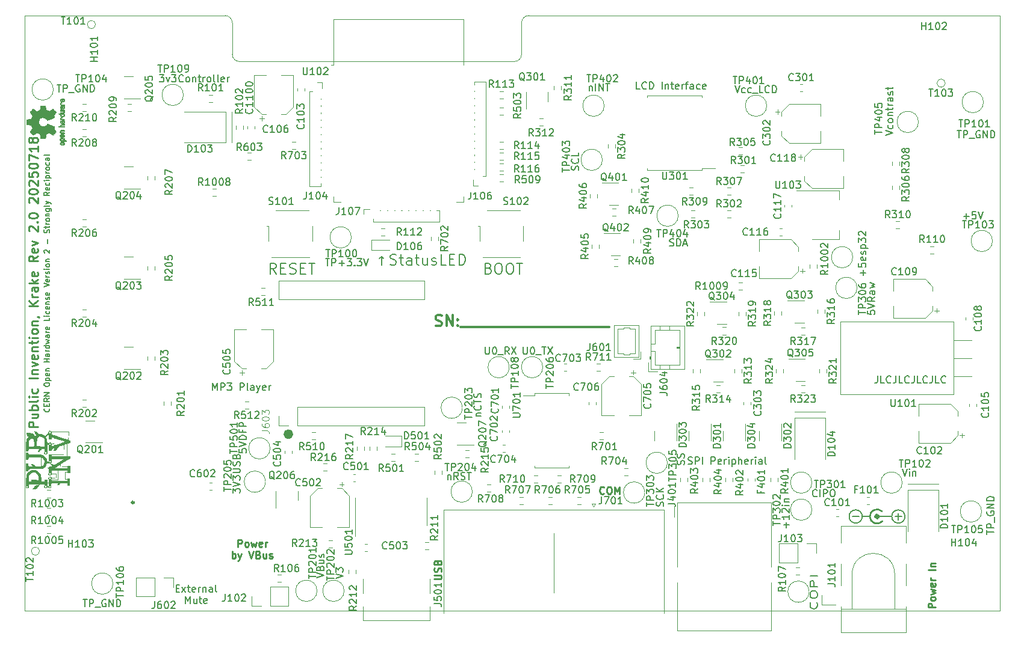
<source format=gbr>
%TF.GenerationSoftware,KiCad,Pcbnew,7.0.5*%
%TF.CreationDate,2025-09-10T14:00:20-04:00*%
%TF.ProjectId,PWA_REV2,5057415f-5245-4563-922e-6b696361645f,2.0*%
%TF.SameCoordinates,Original*%
%TF.FileFunction,Legend,Top*%
%TF.FilePolarity,Positive*%
%FSLAX46Y46*%
G04 Gerber Fmt 4.6, Leading zero omitted, Abs format (unit mm)*
G04 Created by KiCad (PCBNEW 7.0.5) date 2025-09-10 14:00:20*
%MOMM*%
%LPD*%
G01*
G04 APERTURE LIST*
%ADD10C,0.120000*%
%ADD11C,0.314000*%
%ADD12C,0.254000*%
%ADD13C,0.150000*%
%ADD14C,0.200000*%
%ADD15C,0.304800*%
%ADD16C,0.127000*%
%ADD17C,0.152400*%
%ADD18C,0.100000*%
%ADD19C,0.695000*%
%ADD20C,0.250000*%
%ADD21C,0.500000*%
%ADD22C,0.010000*%
%TA.AperFunction,Profile*%
%ADD23C,0.050000*%
%TD*%
%TA.AperFunction,Profile*%
%ADD24C,0.120000*%
%TD*%
G04 APERTURE END LIST*
D10*
X130350000Y-99060000D02*
X130350000Y-90700500D01*
D11*
X71277000Y-86360000D02*
G75*
G03*
X71277000Y-86360000I-157000J0D01*
G01*
D12*
X183971812Y-101140380D02*
X182955812Y-101140380D01*
X182955812Y-101140380D02*
X182955812Y-100753332D01*
X182955812Y-100753332D02*
X183004193Y-100656570D01*
X183004193Y-100656570D02*
X183052574Y-100608189D01*
X183052574Y-100608189D02*
X183149336Y-100559808D01*
X183149336Y-100559808D02*
X183294479Y-100559808D01*
X183294479Y-100559808D02*
X183391241Y-100608189D01*
X183391241Y-100608189D02*
X183439622Y-100656570D01*
X183439622Y-100656570D02*
X183488003Y-100753332D01*
X183488003Y-100753332D02*
X183488003Y-101140380D01*
X183971812Y-99979237D02*
X183923432Y-100075999D01*
X183923432Y-100075999D02*
X183875051Y-100124380D01*
X183875051Y-100124380D02*
X183778289Y-100172761D01*
X183778289Y-100172761D02*
X183488003Y-100172761D01*
X183488003Y-100172761D02*
X183391241Y-100124380D01*
X183391241Y-100124380D02*
X183342860Y-100075999D01*
X183342860Y-100075999D02*
X183294479Y-99979237D01*
X183294479Y-99979237D02*
X183294479Y-99834094D01*
X183294479Y-99834094D02*
X183342860Y-99737332D01*
X183342860Y-99737332D02*
X183391241Y-99688951D01*
X183391241Y-99688951D02*
X183488003Y-99640570D01*
X183488003Y-99640570D02*
X183778289Y-99640570D01*
X183778289Y-99640570D02*
X183875051Y-99688951D01*
X183875051Y-99688951D02*
X183923432Y-99737332D01*
X183923432Y-99737332D02*
X183971812Y-99834094D01*
X183971812Y-99834094D02*
X183971812Y-99979237D01*
X183294479Y-99301904D02*
X183971812Y-99108380D01*
X183971812Y-99108380D02*
X183488003Y-98914856D01*
X183488003Y-98914856D02*
X183971812Y-98721332D01*
X183971812Y-98721332D02*
X183294479Y-98527808D01*
X183923432Y-97753713D02*
X183971812Y-97850475D01*
X183971812Y-97850475D02*
X183971812Y-98043999D01*
X183971812Y-98043999D02*
X183923432Y-98140761D01*
X183923432Y-98140761D02*
X183826670Y-98189142D01*
X183826670Y-98189142D02*
X183439622Y-98189142D01*
X183439622Y-98189142D02*
X183342860Y-98140761D01*
X183342860Y-98140761D02*
X183294479Y-98043999D01*
X183294479Y-98043999D02*
X183294479Y-97850475D01*
X183294479Y-97850475D02*
X183342860Y-97753713D01*
X183342860Y-97753713D02*
X183439622Y-97705332D01*
X183439622Y-97705332D02*
X183536384Y-97705332D01*
X183536384Y-97705332D02*
X183633146Y-98189142D01*
X183971812Y-97269904D02*
X183294479Y-97269904D01*
X183488003Y-97269904D02*
X183391241Y-97221523D01*
X183391241Y-97221523D02*
X183342860Y-97173142D01*
X183342860Y-97173142D02*
X183294479Y-97076380D01*
X183294479Y-97076380D02*
X183294479Y-96979618D01*
X183971812Y-95866857D02*
X182955812Y-95866857D01*
X183294479Y-95383047D02*
X183971812Y-95383047D01*
X183391241Y-95383047D02*
X183342860Y-95334666D01*
X183342860Y-95334666D02*
X183294479Y-95237904D01*
X183294479Y-95237904D02*
X183294479Y-95092761D01*
X183294479Y-95092761D02*
X183342860Y-94995999D01*
X183342860Y-94995999D02*
X183439622Y-94947618D01*
X183439622Y-94947618D02*
X183971812Y-94947618D01*
D13*
X77200475Y-98440009D02*
X77533808Y-98440009D01*
X77676665Y-98963819D02*
X77200475Y-98963819D01*
X77200475Y-98963819D02*
X77200475Y-97963819D01*
X77200475Y-97963819D02*
X77676665Y-97963819D01*
X78009999Y-98963819D02*
X78533808Y-98297152D01*
X78009999Y-98297152D02*
X78533808Y-98963819D01*
X78771904Y-98297152D02*
X79152856Y-98297152D01*
X78914761Y-97963819D02*
X78914761Y-98820961D01*
X78914761Y-98820961D02*
X78962380Y-98916200D01*
X78962380Y-98916200D02*
X79057618Y-98963819D01*
X79057618Y-98963819D02*
X79152856Y-98963819D01*
X79867142Y-98916200D02*
X79771904Y-98963819D01*
X79771904Y-98963819D02*
X79581428Y-98963819D01*
X79581428Y-98963819D02*
X79486190Y-98916200D01*
X79486190Y-98916200D02*
X79438571Y-98820961D01*
X79438571Y-98820961D02*
X79438571Y-98440009D01*
X79438571Y-98440009D02*
X79486190Y-98344771D01*
X79486190Y-98344771D02*
X79581428Y-98297152D01*
X79581428Y-98297152D02*
X79771904Y-98297152D01*
X79771904Y-98297152D02*
X79867142Y-98344771D01*
X79867142Y-98344771D02*
X79914761Y-98440009D01*
X79914761Y-98440009D02*
X79914761Y-98535247D01*
X79914761Y-98535247D02*
X79438571Y-98630485D01*
X80343333Y-98963819D02*
X80343333Y-98297152D01*
X80343333Y-98487628D02*
X80390952Y-98392390D01*
X80390952Y-98392390D02*
X80438571Y-98344771D01*
X80438571Y-98344771D02*
X80533809Y-98297152D01*
X80533809Y-98297152D02*
X80629047Y-98297152D01*
X80962381Y-98297152D02*
X80962381Y-98963819D01*
X80962381Y-98392390D02*
X81010000Y-98344771D01*
X81010000Y-98344771D02*
X81105238Y-98297152D01*
X81105238Y-98297152D02*
X81248095Y-98297152D01*
X81248095Y-98297152D02*
X81343333Y-98344771D01*
X81343333Y-98344771D02*
X81390952Y-98440009D01*
X81390952Y-98440009D02*
X81390952Y-98963819D01*
X82295714Y-98963819D02*
X82295714Y-98440009D01*
X82295714Y-98440009D02*
X82248095Y-98344771D01*
X82248095Y-98344771D02*
X82152857Y-98297152D01*
X82152857Y-98297152D02*
X81962381Y-98297152D01*
X81962381Y-98297152D02*
X81867143Y-98344771D01*
X82295714Y-98916200D02*
X82200476Y-98963819D01*
X82200476Y-98963819D02*
X81962381Y-98963819D01*
X81962381Y-98963819D02*
X81867143Y-98916200D01*
X81867143Y-98916200D02*
X81819524Y-98820961D01*
X81819524Y-98820961D02*
X81819524Y-98725723D01*
X81819524Y-98725723D02*
X81867143Y-98630485D01*
X81867143Y-98630485D02*
X81962381Y-98582866D01*
X81962381Y-98582866D02*
X82200476Y-98582866D01*
X82200476Y-98582866D02*
X82295714Y-98535247D01*
X82914762Y-98963819D02*
X82819524Y-98916200D01*
X82819524Y-98916200D02*
X82771905Y-98820961D01*
X82771905Y-98820961D02*
X82771905Y-97963819D01*
X78510000Y-100573819D02*
X78510000Y-99573819D01*
X78510000Y-99573819D02*
X78843333Y-100288104D01*
X78843333Y-100288104D02*
X79176666Y-99573819D01*
X79176666Y-99573819D02*
X79176666Y-100573819D01*
X80081428Y-99907152D02*
X80081428Y-100573819D01*
X79652857Y-99907152D02*
X79652857Y-100430961D01*
X79652857Y-100430961D02*
X79700476Y-100526200D01*
X79700476Y-100526200D02*
X79795714Y-100573819D01*
X79795714Y-100573819D02*
X79938571Y-100573819D01*
X79938571Y-100573819D02*
X80033809Y-100526200D01*
X80033809Y-100526200D02*
X80081428Y-100478580D01*
X80414762Y-99907152D02*
X80795714Y-99907152D01*
X80557619Y-99573819D02*
X80557619Y-100430961D01*
X80557619Y-100430961D02*
X80605238Y-100526200D01*
X80605238Y-100526200D02*
X80700476Y-100573819D01*
X80700476Y-100573819D02*
X80795714Y-100573819D01*
X81510000Y-100526200D02*
X81414762Y-100573819D01*
X81414762Y-100573819D02*
X81224286Y-100573819D01*
X81224286Y-100573819D02*
X81129048Y-100526200D01*
X81129048Y-100526200D02*
X81081429Y-100430961D01*
X81081429Y-100430961D02*
X81081429Y-100050009D01*
X81081429Y-100050009D02*
X81129048Y-99954771D01*
X81129048Y-99954771D02*
X81224286Y-99907152D01*
X81224286Y-99907152D02*
X81414762Y-99907152D01*
X81414762Y-99907152D02*
X81510000Y-99954771D01*
X81510000Y-99954771D02*
X81557619Y-100050009D01*
X81557619Y-100050009D02*
X81557619Y-100145247D01*
X81557619Y-100145247D02*
X81081429Y-100240485D01*
D14*
X106089149Y-52892028D02*
X106089149Y-51749171D01*
X105803435Y-52034885D02*
X106089149Y-51749171D01*
X106089149Y-51749171D02*
X106374863Y-52034885D01*
X107303435Y-52820600D02*
X107517721Y-52892028D01*
X107517721Y-52892028D02*
X107874863Y-52892028D01*
X107874863Y-52892028D02*
X108017721Y-52820600D01*
X108017721Y-52820600D02*
X108089149Y-52749171D01*
X108089149Y-52749171D02*
X108160578Y-52606314D01*
X108160578Y-52606314D02*
X108160578Y-52463457D01*
X108160578Y-52463457D02*
X108089149Y-52320600D01*
X108089149Y-52320600D02*
X108017721Y-52249171D01*
X108017721Y-52249171D02*
X107874863Y-52177742D01*
X107874863Y-52177742D02*
X107589149Y-52106314D01*
X107589149Y-52106314D02*
X107446292Y-52034885D01*
X107446292Y-52034885D02*
X107374863Y-51963457D01*
X107374863Y-51963457D02*
X107303435Y-51820600D01*
X107303435Y-51820600D02*
X107303435Y-51677742D01*
X107303435Y-51677742D02*
X107374863Y-51534885D01*
X107374863Y-51534885D02*
X107446292Y-51463457D01*
X107446292Y-51463457D02*
X107589149Y-51392028D01*
X107589149Y-51392028D02*
X107946292Y-51392028D01*
X107946292Y-51392028D02*
X108160578Y-51463457D01*
X108589149Y-51892028D02*
X109160577Y-51892028D01*
X108803434Y-51392028D02*
X108803434Y-52677742D01*
X108803434Y-52677742D02*
X108874863Y-52820600D01*
X108874863Y-52820600D02*
X109017720Y-52892028D01*
X109017720Y-52892028D02*
X109160577Y-52892028D01*
X110303435Y-52892028D02*
X110303435Y-52106314D01*
X110303435Y-52106314D02*
X110232006Y-51963457D01*
X110232006Y-51963457D02*
X110089149Y-51892028D01*
X110089149Y-51892028D02*
X109803435Y-51892028D01*
X109803435Y-51892028D02*
X109660577Y-51963457D01*
X110303435Y-52820600D02*
X110160577Y-52892028D01*
X110160577Y-52892028D02*
X109803435Y-52892028D01*
X109803435Y-52892028D02*
X109660577Y-52820600D01*
X109660577Y-52820600D02*
X109589149Y-52677742D01*
X109589149Y-52677742D02*
X109589149Y-52534885D01*
X109589149Y-52534885D02*
X109660577Y-52392028D01*
X109660577Y-52392028D02*
X109803435Y-52320600D01*
X109803435Y-52320600D02*
X110160577Y-52320600D01*
X110160577Y-52320600D02*
X110303435Y-52249171D01*
X110803435Y-51892028D02*
X111374863Y-51892028D01*
X111017720Y-51392028D02*
X111017720Y-52677742D01*
X111017720Y-52677742D02*
X111089149Y-52820600D01*
X111089149Y-52820600D02*
X111232006Y-52892028D01*
X111232006Y-52892028D02*
X111374863Y-52892028D01*
X112517721Y-51892028D02*
X112517721Y-52892028D01*
X111874863Y-51892028D02*
X111874863Y-52677742D01*
X111874863Y-52677742D02*
X111946292Y-52820600D01*
X111946292Y-52820600D02*
X112089149Y-52892028D01*
X112089149Y-52892028D02*
X112303435Y-52892028D01*
X112303435Y-52892028D02*
X112446292Y-52820600D01*
X112446292Y-52820600D02*
X112517721Y-52749171D01*
X113160578Y-52820600D02*
X113303435Y-52892028D01*
X113303435Y-52892028D02*
X113589149Y-52892028D01*
X113589149Y-52892028D02*
X113732006Y-52820600D01*
X113732006Y-52820600D02*
X113803435Y-52677742D01*
X113803435Y-52677742D02*
X113803435Y-52606314D01*
X113803435Y-52606314D02*
X113732006Y-52463457D01*
X113732006Y-52463457D02*
X113589149Y-52392028D01*
X113589149Y-52392028D02*
X113374864Y-52392028D01*
X113374864Y-52392028D02*
X113232006Y-52320600D01*
X113232006Y-52320600D02*
X113160578Y-52177742D01*
X113160578Y-52177742D02*
X113160578Y-52106314D01*
X113160578Y-52106314D02*
X113232006Y-51963457D01*
X113232006Y-51963457D02*
X113374864Y-51892028D01*
X113374864Y-51892028D02*
X113589149Y-51892028D01*
X113589149Y-51892028D02*
X113732006Y-51963457D01*
X115160578Y-52892028D02*
X114446292Y-52892028D01*
X114446292Y-52892028D02*
X114446292Y-51392028D01*
X115660578Y-52106314D02*
X116160578Y-52106314D01*
X116374864Y-52892028D02*
X115660578Y-52892028D01*
X115660578Y-52892028D02*
X115660578Y-51392028D01*
X115660578Y-51392028D02*
X116374864Y-51392028D01*
X117017721Y-52892028D02*
X117017721Y-51392028D01*
X117017721Y-51392028D02*
X117374864Y-51392028D01*
X117374864Y-51392028D02*
X117589150Y-51463457D01*
X117589150Y-51463457D02*
X117732007Y-51606314D01*
X117732007Y-51606314D02*
X117803436Y-51749171D01*
X117803436Y-51749171D02*
X117874864Y-52034885D01*
X117874864Y-52034885D02*
X117874864Y-52249171D01*
X117874864Y-52249171D02*
X117803436Y-52534885D01*
X117803436Y-52534885D02*
X117732007Y-52677742D01*
X117732007Y-52677742D02*
X117589150Y-52820600D01*
X117589150Y-52820600D02*
X117374864Y-52892028D01*
X117374864Y-52892028D02*
X117017721Y-52892028D01*
X149209809Y-80922600D02*
X149352666Y-80970219D01*
X149352666Y-80970219D02*
X149590761Y-80970219D01*
X149590761Y-80970219D02*
X149685999Y-80922600D01*
X149685999Y-80922600D02*
X149733618Y-80874980D01*
X149733618Y-80874980D02*
X149781237Y-80779742D01*
X149781237Y-80779742D02*
X149781237Y-80684504D01*
X149781237Y-80684504D02*
X149733618Y-80589266D01*
X149733618Y-80589266D02*
X149685999Y-80541647D01*
X149685999Y-80541647D02*
X149590761Y-80494028D01*
X149590761Y-80494028D02*
X149400285Y-80446409D01*
X149400285Y-80446409D02*
X149305047Y-80398790D01*
X149305047Y-80398790D02*
X149257428Y-80351171D01*
X149257428Y-80351171D02*
X149209809Y-80255933D01*
X149209809Y-80255933D02*
X149209809Y-80160695D01*
X149209809Y-80160695D02*
X149257428Y-80065457D01*
X149257428Y-80065457D02*
X149305047Y-80017838D01*
X149305047Y-80017838D02*
X149400285Y-79970219D01*
X149400285Y-79970219D02*
X149638380Y-79970219D01*
X149638380Y-79970219D02*
X149781237Y-80017838D01*
X150209809Y-80970219D02*
X150209809Y-79970219D01*
X150209809Y-79970219D02*
X150590761Y-79970219D01*
X150590761Y-79970219D02*
X150685999Y-80017838D01*
X150685999Y-80017838D02*
X150733618Y-80065457D01*
X150733618Y-80065457D02*
X150781237Y-80160695D01*
X150781237Y-80160695D02*
X150781237Y-80303552D01*
X150781237Y-80303552D02*
X150733618Y-80398790D01*
X150733618Y-80398790D02*
X150685999Y-80446409D01*
X150685999Y-80446409D02*
X150590761Y-80494028D01*
X150590761Y-80494028D02*
X150209809Y-80494028D01*
X151209809Y-80970219D02*
X151209809Y-79970219D01*
X152447904Y-80970219D02*
X152447904Y-79970219D01*
X152447904Y-79970219D02*
X152828856Y-79970219D01*
X152828856Y-79970219D02*
X152924094Y-80017838D01*
X152924094Y-80017838D02*
X152971713Y-80065457D01*
X152971713Y-80065457D02*
X153019332Y-80160695D01*
X153019332Y-80160695D02*
X153019332Y-80303552D01*
X153019332Y-80303552D02*
X152971713Y-80398790D01*
X152971713Y-80398790D02*
X152924094Y-80446409D01*
X152924094Y-80446409D02*
X152828856Y-80494028D01*
X152828856Y-80494028D02*
X152447904Y-80494028D01*
X153828856Y-80922600D02*
X153733618Y-80970219D01*
X153733618Y-80970219D02*
X153543142Y-80970219D01*
X153543142Y-80970219D02*
X153447904Y-80922600D01*
X153447904Y-80922600D02*
X153400285Y-80827361D01*
X153400285Y-80827361D02*
X153400285Y-80446409D01*
X153400285Y-80446409D02*
X153447904Y-80351171D01*
X153447904Y-80351171D02*
X153543142Y-80303552D01*
X153543142Y-80303552D02*
X153733618Y-80303552D01*
X153733618Y-80303552D02*
X153828856Y-80351171D01*
X153828856Y-80351171D02*
X153876475Y-80446409D01*
X153876475Y-80446409D02*
X153876475Y-80541647D01*
X153876475Y-80541647D02*
X153400285Y-80636885D01*
X154305047Y-80970219D02*
X154305047Y-80303552D01*
X154305047Y-80494028D02*
X154352666Y-80398790D01*
X154352666Y-80398790D02*
X154400285Y-80351171D01*
X154400285Y-80351171D02*
X154495523Y-80303552D01*
X154495523Y-80303552D02*
X154590761Y-80303552D01*
X154924095Y-80970219D02*
X154924095Y-80303552D01*
X154924095Y-79970219D02*
X154876476Y-80017838D01*
X154876476Y-80017838D02*
X154924095Y-80065457D01*
X154924095Y-80065457D02*
X154971714Y-80017838D01*
X154971714Y-80017838D02*
X154924095Y-79970219D01*
X154924095Y-79970219D02*
X154924095Y-80065457D01*
X155400285Y-80303552D02*
X155400285Y-81303552D01*
X155400285Y-80351171D02*
X155495523Y-80303552D01*
X155495523Y-80303552D02*
X155685999Y-80303552D01*
X155685999Y-80303552D02*
X155781237Y-80351171D01*
X155781237Y-80351171D02*
X155828856Y-80398790D01*
X155828856Y-80398790D02*
X155876475Y-80494028D01*
X155876475Y-80494028D02*
X155876475Y-80779742D01*
X155876475Y-80779742D02*
X155828856Y-80874980D01*
X155828856Y-80874980D02*
X155781237Y-80922600D01*
X155781237Y-80922600D02*
X155685999Y-80970219D01*
X155685999Y-80970219D02*
X155495523Y-80970219D01*
X155495523Y-80970219D02*
X155400285Y-80922600D01*
X156305047Y-80970219D02*
X156305047Y-79970219D01*
X156733618Y-80970219D02*
X156733618Y-80446409D01*
X156733618Y-80446409D02*
X156685999Y-80351171D01*
X156685999Y-80351171D02*
X156590761Y-80303552D01*
X156590761Y-80303552D02*
X156447904Y-80303552D01*
X156447904Y-80303552D02*
X156352666Y-80351171D01*
X156352666Y-80351171D02*
X156305047Y-80398790D01*
X157590761Y-80922600D02*
X157495523Y-80970219D01*
X157495523Y-80970219D02*
X157305047Y-80970219D01*
X157305047Y-80970219D02*
X157209809Y-80922600D01*
X157209809Y-80922600D02*
X157162190Y-80827361D01*
X157162190Y-80827361D02*
X157162190Y-80446409D01*
X157162190Y-80446409D02*
X157209809Y-80351171D01*
X157209809Y-80351171D02*
X157305047Y-80303552D01*
X157305047Y-80303552D02*
X157495523Y-80303552D01*
X157495523Y-80303552D02*
X157590761Y-80351171D01*
X157590761Y-80351171D02*
X157638380Y-80446409D01*
X157638380Y-80446409D02*
X157638380Y-80541647D01*
X157638380Y-80541647D02*
X157162190Y-80636885D01*
X158066952Y-80970219D02*
X158066952Y-80303552D01*
X158066952Y-80494028D02*
X158114571Y-80398790D01*
X158114571Y-80398790D02*
X158162190Y-80351171D01*
X158162190Y-80351171D02*
X158257428Y-80303552D01*
X158257428Y-80303552D02*
X158352666Y-80303552D01*
X158686000Y-80970219D02*
X158686000Y-80303552D01*
X158686000Y-79970219D02*
X158638381Y-80017838D01*
X158638381Y-80017838D02*
X158686000Y-80065457D01*
X158686000Y-80065457D02*
X158733619Y-80017838D01*
X158733619Y-80017838D02*
X158686000Y-79970219D01*
X158686000Y-79970219D02*
X158686000Y-80065457D01*
X159590761Y-80970219D02*
X159590761Y-80446409D01*
X159590761Y-80446409D02*
X159543142Y-80351171D01*
X159543142Y-80351171D02*
X159447904Y-80303552D01*
X159447904Y-80303552D02*
X159257428Y-80303552D01*
X159257428Y-80303552D02*
X159162190Y-80351171D01*
X159590761Y-80922600D02*
X159495523Y-80970219D01*
X159495523Y-80970219D02*
X159257428Y-80970219D01*
X159257428Y-80970219D02*
X159162190Y-80922600D01*
X159162190Y-80922600D02*
X159114571Y-80827361D01*
X159114571Y-80827361D02*
X159114571Y-80732123D01*
X159114571Y-80732123D02*
X159162190Y-80636885D01*
X159162190Y-80636885D02*
X159257428Y-80589266D01*
X159257428Y-80589266D02*
X159495523Y-80589266D01*
X159495523Y-80589266D02*
X159590761Y-80541647D01*
X160209809Y-80970219D02*
X160114571Y-80922600D01*
X160114571Y-80922600D02*
X160066952Y-80827361D01*
X160066952Y-80827361D02*
X160066952Y-79970219D01*
D15*
X113683141Y-61449610D02*
X113900856Y-61522181D01*
X113900856Y-61522181D02*
X114263713Y-61522181D01*
X114263713Y-61522181D02*
X114408856Y-61449610D01*
X114408856Y-61449610D02*
X114481427Y-61377038D01*
X114481427Y-61377038D02*
X114553998Y-61231895D01*
X114553998Y-61231895D02*
X114553998Y-61086752D01*
X114553998Y-61086752D02*
X114481427Y-60941610D01*
X114481427Y-60941610D02*
X114408856Y-60869038D01*
X114408856Y-60869038D02*
X114263713Y-60796467D01*
X114263713Y-60796467D02*
X113973427Y-60723895D01*
X113973427Y-60723895D02*
X113828284Y-60651324D01*
X113828284Y-60651324D02*
X113755713Y-60578752D01*
X113755713Y-60578752D02*
X113683141Y-60433610D01*
X113683141Y-60433610D02*
X113683141Y-60288467D01*
X113683141Y-60288467D02*
X113755713Y-60143324D01*
X113755713Y-60143324D02*
X113828284Y-60070752D01*
X113828284Y-60070752D02*
X113973427Y-59998181D01*
X113973427Y-59998181D02*
X114336284Y-59998181D01*
X114336284Y-59998181D02*
X114553998Y-60070752D01*
X115207142Y-61522181D02*
X115207142Y-59998181D01*
X115207142Y-59998181D02*
X116077999Y-61522181D01*
X116077999Y-61522181D02*
X116077999Y-59998181D01*
X116803713Y-61377038D02*
X116876284Y-61449610D01*
X116876284Y-61449610D02*
X116803713Y-61522181D01*
X116803713Y-61522181D02*
X116731141Y-61449610D01*
X116731141Y-61449610D02*
X116803713Y-61377038D01*
X116803713Y-61377038D02*
X116803713Y-61522181D01*
X116803713Y-60578752D02*
X116876284Y-60651324D01*
X116876284Y-60651324D02*
X116803713Y-60723895D01*
X116803713Y-60723895D02*
X116731141Y-60651324D01*
X116731141Y-60651324D02*
X116803713Y-60578752D01*
X116803713Y-60578752D02*
X116803713Y-60723895D01*
X117166570Y-61667324D02*
X118327712Y-61667324D01*
X118327713Y-61667324D02*
X119488855Y-61667324D01*
X119488856Y-61667324D02*
X120649998Y-61667324D01*
X120649999Y-61667324D02*
X121811141Y-61667324D01*
X121811142Y-61667324D02*
X122972284Y-61667324D01*
X122972285Y-61667324D02*
X124133427Y-61667324D01*
X124133428Y-61667324D02*
X125294570Y-61667324D01*
X125294571Y-61667324D02*
X126455713Y-61667324D01*
X126455714Y-61667324D02*
X127616856Y-61667324D01*
X127616857Y-61667324D02*
X128777999Y-61667324D01*
X128778000Y-61667324D02*
X129939142Y-61667324D01*
X129939143Y-61667324D02*
X131100285Y-61667324D01*
X131100286Y-61667324D02*
X132261428Y-61667324D01*
X132261429Y-61667324D02*
X133422571Y-61667324D01*
X133422572Y-61667324D02*
X134583714Y-61667324D01*
X134583715Y-61667324D02*
X135744857Y-61667324D01*
X135744858Y-61667324D02*
X136906000Y-61667324D01*
X136906001Y-61667324D02*
X138067143Y-61667324D01*
D12*
X85876190Y-92602932D02*
X85876190Y-91586932D01*
X85876190Y-91586932D02*
X86263238Y-91586932D01*
X86263238Y-91586932D02*
X86360000Y-91635313D01*
X86360000Y-91635313D02*
X86408381Y-91683694D01*
X86408381Y-91683694D02*
X86456762Y-91780456D01*
X86456762Y-91780456D02*
X86456762Y-91925599D01*
X86456762Y-91925599D02*
X86408381Y-92022361D01*
X86408381Y-92022361D02*
X86360000Y-92070742D01*
X86360000Y-92070742D02*
X86263238Y-92119123D01*
X86263238Y-92119123D02*
X85876190Y-92119123D01*
X87037333Y-92602932D02*
X86940571Y-92554552D01*
X86940571Y-92554552D02*
X86892190Y-92506171D01*
X86892190Y-92506171D02*
X86843809Y-92409409D01*
X86843809Y-92409409D02*
X86843809Y-92119123D01*
X86843809Y-92119123D02*
X86892190Y-92022361D01*
X86892190Y-92022361D02*
X86940571Y-91973980D01*
X86940571Y-91973980D02*
X87037333Y-91925599D01*
X87037333Y-91925599D02*
X87182476Y-91925599D01*
X87182476Y-91925599D02*
X87279238Y-91973980D01*
X87279238Y-91973980D02*
X87327619Y-92022361D01*
X87327619Y-92022361D02*
X87376000Y-92119123D01*
X87376000Y-92119123D02*
X87376000Y-92409409D01*
X87376000Y-92409409D02*
X87327619Y-92506171D01*
X87327619Y-92506171D02*
X87279238Y-92554552D01*
X87279238Y-92554552D02*
X87182476Y-92602932D01*
X87182476Y-92602932D02*
X87037333Y-92602932D01*
X87714666Y-91925599D02*
X87908190Y-92602932D01*
X87908190Y-92602932D02*
X88101714Y-92119123D01*
X88101714Y-92119123D02*
X88295238Y-92602932D01*
X88295238Y-92602932D02*
X88488762Y-91925599D01*
X89262857Y-92554552D02*
X89166095Y-92602932D01*
X89166095Y-92602932D02*
X88972571Y-92602932D01*
X88972571Y-92602932D02*
X88875809Y-92554552D01*
X88875809Y-92554552D02*
X88827428Y-92457790D01*
X88827428Y-92457790D02*
X88827428Y-92070742D01*
X88827428Y-92070742D02*
X88875809Y-91973980D01*
X88875809Y-91973980D02*
X88972571Y-91925599D01*
X88972571Y-91925599D02*
X89166095Y-91925599D01*
X89166095Y-91925599D02*
X89262857Y-91973980D01*
X89262857Y-91973980D02*
X89311238Y-92070742D01*
X89311238Y-92070742D02*
X89311238Y-92167504D01*
X89311238Y-92167504D02*
X88827428Y-92264266D01*
X89746666Y-92602932D02*
X89746666Y-91925599D01*
X89746666Y-92119123D02*
X89795047Y-92022361D01*
X89795047Y-92022361D02*
X89843428Y-91973980D01*
X89843428Y-91973980D02*
X89940190Y-91925599D01*
X89940190Y-91925599D02*
X90036952Y-91925599D01*
X85077905Y-94238692D02*
X85077905Y-93222692D01*
X85077905Y-93609740D02*
X85174667Y-93561359D01*
X85174667Y-93561359D02*
X85368191Y-93561359D01*
X85368191Y-93561359D02*
X85464953Y-93609740D01*
X85464953Y-93609740D02*
X85513334Y-93658121D01*
X85513334Y-93658121D02*
X85561715Y-93754883D01*
X85561715Y-93754883D02*
X85561715Y-94045169D01*
X85561715Y-94045169D02*
X85513334Y-94141931D01*
X85513334Y-94141931D02*
X85464953Y-94190312D01*
X85464953Y-94190312D02*
X85368191Y-94238692D01*
X85368191Y-94238692D02*
X85174667Y-94238692D01*
X85174667Y-94238692D02*
X85077905Y-94190312D01*
X85900381Y-93561359D02*
X86142286Y-94238692D01*
X86384191Y-93561359D02*
X86142286Y-94238692D01*
X86142286Y-94238692D02*
X86045524Y-94480597D01*
X86045524Y-94480597D02*
X85997143Y-94528978D01*
X85997143Y-94528978D02*
X85900381Y-94577359D01*
X87400190Y-93222692D02*
X87738857Y-94238692D01*
X87738857Y-94238692D02*
X88077524Y-93222692D01*
X88754857Y-93706502D02*
X88900000Y-93754883D01*
X88900000Y-93754883D02*
X88948381Y-93803264D01*
X88948381Y-93803264D02*
X88996762Y-93900026D01*
X88996762Y-93900026D02*
X88996762Y-94045169D01*
X88996762Y-94045169D02*
X88948381Y-94141931D01*
X88948381Y-94141931D02*
X88900000Y-94190312D01*
X88900000Y-94190312D02*
X88803238Y-94238692D01*
X88803238Y-94238692D02*
X88416190Y-94238692D01*
X88416190Y-94238692D02*
X88416190Y-93222692D01*
X88416190Y-93222692D02*
X88754857Y-93222692D01*
X88754857Y-93222692D02*
X88851619Y-93271073D01*
X88851619Y-93271073D02*
X88900000Y-93319454D01*
X88900000Y-93319454D02*
X88948381Y-93416216D01*
X88948381Y-93416216D02*
X88948381Y-93512978D01*
X88948381Y-93512978D02*
X88900000Y-93609740D01*
X88900000Y-93609740D02*
X88851619Y-93658121D01*
X88851619Y-93658121D02*
X88754857Y-93706502D01*
X88754857Y-93706502D02*
X88416190Y-93706502D01*
X89867619Y-93561359D02*
X89867619Y-94238692D01*
X89432190Y-93561359D02*
X89432190Y-94093550D01*
X89432190Y-94093550D02*
X89480571Y-94190312D01*
X89480571Y-94190312D02*
X89577333Y-94238692D01*
X89577333Y-94238692D02*
X89722476Y-94238692D01*
X89722476Y-94238692D02*
X89819238Y-94190312D01*
X89819238Y-94190312D02*
X89867619Y-94141931D01*
X90303047Y-94190312D02*
X90399809Y-94238692D01*
X90399809Y-94238692D02*
X90593333Y-94238692D01*
X90593333Y-94238692D02*
X90690095Y-94190312D01*
X90690095Y-94190312D02*
X90738476Y-94093550D01*
X90738476Y-94093550D02*
X90738476Y-94045169D01*
X90738476Y-94045169D02*
X90690095Y-93948407D01*
X90690095Y-93948407D02*
X90593333Y-93900026D01*
X90593333Y-93900026D02*
X90448190Y-93900026D01*
X90448190Y-93900026D02*
X90351428Y-93851645D01*
X90351428Y-93851645D02*
X90303047Y-93754883D01*
X90303047Y-93754883D02*
X90303047Y-93706502D01*
X90303047Y-93706502D02*
X90351428Y-93609740D01*
X90351428Y-93609740D02*
X90448190Y-93561359D01*
X90448190Y-93561359D02*
X90593333Y-93561359D01*
X90593333Y-93561359D02*
X90690095Y-93609740D01*
X137377714Y-85069051D02*
X137329333Y-85117432D01*
X137329333Y-85117432D02*
X137184190Y-85165812D01*
X137184190Y-85165812D02*
X137087428Y-85165812D01*
X137087428Y-85165812D02*
X136942285Y-85117432D01*
X136942285Y-85117432D02*
X136845523Y-85020670D01*
X136845523Y-85020670D02*
X136797142Y-84923908D01*
X136797142Y-84923908D02*
X136748761Y-84730384D01*
X136748761Y-84730384D02*
X136748761Y-84585241D01*
X136748761Y-84585241D02*
X136797142Y-84391717D01*
X136797142Y-84391717D02*
X136845523Y-84294955D01*
X136845523Y-84294955D02*
X136942285Y-84198193D01*
X136942285Y-84198193D02*
X137087428Y-84149812D01*
X137087428Y-84149812D02*
X137184190Y-84149812D01*
X137184190Y-84149812D02*
X137329333Y-84198193D01*
X137329333Y-84198193D02*
X137377714Y-84246574D01*
X138006666Y-84149812D02*
X138200190Y-84149812D01*
X138200190Y-84149812D02*
X138296952Y-84198193D01*
X138296952Y-84198193D02*
X138393714Y-84294955D01*
X138393714Y-84294955D02*
X138442095Y-84488479D01*
X138442095Y-84488479D02*
X138442095Y-84827146D01*
X138442095Y-84827146D02*
X138393714Y-85020670D01*
X138393714Y-85020670D02*
X138296952Y-85117432D01*
X138296952Y-85117432D02*
X138200190Y-85165812D01*
X138200190Y-85165812D02*
X138006666Y-85165812D01*
X138006666Y-85165812D02*
X137909904Y-85117432D01*
X137909904Y-85117432D02*
X137813142Y-85020670D01*
X137813142Y-85020670D02*
X137764761Y-84827146D01*
X137764761Y-84827146D02*
X137764761Y-84488479D01*
X137764761Y-84488479D02*
X137813142Y-84294955D01*
X137813142Y-84294955D02*
X137909904Y-84198193D01*
X137909904Y-84198193D02*
X138006666Y-84149812D01*
X138877523Y-85165812D02*
X138877523Y-84149812D01*
X138877523Y-84149812D02*
X139216190Y-84875527D01*
X139216190Y-84875527D02*
X139554857Y-84149812D01*
X139554857Y-84149812D02*
X139554857Y-85165812D01*
D14*
X91261863Y-54162028D02*
X90761863Y-53447742D01*
X90404720Y-54162028D02*
X90404720Y-52662028D01*
X90404720Y-52662028D02*
X90976149Y-52662028D01*
X90976149Y-52662028D02*
X91119006Y-52733457D01*
X91119006Y-52733457D02*
X91190435Y-52804885D01*
X91190435Y-52804885D02*
X91261863Y-52947742D01*
X91261863Y-52947742D02*
X91261863Y-53162028D01*
X91261863Y-53162028D02*
X91190435Y-53304885D01*
X91190435Y-53304885D02*
X91119006Y-53376314D01*
X91119006Y-53376314D02*
X90976149Y-53447742D01*
X90976149Y-53447742D02*
X90404720Y-53447742D01*
X91904720Y-53376314D02*
X92404720Y-53376314D01*
X92619006Y-54162028D02*
X91904720Y-54162028D01*
X91904720Y-54162028D02*
X91904720Y-52662028D01*
X91904720Y-52662028D02*
X92619006Y-52662028D01*
X93190435Y-54090600D02*
X93404721Y-54162028D01*
X93404721Y-54162028D02*
X93761863Y-54162028D01*
X93761863Y-54162028D02*
X93904721Y-54090600D01*
X93904721Y-54090600D02*
X93976149Y-54019171D01*
X93976149Y-54019171D02*
X94047578Y-53876314D01*
X94047578Y-53876314D02*
X94047578Y-53733457D01*
X94047578Y-53733457D02*
X93976149Y-53590600D01*
X93976149Y-53590600D02*
X93904721Y-53519171D01*
X93904721Y-53519171D02*
X93761863Y-53447742D01*
X93761863Y-53447742D02*
X93476149Y-53376314D01*
X93476149Y-53376314D02*
X93333292Y-53304885D01*
X93333292Y-53304885D02*
X93261863Y-53233457D01*
X93261863Y-53233457D02*
X93190435Y-53090600D01*
X93190435Y-53090600D02*
X93190435Y-52947742D01*
X93190435Y-52947742D02*
X93261863Y-52804885D01*
X93261863Y-52804885D02*
X93333292Y-52733457D01*
X93333292Y-52733457D02*
X93476149Y-52662028D01*
X93476149Y-52662028D02*
X93833292Y-52662028D01*
X93833292Y-52662028D02*
X94047578Y-52733457D01*
X94690434Y-53376314D02*
X95190434Y-53376314D01*
X95404720Y-54162028D02*
X94690434Y-54162028D01*
X94690434Y-54162028D02*
X94690434Y-52662028D01*
X94690434Y-52662028D02*
X95404720Y-52662028D01*
X95833292Y-52662028D02*
X96690435Y-52662028D01*
X96261863Y-54162028D02*
X96261863Y-52662028D01*
D12*
X113486812Y-97167095D02*
X114309289Y-97167095D01*
X114309289Y-97167095D02*
X114406051Y-97118714D01*
X114406051Y-97118714D02*
X114454432Y-97070333D01*
X114454432Y-97070333D02*
X114502812Y-96973571D01*
X114502812Y-96973571D02*
X114502812Y-96780047D01*
X114502812Y-96780047D02*
X114454432Y-96683285D01*
X114454432Y-96683285D02*
X114406051Y-96634904D01*
X114406051Y-96634904D02*
X114309289Y-96586523D01*
X114309289Y-96586523D02*
X113486812Y-96586523D01*
X114454432Y-96151095D02*
X114502812Y-96005952D01*
X114502812Y-96005952D02*
X114502812Y-95764047D01*
X114502812Y-95764047D02*
X114454432Y-95667285D01*
X114454432Y-95667285D02*
X114406051Y-95618904D01*
X114406051Y-95618904D02*
X114309289Y-95570523D01*
X114309289Y-95570523D02*
X114212527Y-95570523D01*
X114212527Y-95570523D02*
X114115765Y-95618904D01*
X114115765Y-95618904D02*
X114067384Y-95667285D01*
X114067384Y-95667285D02*
X114019003Y-95764047D01*
X114019003Y-95764047D02*
X113970622Y-95957571D01*
X113970622Y-95957571D02*
X113922241Y-96054333D01*
X113922241Y-96054333D02*
X113873860Y-96102714D01*
X113873860Y-96102714D02*
X113777098Y-96151095D01*
X113777098Y-96151095D02*
X113680336Y-96151095D01*
X113680336Y-96151095D02*
X113583574Y-96102714D01*
X113583574Y-96102714D02*
X113535193Y-96054333D01*
X113535193Y-96054333D02*
X113486812Y-95957571D01*
X113486812Y-95957571D02*
X113486812Y-95715666D01*
X113486812Y-95715666D02*
X113535193Y-95570523D01*
X113970622Y-94796428D02*
X114019003Y-94651285D01*
X114019003Y-94651285D02*
X114067384Y-94602904D01*
X114067384Y-94602904D02*
X114164146Y-94554523D01*
X114164146Y-94554523D02*
X114309289Y-94554523D01*
X114309289Y-94554523D02*
X114406051Y-94602904D01*
X114406051Y-94602904D02*
X114454432Y-94651285D01*
X114454432Y-94651285D02*
X114502812Y-94748047D01*
X114502812Y-94748047D02*
X114502812Y-95135095D01*
X114502812Y-95135095D02*
X113486812Y-95135095D01*
X113486812Y-95135095D02*
X113486812Y-94796428D01*
X113486812Y-94796428D02*
X113535193Y-94699666D01*
X113535193Y-94699666D02*
X113583574Y-94651285D01*
X113583574Y-94651285D02*
X113680336Y-94602904D01*
X113680336Y-94602904D02*
X113777098Y-94602904D01*
X113777098Y-94602904D02*
X113873860Y-94651285D01*
X113873860Y-94651285D02*
X113922241Y-94699666D01*
X113922241Y-94699666D02*
X113970622Y-94796428D01*
X113970622Y-94796428D02*
X113970622Y-95135095D01*
D14*
X121130720Y-53376314D02*
X121345006Y-53447742D01*
X121345006Y-53447742D02*
X121416435Y-53519171D01*
X121416435Y-53519171D02*
X121487863Y-53662028D01*
X121487863Y-53662028D02*
X121487863Y-53876314D01*
X121487863Y-53876314D02*
X121416435Y-54019171D01*
X121416435Y-54019171D02*
X121345006Y-54090600D01*
X121345006Y-54090600D02*
X121202149Y-54162028D01*
X121202149Y-54162028D02*
X120630720Y-54162028D01*
X120630720Y-54162028D02*
X120630720Y-52662028D01*
X120630720Y-52662028D02*
X121130720Y-52662028D01*
X121130720Y-52662028D02*
X121273578Y-52733457D01*
X121273578Y-52733457D02*
X121345006Y-52804885D01*
X121345006Y-52804885D02*
X121416435Y-52947742D01*
X121416435Y-52947742D02*
X121416435Y-53090600D01*
X121416435Y-53090600D02*
X121345006Y-53233457D01*
X121345006Y-53233457D02*
X121273578Y-53304885D01*
X121273578Y-53304885D02*
X121130720Y-53376314D01*
X121130720Y-53376314D02*
X120630720Y-53376314D01*
X122416435Y-52662028D02*
X122702149Y-52662028D01*
X122702149Y-52662028D02*
X122845006Y-52733457D01*
X122845006Y-52733457D02*
X122987863Y-52876314D01*
X122987863Y-52876314D02*
X123059292Y-53162028D01*
X123059292Y-53162028D02*
X123059292Y-53662028D01*
X123059292Y-53662028D02*
X122987863Y-53947742D01*
X122987863Y-53947742D02*
X122845006Y-54090600D01*
X122845006Y-54090600D02*
X122702149Y-54162028D01*
X122702149Y-54162028D02*
X122416435Y-54162028D01*
X122416435Y-54162028D02*
X122273578Y-54090600D01*
X122273578Y-54090600D02*
X122130720Y-53947742D01*
X122130720Y-53947742D02*
X122059292Y-53662028D01*
X122059292Y-53662028D02*
X122059292Y-53162028D01*
X122059292Y-53162028D02*
X122130720Y-52876314D01*
X122130720Y-52876314D02*
X122273578Y-52733457D01*
X122273578Y-52733457D02*
X122416435Y-52662028D01*
X123987864Y-52662028D02*
X124273578Y-52662028D01*
X124273578Y-52662028D02*
X124416435Y-52733457D01*
X124416435Y-52733457D02*
X124559292Y-52876314D01*
X124559292Y-52876314D02*
X124630721Y-53162028D01*
X124630721Y-53162028D02*
X124630721Y-53662028D01*
X124630721Y-53662028D02*
X124559292Y-53947742D01*
X124559292Y-53947742D02*
X124416435Y-54090600D01*
X124416435Y-54090600D02*
X124273578Y-54162028D01*
X124273578Y-54162028D02*
X123987864Y-54162028D01*
X123987864Y-54162028D02*
X123845007Y-54090600D01*
X123845007Y-54090600D02*
X123702149Y-53947742D01*
X123702149Y-53947742D02*
X123630721Y-53662028D01*
X123630721Y-53662028D02*
X123630721Y-53162028D01*
X123630721Y-53162028D02*
X123702149Y-52876314D01*
X123702149Y-52876314D02*
X123845007Y-52733457D01*
X123845007Y-52733457D02*
X123987864Y-52662028D01*
X125059293Y-52662028D02*
X125916436Y-52662028D01*
X125487864Y-54162028D02*
X125487864Y-52662028D01*
D13*
X82336190Y-70558819D02*
X82336190Y-69558819D01*
X82336190Y-69558819D02*
X82669523Y-70273104D01*
X82669523Y-70273104D02*
X83002856Y-69558819D01*
X83002856Y-69558819D02*
X83002856Y-70558819D01*
X83479047Y-70558819D02*
X83479047Y-69558819D01*
X83479047Y-69558819D02*
X83859999Y-69558819D01*
X83859999Y-69558819D02*
X83955237Y-69606438D01*
X83955237Y-69606438D02*
X84002856Y-69654057D01*
X84002856Y-69654057D02*
X84050475Y-69749295D01*
X84050475Y-69749295D02*
X84050475Y-69892152D01*
X84050475Y-69892152D02*
X84002856Y-69987390D01*
X84002856Y-69987390D02*
X83955237Y-70035009D01*
X83955237Y-70035009D02*
X83859999Y-70082628D01*
X83859999Y-70082628D02*
X83479047Y-70082628D01*
X84383809Y-69558819D02*
X85002856Y-69558819D01*
X85002856Y-69558819D02*
X84669523Y-69939771D01*
X84669523Y-69939771D02*
X84812380Y-69939771D01*
X84812380Y-69939771D02*
X84907618Y-69987390D01*
X84907618Y-69987390D02*
X84955237Y-70035009D01*
X84955237Y-70035009D02*
X85002856Y-70130247D01*
X85002856Y-70130247D02*
X85002856Y-70368342D01*
X85002856Y-70368342D02*
X84955237Y-70463580D01*
X84955237Y-70463580D02*
X84907618Y-70511200D01*
X84907618Y-70511200D02*
X84812380Y-70558819D01*
X84812380Y-70558819D02*
X84526666Y-70558819D01*
X84526666Y-70558819D02*
X84431428Y-70511200D01*
X84431428Y-70511200D02*
X84383809Y-70463580D01*
X86193333Y-70558819D02*
X86193333Y-69558819D01*
X86193333Y-69558819D02*
X86574285Y-69558819D01*
X86574285Y-69558819D02*
X86669523Y-69606438D01*
X86669523Y-69606438D02*
X86717142Y-69654057D01*
X86717142Y-69654057D02*
X86764761Y-69749295D01*
X86764761Y-69749295D02*
X86764761Y-69892152D01*
X86764761Y-69892152D02*
X86717142Y-69987390D01*
X86717142Y-69987390D02*
X86669523Y-70035009D01*
X86669523Y-70035009D02*
X86574285Y-70082628D01*
X86574285Y-70082628D02*
X86193333Y-70082628D01*
X87336190Y-70558819D02*
X87240952Y-70511200D01*
X87240952Y-70511200D02*
X87193333Y-70415961D01*
X87193333Y-70415961D02*
X87193333Y-69558819D01*
X88145714Y-70558819D02*
X88145714Y-70035009D01*
X88145714Y-70035009D02*
X88098095Y-69939771D01*
X88098095Y-69939771D02*
X88002857Y-69892152D01*
X88002857Y-69892152D02*
X87812381Y-69892152D01*
X87812381Y-69892152D02*
X87717143Y-69939771D01*
X88145714Y-70511200D02*
X88050476Y-70558819D01*
X88050476Y-70558819D02*
X87812381Y-70558819D01*
X87812381Y-70558819D02*
X87717143Y-70511200D01*
X87717143Y-70511200D02*
X87669524Y-70415961D01*
X87669524Y-70415961D02*
X87669524Y-70320723D01*
X87669524Y-70320723D02*
X87717143Y-70225485D01*
X87717143Y-70225485D02*
X87812381Y-70177866D01*
X87812381Y-70177866D02*
X88050476Y-70177866D01*
X88050476Y-70177866D02*
X88145714Y-70130247D01*
X88526667Y-69892152D02*
X88764762Y-70558819D01*
X89002857Y-69892152D02*
X88764762Y-70558819D01*
X88764762Y-70558819D02*
X88669524Y-70796914D01*
X88669524Y-70796914D02*
X88621905Y-70844533D01*
X88621905Y-70844533D02*
X88526667Y-70892152D01*
X89764762Y-70511200D02*
X89669524Y-70558819D01*
X89669524Y-70558819D02*
X89479048Y-70558819D01*
X89479048Y-70558819D02*
X89383810Y-70511200D01*
X89383810Y-70511200D02*
X89336191Y-70415961D01*
X89336191Y-70415961D02*
X89336191Y-70035009D01*
X89336191Y-70035009D02*
X89383810Y-69939771D01*
X89383810Y-69939771D02*
X89479048Y-69892152D01*
X89479048Y-69892152D02*
X89669524Y-69892152D01*
X89669524Y-69892152D02*
X89764762Y-69939771D01*
X89764762Y-69939771D02*
X89812381Y-70035009D01*
X89812381Y-70035009D02*
X89812381Y-70130247D01*
X89812381Y-70130247D02*
X89336191Y-70225485D01*
X90240953Y-70558819D02*
X90240953Y-69892152D01*
X90240953Y-70082628D02*
X90288572Y-69987390D01*
X90288572Y-69987390D02*
X90336191Y-69939771D01*
X90336191Y-69939771D02*
X90431429Y-69892152D01*
X90431429Y-69892152D02*
X90526667Y-69892152D01*
D12*
X57724318Y-75722239D02*
X56454318Y-75722239D01*
X56454318Y-75722239D02*
X56454318Y-75238429D01*
X56454318Y-75238429D02*
X56514794Y-75117477D01*
X56514794Y-75117477D02*
X56575270Y-75057000D01*
X56575270Y-75057000D02*
X56696222Y-74996524D01*
X56696222Y-74996524D02*
X56877651Y-74996524D01*
X56877651Y-74996524D02*
X56998603Y-75057000D01*
X56998603Y-75057000D02*
X57059080Y-75117477D01*
X57059080Y-75117477D02*
X57119556Y-75238429D01*
X57119556Y-75238429D02*
X57119556Y-75722239D01*
X56877651Y-73907953D02*
X57724318Y-73907953D01*
X56877651Y-74452239D02*
X57542889Y-74452239D01*
X57542889Y-74452239D02*
X57663842Y-74391762D01*
X57663842Y-74391762D02*
X57724318Y-74270810D01*
X57724318Y-74270810D02*
X57724318Y-74089381D01*
X57724318Y-74089381D02*
X57663842Y-73968429D01*
X57663842Y-73968429D02*
X57603365Y-73907953D01*
X57724318Y-73303191D02*
X56454318Y-73303191D01*
X56938127Y-73303191D02*
X56877651Y-73182238D01*
X56877651Y-73182238D02*
X56877651Y-72940333D01*
X56877651Y-72940333D02*
X56938127Y-72819381D01*
X56938127Y-72819381D02*
X56998603Y-72758905D01*
X56998603Y-72758905D02*
X57119556Y-72698429D01*
X57119556Y-72698429D02*
X57482413Y-72698429D01*
X57482413Y-72698429D02*
X57603365Y-72758905D01*
X57603365Y-72758905D02*
X57663842Y-72819381D01*
X57663842Y-72819381D02*
X57724318Y-72940333D01*
X57724318Y-72940333D02*
X57724318Y-73182238D01*
X57724318Y-73182238D02*
X57663842Y-73303191D01*
X57724318Y-71972714D02*
X57663842Y-72093666D01*
X57663842Y-72093666D02*
X57542889Y-72154143D01*
X57542889Y-72154143D02*
X56454318Y-72154143D01*
X57724318Y-71488905D02*
X56877651Y-71488905D01*
X56454318Y-71488905D02*
X56514794Y-71549381D01*
X56514794Y-71549381D02*
X56575270Y-71488905D01*
X56575270Y-71488905D02*
X56514794Y-71428428D01*
X56514794Y-71428428D02*
X56454318Y-71488905D01*
X56454318Y-71488905D02*
X56575270Y-71488905D01*
X57663842Y-70339857D02*
X57724318Y-70460809D01*
X57724318Y-70460809D02*
X57724318Y-70702714D01*
X57724318Y-70702714D02*
X57663842Y-70823666D01*
X57663842Y-70823666D02*
X57603365Y-70884143D01*
X57603365Y-70884143D02*
X57482413Y-70944619D01*
X57482413Y-70944619D02*
X57119556Y-70944619D01*
X57119556Y-70944619D02*
X56998603Y-70884143D01*
X56998603Y-70884143D02*
X56938127Y-70823666D01*
X56938127Y-70823666D02*
X56877651Y-70702714D01*
X56877651Y-70702714D02*
X56877651Y-70460809D01*
X56877651Y-70460809D02*
X56938127Y-70339857D01*
X57724318Y-68827953D02*
X56454318Y-68827953D01*
X56877651Y-68223191D02*
X57724318Y-68223191D01*
X56998603Y-68223191D02*
X56938127Y-68162714D01*
X56938127Y-68162714D02*
X56877651Y-68041762D01*
X56877651Y-68041762D02*
X56877651Y-67860333D01*
X56877651Y-67860333D02*
X56938127Y-67739381D01*
X56938127Y-67739381D02*
X57059080Y-67678905D01*
X57059080Y-67678905D02*
X57724318Y-67678905D01*
X56877651Y-67195095D02*
X57724318Y-66892714D01*
X57724318Y-66892714D02*
X56877651Y-66590333D01*
X57663842Y-65622714D02*
X57724318Y-65743666D01*
X57724318Y-65743666D02*
X57724318Y-65985571D01*
X57724318Y-65985571D02*
X57663842Y-66106524D01*
X57663842Y-66106524D02*
X57542889Y-66167000D01*
X57542889Y-66167000D02*
X57059080Y-66167000D01*
X57059080Y-66167000D02*
X56938127Y-66106524D01*
X56938127Y-66106524D02*
X56877651Y-65985571D01*
X56877651Y-65985571D02*
X56877651Y-65743666D01*
X56877651Y-65743666D02*
X56938127Y-65622714D01*
X56938127Y-65622714D02*
X57059080Y-65562238D01*
X57059080Y-65562238D02*
X57180032Y-65562238D01*
X57180032Y-65562238D02*
X57300984Y-66167000D01*
X56877651Y-65017953D02*
X57724318Y-65017953D01*
X56998603Y-65017953D02*
X56938127Y-64957476D01*
X56938127Y-64957476D02*
X56877651Y-64836524D01*
X56877651Y-64836524D02*
X56877651Y-64655095D01*
X56877651Y-64655095D02*
X56938127Y-64534143D01*
X56938127Y-64534143D02*
X57059080Y-64473667D01*
X57059080Y-64473667D02*
X57724318Y-64473667D01*
X56877651Y-64050333D02*
X56877651Y-63566524D01*
X56454318Y-63868905D02*
X57542889Y-63868905D01*
X57542889Y-63868905D02*
X57663842Y-63808428D01*
X57663842Y-63808428D02*
X57724318Y-63687476D01*
X57724318Y-63687476D02*
X57724318Y-63566524D01*
X57724318Y-63143191D02*
X56877651Y-63143191D01*
X56454318Y-63143191D02*
X56514794Y-63203667D01*
X56514794Y-63203667D02*
X56575270Y-63143191D01*
X56575270Y-63143191D02*
X56514794Y-63082714D01*
X56514794Y-63082714D02*
X56454318Y-63143191D01*
X56454318Y-63143191D02*
X56575270Y-63143191D01*
X57724318Y-62357000D02*
X57663842Y-62477952D01*
X57663842Y-62477952D02*
X57603365Y-62538429D01*
X57603365Y-62538429D02*
X57482413Y-62598905D01*
X57482413Y-62598905D02*
X57119556Y-62598905D01*
X57119556Y-62598905D02*
X56998603Y-62538429D01*
X56998603Y-62538429D02*
X56938127Y-62477952D01*
X56938127Y-62477952D02*
X56877651Y-62357000D01*
X56877651Y-62357000D02*
X56877651Y-62175571D01*
X56877651Y-62175571D02*
X56938127Y-62054619D01*
X56938127Y-62054619D02*
X56998603Y-61994143D01*
X56998603Y-61994143D02*
X57119556Y-61933667D01*
X57119556Y-61933667D02*
X57482413Y-61933667D01*
X57482413Y-61933667D02*
X57603365Y-61994143D01*
X57603365Y-61994143D02*
X57663842Y-62054619D01*
X57663842Y-62054619D02*
X57724318Y-62175571D01*
X57724318Y-62175571D02*
X57724318Y-62357000D01*
X56877651Y-61389381D02*
X57724318Y-61389381D01*
X56998603Y-61389381D02*
X56938127Y-61328904D01*
X56938127Y-61328904D02*
X56877651Y-61207952D01*
X56877651Y-61207952D02*
X56877651Y-61026523D01*
X56877651Y-61026523D02*
X56938127Y-60905571D01*
X56938127Y-60905571D02*
X57059080Y-60845095D01*
X57059080Y-60845095D02*
X57724318Y-60845095D01*
X57663842Y-60179856D02*
X57724318Y-60179856D01*
X57724318Y-60179856D02*
X57845270Y-60240333D01*
X57845270Y-60240333D02*
X57905746Y-60300809D01*
X57724318Y-58667952D02*
X56454318Y-58667952D01*
X57724318Y-57942237D02*
X56998603Y-58486523D01*
X56454318Y-57942237D02*
X57180032Y-58667952D01*
X57724318Y-57397952D02*
X56877651Y-57397952D01*
X57119556Y-57397952D02*
X56998603Y-57337475D01*
X56998603Y-57337475D02*
X56938127Y-57276999D01*
X56938127Y-57276999D02*
X56877651Y-57156047D01*
X56877651Y-57156047D02*
X56877651Y-57035094D01*
X57724318Y-56067476D02*
X57059080Y-56067476D01*
X57059080Y-56067476D02*
X56938127Y-56127952D01*
X56938127Y-56127952D02*
X56877651Y-56248904D01*
X56877651Y-56248904D02*
X56877651Y-56490809D01*
X56877651Y-56490809D02*
X56938127Y-56611762D01*
X57663842Y-56067476D02*
X57724318Y-56188428D01*
X57724318Y-56188428D02*
X57724318Y-56490809D01*
X57724318Y-56490809D02*
X57663842Y-56611762D01*
X57663842Y-56611762D02*
X57542889Y-56672238D01*
X57542889Y-56672238D02*
X57421937Y-56672238D01*
X57421937Y-56672238D02*
X57300984Y-56611762D01*
X57300984Y-56611762D02*
X57240508Y-56490809D01*
X57240508Y-56490809D02*
X57240508Y-56188428D01*
X57240508Y-56188428D02*
X57180032Y-56067476D01*
X57724318Y-55462714D02*
X56454318Y-55462714D01*
X57240508Y-55341761D02*
X57724318Y-54978904D01*
X56877651Y-54978904D02*
X57361461Y-55462714D01*
X57663842Y-53950809D02*
X57724318Y-54071761D01*
X57724318Y-54071761D02*
X57724318Y-54313666D01*
X57724318Y-54313666D02*
X57663842Y-54434619D01*
X57663842Y-54434619D02*
X57542889Y-54495095D01*
X57542889Y-54495095D02*
X57059080Y-54495095D01*
X57059080Y-54495095D02*
X56938127Y-54434619D01*
X56938127Y-54434619D02*
X56877651Y-54313666D01*
X56877651Y-54313666D02*
X56877651Y-54071761D01*
X56877651Y-54071761D02*
X56938127Y-53950809D01*
X56938127Y-53950809D02*
X57059080Y-53890333D01*
X57059080Y-53890333D02*
X57180032Y-53890333D01*
X57180032Y-53890333D02*
X57300984Y-54495095D01*
X57724318Y-51652714D02*
X57119556Y-52076048D01*
X57724318Y-52378429D02*
X56454318Y-52378429D01*
X56454318Y-52378429D02*
X56454318Y-51894619D01*
X56454318Y-51894619D02*
X56514794Y-51773667D01*
X56514794Y-51773667D02*
X56575270Y-51713190D01*
X56575270Y-51713190D02*
X56696222Y-51652714D01*
X56696222Y-51652714D02*
X56877651Y-51652714D01*
X56877651Y-51652714D02*
X56998603Y-51713190D01*
X56998603Y-51713190D02*
X57059080Y-51773667D01*
X57059080Y-51773667D02*
X57119556Y-51894619D01*
X57119556Y-51894619D02*
X57119556Y-52378429D01*
X57663842Y-50624619D02*
X57724318Y-50745571D01*
X57724318Y-50745571D02*
X57724318Y-50987476D01*
X57724318Y-50987476D02*
X57663842Y-51108429D01*
X57663842Y-51108429D02*
X57542889Y-51168905D01*
X57542889Y-51168905D02*
X57059080Y-51168905D01*
X57059080Y-51168905D02*
X56938127Y-51108429D01*
X56938127Y-51108429D02*
X56877651Y-50987476D01*
X56877651Y-50987476D02*
X56877651Y-50745571D01*
X56877651Y-50745571D02*
X56938127Y-50624619D01*
X56938127Y-50624619D02*
X57059080Y-50564143D01*
X57059080Y-50564143D02*
X57180032Y-50564143D01*
X57180032Y-50564143D02*
X57300984Y-51168905D01*
X56877651Y-50140810D02*
X57724318Y-49838429D01*
X57724318Y-49838429D02*
X56877651Y-49536048D01*
X56575270Y-48145096D02*
X56514794Y-48084620D01*
X56514794Y-48084620D02*
X56454318Y-47963667D01*
X56454318Y-47963667D02*
X56454318Y-47661286D01*
X56454318Y-47661286D02*
X56514794Y-47540334D01*
X56514794Y-47540334D02*
X56575270Y-47479858D01*
X56575270Y-47479858D02*
X56696222Y-47419381D01*
X56696222Y-47419381D02*
X56817175Y-47419381D01*
X56817175Y-47419381D02*
X56998603Y-47479858D01*
X56998603Y-47479858D02*
X57724318Y-48205572D01*
X57724318Y-48205572D02*
X57724318Y-47419381D01*
X57603365Y-46875096D02*
X57663842Y-46814619D01*
X57663842Y-46814619D02*
X57724318Y-46875096D01*
X57724318Y-46875096D02*
X57663842Y-46935572D01*
X57663842Y-46935572D02*
X57603365Y-46875096D01*
X57603365Y-46875096D02*
X57724318Y-46875096D01*
X56454318Y-46028429D02*
X56454318Y-45907476D01*
X56454318Y-45907476D02*
X56514794Y-45786524D01*
X56514794Y-45786524D02*
X56575270Y-45726048D01*
X56575270Y-45726048D02*
X56696222Y-45665572D01*
X56696222Y-45665572D02*
X56938127Y-45605095D01*
X56938127Y-45605095D02*
X57240508Y-45605095D01*
X57240508Y-45605095D02*
X57482413Y-45665572D01*
X57482413Y-45665572D02*
X57603365Y-45726048D01*
X57603365Y-45726048D02*
X57663842Y-45786524D01*
X57663842Y-45786524D02*
X57724318Y-45907476D01*
X57724318Y-45907476D02*
X57724318Y-46028429D01*
X57724318Y-46028429D02*
X57663842Y-46149381D01*
X57663842Y-46149381D02*
X57603365Y-46209857D01*
X57603365Y-46209857D02*
X57482413Y-46270334D01*
X57482413Y-46270334D02*
X57240508Y-46330810D01*
X57240508Y-46330810D02*
X56938127Y-46330810D01*
X56938127Y-46330810D02*
X56696222Y-46270334D01*
X56696222Y-46270334D02*
X56575270Y-46209857D01*
X56575270Y-46209857D02*
X56514794Y-46149381D01*
X56514794Y-46149381D02*
X56454318Y-46028429D01*
X56575270Y-44153667D02*
X56514794Y-44093191D01*
X56514794Y-44093191D02*
X56454318Y-43972238D01*
X56454318Y-43972238D02*
X56454318Y-43669857D01*
X56454318Y-43669857D02*
X56514794Y-43548905D01*
X56514794Y-43548905D02*
X56575270Y-43488429D01*
X56575270Y-43488429D02*
X56696222Y-43427952D01*
X56696222Y-43427952D02*
X56817175Y-43427952D01*
X56817175Y-43427952D02*
X56998603Y-43488429D01*
X56998603Y-43488429D02*
X57724318Y-44214143D01*
X57724318Y-44214143D02*
X57724318Y-43427952D01*
X56454318Y-42641762D02*
X56454318Y-42520809D01*
X56454318Y-42520809D02*
X56514794Y-42399857D01*
X56514794Y-42399857D02*
X56575270Y-42339381D01*
X56575270Y-42339381D02*
X56696222Y-42278905D01*
X56696222Y-42278905D02*
X56938127Y-42218428D01*
X56938127Y-42218428D02*
X57240508Y-42218428D01*
X57240508Y-42218428D02*
X57482413Y-42278905D01*
X57482413Y-42278905D02*
X57603365Y-42339381D01*
X57603365Y-42339381D02*
X57663842Y-42399857D01*
X57663842Y-42399857D02*
X57724318Y-42520809D01*
X57724318Y-42520809D02*
X57724318Y-42641762D01*
X57724318Y-42641762D02*
X57663842Y-42762714D01*
X57663842Y-42762714D02*
X57603365Y-42823190D01*
X57603365Y-42823190D02*
X57482413Y-42883667D01*
X57482413Y-42883667D02*
X57240508Y-42944143D01*
X57240508Y-42944143D02*
X56938127Y-42944143D01*
X56938127Y-42944143D02*
X56696222Y-42883667D01*
X56696222Y-42883667D02*
X56575270Y-42823190D01*
X56575270Y-42823190D02*
X56514794Y-42762714D01*
X56514794Y-42762714D02*
X56454318Y-42641762D01*
X56575270Y-41734619D02*
X56514794Y-41674143D01*
X56514794Y-41674143D02*
X56454318Y-41553190D01*
X56454318Y-41553190D02*
X56454318Y-41250809D01*
X56454318Y-41250809D02*
X56514794Y-41129857D01*
X56514794Y-41129857D02*
X56575270Y-41069381D01*
X56575270Y-41069381D02*
X56696222Y-41008904D01*
X56696222Y-41008904D02*
X56817175Y-41008904D01*
X56817175Y-41008904D02*
X56998603Y-41069381D01*
X56998603Y-41069381D02*
X57724318Y-41795095D01*
X57724318Y-41795095D02*
X57724318Y-41008904D01*
X56454318Y-39859857D02*
X56454318Y-40464619D01*
X56454318Y-40464619D02*
X57059080Y-40525095D01*
X57059080Y-40525095D02*
X56998603Y-40464619D01*
X56998603Y-40464619D02*
X56938127Y-40343666D01*
X56938127Y-40343666D02*
X56938127Y-40041285D01*
X56938127Y-40041285D02*
X56998603Y-39920333D01*
X56998603Y-39920333D02*
X57059080Y-39859857D01*
X57059080Y-39859857D02*
X57180032Y-39799380D01*
X57180032Y-39799380D02*
X57482413Y-39799380D01*
X57482413Y-39799380D02*
X57603365Y-39859857D01*
X57603365Y-39859857D02*
X57663842Y-39920333D01*
X57663842Y-39920333D02*
X57724318Y-40041285D01*
X57724318Y-40041285D02*
X57724318Y-40343666D01*
X57724318Y-40343666D02*
X57663842Y-40464619D01*
X57663842Y-40464619D02*
X57603365Y-40525095D01*
X56454318Y-39013190D02*
X56454318Y-38892237D01*
X56454318Y-38892237D02*
X56514794Y-38771285D01*
X56514794Y-38771285D02*
X56575270Y-38710809D01*
X56575270Y-38710809D02*
X56696222Y-38650333D01*
X56696222Y-38650333D02*
X56938127Y-38589856D01*
X56938127Y-38589856D02*
X57240508Y-38589856D01*
X57240508Y-38589856D02*
X57482413Y-38650333D01*
X57482413Y-38650333D02*
X57603365Y-38710809D01*
X57603365Y-38710809D02*
X57663842Y-38771285D01*
X57663842Y-38771285D02*
X57724318Y-38892237D01*
X57724318Y-38892237D02*
X57724318Y-39013190D01*
X57724318Y-39013190D02*
X57663842Y-39134142D01*
X57663842Y-39134142D02*
X57603365Y-39194618D01*
X57603365Y-39194618D02*
X57482413Y-39255095D01*
X57482413Y-39255095D02*
X57240508Y-39315571D01*
X57240508Y-39315571D02*
X56938127Y-39315571D01*
X56938127Y-39315571D02*
X56696222Y-39255095D01*
X56696222Y-39255095D02*
X56575270Y-39194618D01*
X56575270Y-39194618D02*
X56514794Y-39134142D01*
X56514794Y-39134142D02*
X56454318Y-39013190D01*
X56454318Y-38166523D02*
X56454318Y-37319856D01*
X56454318Y-37319856D02*
X57724318Y-37864142D01*
X57724318Y-36170808D02*
X57724318Y-36896523D01*
X57724318Y-36533666D02*
X56454318Y-36533666D01*
X56454318Y-36533666D02*
X56635746Y-36654618D01*
X56635746Y-36654618D02*
X56756699Y-36775570D01*
X56756699Y-36775570D02*
X56817175Y-36896523D01*
X56998603Y-35445094D02*
X56938127Y-35566046D01*
X56938127Y-35566046D02*
X56877651Y-35626523D01*
X56877651Y-35626523D02*
X56756699Y-35686999D01*
X56756699Y-35686999D02*
X56696222Y-35686999D01*
X56696222Y-35686999D02*
X56575270Y-35626523D01*
X56575270Y-35626523D02*
X56514794Y-35566046D01*
X56514794Y-35566046D02*
X56454318Y-35445094D01*
X56454318Y-35445094D02*
X56454318Y-35203189D01*
X56454318Y-35203189D02*
X56514794Y-35082237D01*
X56514794Y-35082237D02*
X56575270Y-35021761D01*
X56575270Y-35021761D02*
X56696222Y-34961284D01*
X56696222Y-34961284D02*
X56756699Y-34961284D01*
X56756699Y-34961284D02*
X56877651Y-35021761D01*
X56877651Y-35021761D02*
X56938127Y-35082237D01*
X56938127Y-35082237D02*
X56998603Y-35203189D01*
X56998603Y-35203189D02*
X56998603Y-35445094D01*
X56998603Y-35445094D02*
X57059080Y-35566046D01*
X57059080Y-35566046D02*
X57119556Y-35626523D01*
X57119556Y-35626523D02*
X57240508Y-35686999D01*
X57240508Y-35686999D02*
X57482413Y-35686999D01*
X57482413Y-35686999D02*
X57603365Y-35626523D01*
X57603365Y-35626523D02*
X57663842Y-35566046D01*
X57663842Y-35566046D02*
X57724318Y-35445094D01*
X57724318Y-35445094D02*
X57724318Y-35203189D01*
X57724318Y-35203189D02*
X57663842Y-35082237D01*
X57663842Y-35082237D02*
X57603365Y-35021761D01*
X57603365Y-35021761D02*
X57482413Y-34961284D01*
X57482413Y-34961284D02*
X57240508Y-34961284D01*
X57240508Y-34961284D02*
X57119556Y-35021761D01*
X57119556Y-35021761D02*
X57059080Y-35082237D01*
X57059080Y-35082237D02*
X56998603Y-35203189D01*
D16*
X167285295Y-100429162D02*
X167333676Y-100500590D01*
X167333676Y-100500590D02*
X167382056Y-100714876D01*
X167382056Y-100714876D02*
X167382056Y-100857733D01*
X167382056Y-100857733D02*
X167333676Y-101072019D01*
X167333676Y-101072019D02*
X167236914Y-101214876D01*
X167236914Y-101214876D02*
X167140152Y-101286305D01*
X167140152Y-101286305D02*
X166946628Y-101357733D01*
X166946628Y-101357733D02*
X166801485Y-101357733D01*
X166801485Y-101357733D02*
X166607961Y-101286305D01*
X166607961Y-101286305D02*
X166511199Y-101214876D01*
X166511199Y-101214876D02*
X166414437Y-101072019D01*
X166414437Y-101072019D02*
X166366056Y-100857733D01*
X166366056Y-100857733D02*
X166366056Y-100714876D01*
X166366056Y-100714876D02*
X166414437Y-100500590D01*
X166414437Y-100500590D02*
X166462818Y-100429162D01*
X166366056Y-99500590D02*
X166366056Y-99214876D01*
X166366056Y-99214876D02*
X166414437Y-99072019D01*
X166414437Y-99072019D02*
X166511199Y-98929162D01*
X166511199Y-98929162D02*
X166704723Y-98857733D01*
X166704723Y-98857733D02*
X167043390Y-98857733D01*
X167043390Y-98857733D02*
X167236914Y-98929162D01*
X167236914Y-98929162D02*
X167333676Y-99072019D01*
X167333676Y-99072019D02*
X167382056Y-99214876D01*
X167382056Y-99214876D02*
X167382056Y-99500590D01*
X167382056Y-99500590D02*
X167333676Y-99643448D01*
X167333676Y-99643448D02*
X167236914Y-99786305D01*
X167236914Y-99786305D02*
X167043390Y-99857733D01*
X167043390Y-99857733D02*
X166704723Y-99857733D01*
X166704723Y-99857733D02*
X166511199Y-99786305D01*
X166511199Y-99786305D02*
X166414437Y-99643448D01*
X166414437Y-99643448D02*
X166366056Y-99500590D01*
X167382056Y-98214876D02*
X166366056Y-98214876D01*
X166366056Y-98214876D02*
X166366056Y-97643447D01*
X166366056Y-97643447D02*
X166414437Y-97500590D01*
X166414437Y-97500590D02*
X166462818Y-97429161D01*
X166462818Y-97429161D02*
X166559580Y-97357733D01*
X166559580Y-97357733D02*
X166704723Y-97357733D01*
X166704723Y-97357733D02*
X166801485Y-97429161D01*
X166801485Y-97429161D02*
X166849866Y-97500590D01*
X166849866Y-97500590D02*
X166898247Y-97643447D01*
X166898247Y-97643447D02*
X166898247Y-98214876D01*
X167382056Y-96714876D02*
X166366056Y-96714876D01*
D17*
X59327019Y-73133858D02*
X59363305Y-73170144D01*
X59363305Y-73170144D02*
X59399590Y-73279001D01*
X59399590Y-73279001D02*
X59399590Y-73351573D01*
X59399590Y-73351573D02*
X59363305Y-73460430D01*
X59363305Y-73460430D02*
X59290733Y-73533001D01*
X59290733Y-73533001D02*
X59218162Y-73569287D01*
X59218162Y-73569287D02*
X59073019Y-73605573D01*
X59073019Y-73605573D02*
X58964162Y-73605573D01*
X58964162Y-73605573D02*
X58819019Y-73569287D01*
X58819019Y-73569287D02*
X58746447Y-73533001D01*
X58746447Y-73533001D02*
X58673876Y-73460430D01*
X58673876Y-73460430D02*
X58637590Y-73351573D01*
X58637590Y-73351573D02*
X58637590Y-73279001D01*
X58637590Y-73279001D02*
X58673876Y-73170144D01*
X58673876Y-73170144D02*
X58710162Y-73133858D01*
X59000447Y-72807287D02*
X59000447Y-72553287D01*
X59399590Y-72444430D02*
X59399590Y-72807287D01*
X59399590Y-72807287D02*
X58637590Y-72807287D01*
X58637590Y-72807287D02*
X58637590Y-72444430D01*
X59399590Y-71682429D02*
X59036733Y-71936429D01*
X59399590Y-72117858D02*
X58637590Y-72117858D01*
X58637590Y-72117858D02*
X58637590Y-71827572D01*
X58637590Y-71827572D02*
X58673876Y-71755001D01*
X58673876Y-71755001D02*
X58710162Y-71718715D01*
X58710162Y-71718715D02*
X58782733Y-71682429D01*
X58782733Y-71682429D02*
X58891590Y-71682429D01*
X58891590Y-71682429D02*
X58964162Y-71718715D01*
X58964162Y-71718715D02*
X59000447Y-71755001D01*
X59000447Y-71755001D02*
X59036733Y-71827572D01*
X59036733Y-71827572D02*
X59036733Y-72117858D01*
X59399590Y-71355858D02*
X58637590Y-71355858D01*
X58637590Y-71355858D02*
X59399590Y-70920429D01*
X59399590Y-70920429D02*
X58637590Y-70920429D01*
X58637590Y-69831858D02*
X58637590Y-69686715D01*
X58637590Y-69686715D02*
X58673876Y-69614144D01*
X58673876Y-69614144D02*
X58746447Y-69541572D01*
X58746447Y-69541572D02*
X58891590Y-69505287D01*
X58891590Y-69505287D02*
X59145590Y-69505287D01*
X59145590Y-69505287D02*
X59290733Y-69541572D01*
X59290733Y-69541572D02*
X59363305Y-69614144D01*
X59363305Y-69614144D02*
X59399590Y-69686715D01*
X59399590Y-69686715D02*
X59399590Y-69831858D01*
X59399590Y-69831858D02*
X59363305Y-69904430D01*
X59363305Y-69904430D02*
X59290733Y-69977001D01*
X59290733Y-69977001D02*
X59145590Y-70013287D01*
X59145590Y-70013287D02*
X58891590Y-70013287D01*
X58891590Y-70013287D02*
X58746447Y-69977001D01*
X58746447Y-69977001D02*
X58673876Y-69904430D01*
X58673876Y-69904430D02*
X58637590Y-69831858D01*
X58891590Y-69178715D02*
X59653590Y-69178715D01*
X58927876Y-69178715D02*
X58891590Y-69106144D01*
X58891590Y-69106144D02*
X58891590Y-68961001D01*
X58891590Y-68961001D02*
X58927876Y-68888429D01*
X58927876Y-68888429D02*
X58964162Y-68852144D01*
X58964162Y-68852144D02*
X59036733Y-68815858D01*
X59036733Y-68815858D02*
X59254447Y-68815858D01*
X59254447Y-68815858D02*
X59327019Y-68852144D01*
X59327019Y-68852144D02*
X59363305Y-68888429D01*
X59363305Y-68888429D02*
X59399590Y-68961001D01*
X59399590Y-68961001D02*
X59399590Y-69106144D01*
X59399590Y-69106144D02*
X59363305Y-69178715D01*
X59363305Y-68199000D02*
X59399590Y-68271572D01*
X59399590Y-68271572D02*
X59399590Y-68416715D01*
X59399590Y-68416715D02*
X59363305Y-68489286D01*
X59363305Y-68489286D02*
X59290733Y-68525572D01*
X59290733Y-68525572D02*
X59000447Y-68525572D01*
X59000447Y-68525572D02*
X58927876Y-68489286D01*
X58927876Y-68489286D02*
X58891590Y-68416715D01*
X58891590Y-68416715D02*
X58891590Y-68271572D01*
X58891590Y-68271572D02*
X58927876Y-68199000D01*
X58927876Y-68199000D02*
X59000447Y-68162715D01*
X59000447Y-68162715D02*
X59073019Y-68162715D01*
X59073019Y-68162715D02*
X59145590Y-68525572D01*
X58891590Y-67836143D02*
X59399590Y-67836143D01*
X58964162Y-67836143D02*
X58927876Y-67799857D01*
X58927876Y-67799857D02*
X58891590Y-67727286D01*
X58891590Y-67727286D02*
X58891590Y-67618429D01*
X58891590Y-67618429D02*
X58927876Y-67545857D01*
X58927876Y-67545857D02*
X59000447Y-67509572D01*
X59000447Y-67509572D02*
X59399590Y-67509572D01*
X59399590Y-66566143D02*
X58637590Y-66566143D01*
X59000447Y-66566143D02*
X59000447Y-66130714D01*
X59399590Y-66130714D02*
X58637590Y-66130714D01*
X59399590Y-65441286D02*
X59000447Y-65441286D01*
X59000447Y-65441286D02*
X58927876Y-65477571D01*
X58927876Y-65477571D02*
X58891590Y-65550143D01*
X58891590Y-65550143D02*
X58891590Y-65695286D01*
X58891590Y-65695286D02*
X58927876Y-65767857D01*
X59363305Y-65441286D02*
X59399590Y-65513857D01*
X59399590Y-65513857D02*
X59399590Y-65695286D01*
X59399590Y-65695286D02*
X59363305Y-65767857D01*
X59363305Y-65767857D02*
X59290733Y-65804143D01*
X59290733Y-65804143D02*
X59218162Y-65804143D01*
X59218162Y-65804143D02*
X59145590Y-65767857D01*
X59145590Y-65767857D02*
X59109305Y-65695286D01*
X59109305Y-65695286D02*
X59109305Y-65513857D01*
X59109305Y-65513857D02*
X59073019Y-65441286D01*
X59399590Y-65078428D02*
X58891590Y-65078428D01*
X59036733Y-65078428D02*
X58964162Y-65042142D01*
X58964162Y-65042142D02*
X58927876Y-65005857D01*
X58927876Y-65005857D02*
X58891590Y-64933285D01*
X58891590Y-64933285D02*
X58891590Y-64860714D01*
X59399590Y-64280143D02*
X58637590Y-64280143D01*
X59363305Y-64280143D02*
X59399590Y-64352714D01*
X59399590Y-64352714D02*
X59399590Y-64497857D01*
X59399590Y-64497857D02*
X59363305Y-64570428D01*
X59363305Y-64570428D02*
X59327019Y-64606714D01*
X59327019Y-64606714D02*
X59254447Y-64643000D01*
X59254447Y-64643000D02*
X59036733Y-64643000D01*
X59036733Y-64643000D02*
X58964162Y-64606714D01*
X58964162Y-64606714D02*
X58927876Y-64570428D01*
X58927876Y-64570428D02*
X58891590Y-64497857D01*
X58891590Y-64497857D02*
X58891590Y-64352714D01*
X58891590Y-64352714D02*
X58927876Y-64280143D01*
X58891590Y-63989856D02*
X59399590Y-63844714D01*
X59399590Y-63844714D02*
X59036733Y-63699571D01*
X59036733Y-63699571D02*
X59399590Y-63554428D01*
X59399590Y-63554428D02*
X58891590Y-63409285D01*
X59399590Y-62792428D02*
X59000447Y-62792428D01*
X59000447Y-62792428D02*
X58927876Y-62828713D01*
X58927876Y-62828713D02*
X58891590Y-62901285D01*
X58891590Y-62901285D02*
X58891590Y-63046428D01*
X58891590Y-63046428D02*
X58927876Y-63118999D01*
X59363305Y-62792428D02*
X59399590Y-62864999D01*
X59399590Y-62864999D02*
X59399590Y-63046428D01*
X59399590Y-63046428D02*
X59363305Y-63118999D01*
X59363305Y-63118999D02*
X59290733Y-63155285D01*
X59290733Y-63155285D02*
X59218162Y-63155285D01*
X59218162Y-63155285D02*
X59145590Y-63118999D01*
X59145590Y-63118999D02*
X59109305Y-63046428D01*
X59109305Y-63046428D02*
X59109305Y-62864999D01*
X59109305Y-62864999D02*
X59073019Y-62792428D01*
X59399590Y-62429570D02*
X58891590Y-62429570D01*
X59036733Y-62429570D02*
X58964162Y-62393284D01*
X58964162Y-62393284D02*
X58927876Y-62356999D01*
X58927876Y-62356999D02*
X58891590Y-62284427D01*
X58891590Y-62284427D02*
X58891590Y-62211856D01*
X59363305Y-61667570D02*
X59399590Y-61740142D01*
X59399590Y-61740142D02*
X59399590Y-61885285D01*
X59399590Y-61885285D02*
X59363305Y-61957856D01*
X59363305Y-61957856D02*
X59290733Y-61994142D01*
X59290733Y-61994142D02*
X59000447Y-61994142D01*
X59000447Y-61994142D02*
X58927876Y-61957856D01*
X58927876Y-61957856D02*
X58891590Y-61885285D01*
X58891590Y-61885285D02*
X58891590Y-61740142D01*
X58891590Y-61740142D02*
X58927876Y-61667570D01*
X58927876Y-61667570D02*
X59000447Y-61631285D01*
X59000447Y-61631285D02*
X59073019Y-61631285D01*
X59073019Y-61631285D02*
X59145590Y-61994142D01*
X59399590Y-60361285D02*
X59399590Y-60724142D01*
X59399590Y-60724142D02*
X58637590Y-60724142D01*
X59399590Y-60107285D02*
X58891590Y-60107285D01*
X58637590Y-60107285D02*
X58673876Y-60143571D01*
X58673876Y-60143571D02*
X58710162Y-60107285D01*
X58710162Y-60107285D02*
X58673876Y-60070999D01*
X58673876Y-60070999D02*
X58637590Y-60107285D01*
X58637590Y-60107285D02*
X58710162Y-60107285D01*
X59363305Y-59417857D02*
X59399590Y-59490428D01*
X59399590Y-59490428D02*
X59399590Y-59635571D01*
X59399590Y-59635571D02*
X59363305Y-59708142D01*
X59363305Y-59708142D02*
X59327019Y-59744428D01*
X59327019Y-59744428D02*
X59254447Y-59780714D01*
X59254447Y-59780714D02*
X59036733Y-59780714D01*
X59036733Y-59780714D02*
X58964162Y-59744428D01*
X58964162Y-59744428D02*
X58927876Y-59708142D01*
X58927876Y-59708142D02*
X58891590Y-59635571D01*
X58891590Y-59635571D02*
X58891590Y-59490428D01*
X58891590Y-59490428D02*
X58927876Y-59417857D01*
X59363305Y-58800999D02*
X59399590Y-58873571D01*
X59399590Y-58873571D02*
X59399590Y-59018714D01*
X59399590Y-59018714D02*
X59363305Y-59091285D01*
X59363305Y-59091285D02*
X59290733Y-59127571D01*
X59290733Y-59127571D02*
X59000447Y-59127571D01*
X59000447Y-59127571D02*
X58927876Y-59091285D01*
X58927876Y-59091285D02*
X58891590Y-59018714D01*
X58891590Y-59018714D02*
X58891590Y-58873571D01*
X58891590Y-58873571D02*
X58927876Y-58800999D01*
X58927876Y-58800999D02*
X59000447Y-58764714D01*
X59000447Y-58764714D02*
X59073019Y-58764714D01*
X59073019Y-58764714D02*
X59145590Y-59127571D01*
X58891590Y-58438142D02*
X59399590Y-58438142D01*
X58964162Y-58438142D02*
X58927876Y-58401856D01*
X58927876Y-58401856D02*
X58891590Y-58329285D01*
X58891590Y-58329285D02*
X58891590Y-58220428D01*
X58891590Y-58220428D02*
X58927876Y-58147856D01*
X58927876Y-58147856D02*
X59000447Y-58111571D01*
X59000447Y-58111571D02*
X59399590Y-58111571D01*
X59363305Y-57784999D02*
X59399590Y-57712427D01*
X59399590Y-57712427D02*
X59399590Y-57567284D01*
X59399590Y-57567284D02*
X59363305Y-57494713D01*
X59363305Y-57494713D02*
X59290733Y-57458427D01*
X59290733Y-57458427D02*
X59254447Y-57458427D01*
X59254447Y-57458427D02*
X59181876Y-57494713D01*
X59181876Y-57494713D02*
X59145590Y-57567284D01*
X59145590Y-57567284D02*
X59145590Y-57676142D01*
X59145590Y-57676142D02*
X59109305Y-57748713D01*
X59109305Y-57748713D02*
X59036733Y-57784999D01*
X59036733Y-57784999D02*
X59000447Y-57784999D01*
X59000447Y-57784999D02*
X58927876Y-57748713D01*
X58927876Y-57748713D02*
X58891590Y-57676142D01*
X58891590Y-57676142D02*
X58891590Y-57567284D01*
X58891590Y-57567284D02*
X58927876Y-57494713D01*
X59363305Y-56841570D02*
X59399590Y-56914142D01*
X59399590Y-56914142D02*
X59399590Y-57059285D01*
X59399590Y-57059285D02*
X59363305Y-57131856D01*
X59363305Y-57131856D02*
X59290733Y-57168142D01*
X59290733Y-57168142D02*
X59000447Y-57168142D01*
X59000447Y-57168142D02*
X58927876Y-57131856D01*
X58927876Y-57131856D02*
X58891590Y-57059285D01*
X58891590Y-57059285D02*
X58891590Y-56914142D01*
X58891590Y-56914142D02*
X58927876Y-56841570D01*
X58927876Y-56841570D02*
X59000447Y-56805285D01*
X59000447Y-56805285D02*
X59073019Y-56805285D01*
X59073019Y-56805285D02*
X59145590Y-57168142D01*
X58637590Y-56006999D02*
X59399590Y-55752999D01*
X59399590Y-55752999D02*
X58637590Y-55498999D01*
X59363305Y-54954713D02*
X59399590Y-55027285D01*
X59399590Y-55027285D02*
X59399590Y-55172428D01*
X59399590Y-55172428D02*
X59363305Y-55244999D01*
X59363305Y-55244999D02*
X59290733Y-55281285D01*
X59290733Y-55281285D02*
X59000447Y-55281285D01*
X59000447Y-55281285D02*
X58927876Y-55244999D01*
X58927876Y-55244999D02*
X58891590Y-55172428D01*
X58891590Y-55172428D02*
X58891590Y-55027285D01*
X58891590Y-55027285D02*
X58927876Y-54954713D01*
X58927876Y-54954713D02*
X59000447Y-54918428D01*
X59000447Y-54918428D02*
X59073019Y-54918428D01*
X59073019Y-54918428D02*
X59145590Y-55281285D01*
X59399590Y-54591856D02*
X58891590Y-54591856D01*
X59036733Y-54591856D02*
X58964162Y-54555570D01*
X58964162Y-54555570D02*
X58927876Y-54519285D01*
X58927876Y-54519285D02*
X58891590Y-54446713D01*
X58891590Y-54446713D02*
X58891590Y-54374142D01*
X59363305Y-54156428D02*
X59399590Y-54083856D01*
X59399590Y-54083856D02*
X59399590Y-53938713D01*
X59399590Y-53938713D02*
X59363305Y-53866142D01*
X59363305Y-53866142D02*
X59290733Y-53829856D01*
X59290733Y-53829856D02*
X59254447Y-53829856D01*
X59254447Y-53829856D02*
X59181876Y-53866142D01*
X59181876Y-53866142D02*
X59145590Y-53938713D01*
X59145590Y-53938713D02*
X59145590Y-54047571D01*
X59145590Y-54047571D02*
X59109305Y-54120142D01*
X59109305Y-54120142D02*
X59036733Y-54156428D01*
X59036733Y-54156428D02*
X59000447Y-54156428D01*
X59000447Y-54156428D02*
X58927876Y-54120142D01*
X58927876Y-54120142D02*
X58891590Y-54047571D01*
X58891590Y-54047571D02*
X58891590Y-53938713D01*
X58891590Y-53938713D02*
X58927876Y-53866142D01*
X59399590Y-53503285D02*
X58891590Y-53503285D01*
X58637590Y-53503285D02*
X58673876Y-53539571D01*
X58673876Y-53539571D02*
X58710162Y-53503285D01*
X58710162Y-53503285D02*
X58673876Y-53466999D01*
X58673876Y-53466999D02*
X58637590Y-53503285D01*
X58637590Y-53503285D02*
X58710162Y-53503285D01*
X59399590Y-53031571D02*
X59363305Y-53104142D01*
X59363305Y-53104142D02*
X59327019Y-53140428D01*
X59327019Y-53140428D02*
X59254447Y-53176714D01*
X59254447Y-53176714D02*
X59036733Y-53176714D01*
X59036733Y-53176714D02*
X58964162Y-53140428D01*
X58964162Y-53140428D02*
X58927876Y-53104142D01*
X58927876Y-53104142D02*
X58891590Y-53031571D01*
X58891590Y-53031571D02*
X58891590Y-52922714D01*
X58891590Y-52922714D02*
X58927876Y-52850142D01*
X58927876Y-52850142D02*
X58964162Y-52813857D01*
X58964162Y-52813857D02*
X59036733Y-52777571D01*
X59036733Y-52777571D02*
X59254447Y-52777571D01*
X59254447Y-52777571D02*
X59327019Y-52813857D01*
X59327019Y-52813857D02*
X59363305Y-52850142D01*
X59363305Y-52850142D02*
X59399590Y-52922714D01*
X59399590Y-52922714D02*
X59399590Y-53031571D01*
X58891590Y-52450999D02*
X59399590Y-52450999D01*
X58964162Y-52450999D02*
X58927876Y-52414713D01*
X58927876Y-52414713D02*
X58891590Y-52342142D01*
X58891590Y-52342142D02*
X58891590Y-52233285D01*
X58891590Y-52233285D02*
X58927876Y-52160713D01*
X58927876Y-52160713D02*
X59000447Y-52124428D01*
X59000447Y-52124428D02*
X59399590Y-52124428D01*
X58710162Y-51217285D02*
X58673876Y-51180999D01*
X58673876Y-51180999D02*
X58637590Y-51108428D01*
X58637590Y-51108428D02*
X58637590Y-50926999D01*
X58637590Y-50926999D02*
X58673876Y-50854428D01*
X58673876Y-50854428D02*
X58710162Y-50818142D01*
X58710162Y-50818142D02*
X58782733Y-50781856D01*
X58782733Y-50781856D02*
X58855305Y-50781856D01*
X58855305Y-50781856D02*
X58964162Y-50818142D01*
X58964162Y-50818142D02*
X59399590Y-51253570D01*
X59399590Y-51253570D02*
X59399590Y-50781856D01*
X59109305Y-49874714D02*
X59109305Y-49294143D01*
X59363305Y-48387000D02*
X59399590Y-48278143D01*
X59399590Y-48278143D02*
X59399590Y-48096714D01*
X59399590Y-48096714D02*
X59363305Y-48024143D01*
X59363305Y-48024143D02*
X59327019Y-47987857D01*
X59327019Y-47987857D02*
X59254447Y-47951571D01*
X59254447Y-47951571D02*
X59181876Y-47951571D01*
X59181876Y-47951571D02*
X59109305Y-47987857D01*
X59109305Y-47987857D02*
X59073019Y-48024143D01*
X59073019Y-48024143D02*
X59036733Y-48096714D01*
X59036733Y-48096714D02*
X59000447Y-48241857D01*
X59000447Y-48241857D02*
X58964162Y-48314428D01*
X58964162Y-48314428D02*
X58927876Y-48350714D01*
X58927876Y-48350714D02*
X58855305Y-48387000D01*
X58855305Y-48387000D02*
X58782733Y-48387000D01*
X58782733Y-48387000D02*
X58710162Y-48350714D01*
X58710162Y-48350714D02*
X58673876Y-48314428D01*
X58673876Y-48314428D02*
X58637590Y-48241857D01*
X58637590Y-48241857D02*
X58637590Y-48060428D01*
X58637590Y-48060428D02*
X58673876Y-47951571D01*
X58891590Y-47733857D02*
X58891590Y-47443571D01*
X58637590Y-47625000D02*
X59290733Y-47625000D01*
X59290733Y-47625000D02*
X59363305Y-47588714D01*
X59363305Y-47588714D02*
X59399590Y-47516143D01*
X59399590Y-47516143D02*
X59399590Y-47443571D01*
X59399590Y-47189571D02*
X58891590Y-47189571D01*
X59036733Y-47189571D02*
X58964162Y-47153285D01*
X58964162Y-47153285D02*
X58927876Y-47117000D01*
X58927876Y-47117000D02*
X58891590Y-47044428D01*
X58891590Y-47044428D02*
X58891590Y-46971857D01*
X59399590Y-46609000D02*
X59363305Y-46681571D01*
X59363305Y-46681571D02*
X59327019Y-46717857D01*
X59327019Y-46717857D02*
X59254447Y-46754143D01*
X59254447Y-46754143D02*
X59036733Y-46754143D01*
X59036733Y-46754143D02*
X58964162Y-46717857D01*
X58964162Y-46717857D02*
X58927876Y-46681571D01*
X58927876Y-46681571D02*
X58891590Y-46609000D01*
X58891590Y-46609000D02*
X58891590Y-46500143D01*
X58891590Y-46500143D02*
X58927876Y-46427571D01*
X58927876Y-46427571D02*
X58964162Y-46391286D01*
X58964162Y-46391286D02*
X59036733Y-46355000D01*
X59036733Y-46355000D02*
X59254447Y-46355000D01*
X59254447Y-46355000D02*
X59327019Y-46391286D01*
X59327019Y-46391286D02*
X59363305Y-46427571D01*
X59363305Y-46427571D02*
X59399590Y-46500143D01*
X59399590Y-46500143D02*
X59399590Y-46609000D01*
X58891590Y-46028428D02*
X59399590Y-46028428D01*
X58964162Y-46028428D02*
X58927876Y-45992142D01*
X58927876Y-45992142D02*
X58891590Y-45919571D01*
X58891590Y-45919571D02*
X58891590Y-45810714D01*
X58891590Y-45810714D02*
X58927876Y-45738142D01*
X58927876Y-45738142D02*
X59000447Y-45701857D01*
X59000447Y-45701857D02*
X59399590Y-45701857D01*
X58891590Y-45012428D02*
X59508447Y-45012428D01*
X59508447Y-45012428D02*
X59581019Y-45048713D01*
X59581019Y-45048713D02*
X59617305Y-45084999D01*
X59617305Y-45084999D02*
X59653590Y-45157570D01*
X59653590Y-45157570D02*
X59653590Y-45266428D01*
X59653590Y-45266428D02*
X59617305Y-45338999D01*
X59363305Y-45012428D02*
X59399590Y-45084999D01*
X59399590Y-45084999D02*
X59399590Y-45230142D01*
X59399590Y-45230142D02*
X59363305Y-45302713D01*
X59363305Y-45302713D02*
X59327019Y-45338999D01*
X59327019Y-45338999D02*
X59254447Y-45375285D01*
X59254447Y-45375285D02*
X59036733Y-45375285D01*
X59036733Y-45375285D02*
X58964162Y-45338999D01*
X58964162Y-45338999D02*
X58927876Y-45302713D01*
X58927876Y-45302713D02*
X58891590Y-45230142D01*
X58891590Y-45230142D02*
X58891590Y-45084999D01*
X58891590Y-45084999D02*
X58927876Y-45012428D01*
X59399590Y-44540713D02*
X59363305Y-44613284D01*
X59363305Y-44613284D02*
X59290733Y-44649570D01*
X59290733Y-44649570D02*
X58637590Y-44649570D01*
X58891590Y-44322998D02*
X59399590Y-44141570D01*
X58891590Y-43960141D02*
X59399590Y-44141570D01*
X59399590Y-44141570D02*
X59581019Y-44214141D01*
X59581019Y-44214141D02*
X59617305Y-44250427D01*
X59617305Y-44250427D02*
X59653590Y-44322998D01*
X59399590Y-42653856D02*
X59036733Y-42907856D01*
X59399590Y-43089285D02*
X58637590Y-43089285D01*
X58637590Y-43089285D02*
X58637590Y-42798999D01*
X58637590Y-42798999D02*
X58673876Y-42726428D01*
X58673876Y-42726428D02*
X58710162Y-42690142D01*
X58710162Y-42690142D02*
X58782733Y-42653856D01*
X58782733Y-42653856D02*
X58891590Y-42653856D01*
X58891590Y-42653856D02*
X58964162Y-42690142D01*
X58964162Y-42690142D02*
X59000447Y-42726428D01*
X59000447Y-42726428D02*
X59036733Y-42798999D01*
X59036733Y-42798999D02*
X59036733Y-43089285D01*
X59363305Y-42036999D02*
X59399590Y-42109571D01*
X59399590Y-42109571D02*
X59399590Y-42254714D01*
X59399590Y-42254714D02*
X59363305Y-42327285D01*
X59363305Y-42327285D02*
X59290733Y-42363571D01*
X59290733Y-42363571D02*
X59000447Y-42363571D01*
X59000447Y-42363571D02*
X58927876Y-42327285D01*
X58927876Y-42327285D02*
X58891590Y-42254714D01*
X58891590Y-42254714D02*
X58891590Y-42109571D01*
X58891590Y-42109571D02*
X58927876Y-42036999D01*
X58927876Y-42036999D02*
X59000447Y-42000714D01*
X59000447Y-42000714D02*
X59073019Y-42000714D01*
X59073019Y-42000714D02*
X59145590Y-42363571D01*
X59363305Y-41347571D02*
X59399590Y-41420142D01*
X59399590Y-41420142D02*
X59399590Y-41565285D01*
X59399590Y-41565285D02*
X59363305Y-41637856D01*
X59363305Y-41637856D02*
X59327019Y-41674142D01*
X59327019Y-41674142D02*
X59254447Y-41710428D01*
X59254447Y-41710428D02*
X59036733Y-41710428D01*
X59036733Y-41710428D02*
X58964162Y-41674142D01*
X58964162Y-41674142D02*
X58927876Y-41637856D01*
X58927876Y-41637856D02*
X58891590Y-41565285D01*
X58891590Y-41565285D02*
X58891590Y-41420142D01*
X58891590Y-41420142D02*
X58927876Y-41347571D01*
X59399590Y-41020999D02*
X58891590Y-41020999D01*
X58637590Y-41020999D02*
X58673876Y-41057285D01*
X58673876Y-41057285D02*
X58710162Y-41020999D01*
X58710162Y-41020999D02*
X58673876Y-40984713D01*
X58673876Y-40984713D02*
X58637590Y-41020999D01*
X58637590Y-41020999D02*
X58710162Y-41020999D01*
X58891590Y-40658142D02*
X59653590Y-40658142D01*
X58927876Y-40658142D02*
X58891590Y-40585571D01*
X58891590Y-40585571D02*
X58891590Y-40440428D01*
X58891590Y-40440428D02*
X58927876Y-40367856D01*
X58927876Y-40367856D02*
X58964162Y-40331571D01*
X58964162Y-40331571D02*
X59036733Y-40295285D01*
X59036733Y-40295285D02*
X59254447Y-40295285D01*
X59254447Y-40295285D02*
X59327019Y-40331571D01*
X59327019Y-40331571D02*
X59363305Y-40367856D01*
X59363305Y-40367856D02*
X59399590Y-40440428D01*
X59399590Y-40440428D02*
X59399590Y-40585571D01*
X59399590Y-40585571D02*
X59363305Y-40658142D01*
X59399590Y-39968713D02*
X58891590Y-39968713D01*
X59036733Y-39968713D02*
X58964162Y-39932427D01*
X58964162Y-39932427D02*
X58927876Y-39896142D01*
X58927876Y-39896142D02*
X58891590Y-39823570D01*
X58891590Y-39823570D02*
X58891590Y-39750999D01*
X59399590Y-39388142D02*
X59363305Y-39460713D01*
X59363305Y-39460713D02*
X59327019Y-39496999D01*
X59327019Y-39496999D02*
X59254447Y-39533285D01*
X59254447Y-39533285D02*
X59036733Y-39533285D01*
X59036733Y-39533285D02*
X58964162Y-39496999D01*
X58964162Y-39496999D02*
X58927876Y-39460713D01*
X58927876Y-39460713D02*
X58891590Y-39388142D01*
X58891590Y-39388142D02*
X58891590Y-39279285D01*
X58891590Y-39279285D02*
X58927876Y-39206713D01*
X58927876Y-39206713D02*
X58964162Y-39170428D01*
X58964162Y-39170428D02*
X59036733Y-39134142D01*
X59036733Y-39134142D02*
X59254447Y-39134142D01*
X59254447Y-39134142D02*
X59327019Y-39170428D01*
X59327019Y-39170428D02*
X59363305Y-39206713D01*
X59363305Y-39206713D02*
X59399590Y-39279285D01*
X59399590Y-39279285D02*
X59399590Y-39388142D01*
X59363305Y-38480999D02*
X59399590Y-38553570D01*
X59399590Y-38553570D02*
X59399590Y-38698713D01*
X59399590Y-38698713D02*
X59363305Y-38771284D01*
X59363305Y-38771284D02*
X59327019Y-38807570D01*
X59327019Y-38807570D02*
X59254447Y-38843856D01*
X59254447Y-38843856D02*
X59036733Y-38843856D01*
X59036733Y-38843856D02*
X58964162Y-38807570D01*
X58964162Y-38807570D02*
X58927876Y-38771284D01*
X58927876Y-38771284D02*
X58891590Y-38698713D01*
X58891590Y-38698713D02*
X58891590Y-38553570D01*
X58891590Y-38553570D02*
X58927876Y-38480999D01*
X59399590Y-37827856D02*
X59000447Y-37827856D01*
X59000447Y-37827856D02*
X58927876Y-37864141D01*
X58927876Y-37864141D02*
X58891590Y-37936713D01*
X58891590Y-37936713D02*
X58891590Y-38081856D01*
X58891590Y-38081856D02*
X58927876Y-38154427D01*
X59363305Y-37827856D02*
X59399590Y-37900427D01*
X59399590Y-37900427D02*
X59399590Y-38081856D01*
X59399590Y-38081856D02*
X59363305Y-38154427D01*
X59363305Y-38154427D02*
X59290733Y-38190713D01*
X59290733Y-38190713D02*
X59218162Y-38190713D01*
X59218162Y-38190713D02*
X59145590Y-38154427D01*
X59145590Y-38154427D02*
X59109305Y-38081856D01*
X59109305Y-38081856D02*
X59109305Y-37900427D01*
X59109305Y-37900427D02*
X59073019Y-37827856D01*
X59399590Y-37356141D02*
X59363305Y-37428712D01*
X59363305Y-37428712D02*
X59290733Y-37464998D01*
X59290733Y-37464998D02*
X58637590Y-37464998D01*
D13*
X142431046Y-28140819D02*
X141954856Y-28140819D01*
X141954856Y-28140819D02*
X141954856Y-27140819D01*
X143335808Y-28045580D02*
X143288189Y-28093200D01*
X143288189Y-28093200D02*
X143145332Y-28140819D01*
X143145332Y-28140819D02*
X143050094Y-28140819D01*
X143050094Y-28140819D02*
X142907237Y-28093200D01*
X142907237Y-28093200D02*
X142811999Y-27997961D01*
X142811999Y-27997961D02*
X142764380Y-27902723D01*
X142764380Y-27902723D02*
X142716761Y-27712247D01*
X142716761Y-27712247D02*
X142716761Y-27569390D01*
X142716761Y-27569390D02*
X142764380Y-27378914D01*
X142764380Y-27378914D02*
X142811999Y-27283676D01*
X142811999Y-27283676D02*
X142907237Y-27188438D01*
X142907237Y-27188438D02*
X143050094Y-27140819D01*
X143050094Y-27140819D02*
X143145332Y-27140819D01*
X143145332Y-27140819D02*
X143288189Y-27188438D01*
X143288189Y-27188438D02*
X143335808Y-27236057D01*
X143764380Y-28140819D02*
X143764380Y-27140819D01*
X143764380Y-27140819D02*
X144002475Y-27140819D01*
X144002475Y-27140819D02*
X144145332Y-27188438D01*
X144145332Y-27188438D02*
X144240570Y-27283676D01*
X144240570Y-27283676D02*
X144288189Y-27378914D01*
X144288189Y-27378914D02*
X144335808Y-27569390D01*
X144335808Y-27569390D02*
X144335808Y-27712247D01*
X144335808Y-27712247D02*
X144288189Y-27902723D01*
X144288189Y-27902723D02*
X144240570Y-27997961D01*
X144240570Y-27997961D02*
X144145332Y-28093200D01*
X144145332Y-28093200D02*
X144002475Y-28140819D01*
X144002475Y-28140819D02*
X143764380Y-28140819D01*
X145526285Y-28140819D02*
X145526285Y-27140819D01*
X146002475Y-27474152D02*
X146002475Y-28140819D01*
X146002475Y-27569390D02*
X146050094Y-27521771D01*
X146050094Y-27521771D02*
X146145332Y-27474152D01*
X146145332Y-27474152D02*
X146288189Y-27474152D01*
X146288189Y-27474152D02*
X146383427Y-27521771D01*
X146383427Y-27521771D02*
X146431046Y-27617009D01*
X146431046Y-27617009D02*
X146431046Y-28140819D01*
X146764380Y-27474152D02*
X147145332Y-27474152D01*
X146907237Y-27140819D02*
X146907237Y-27997961D01*
X146907237Y-27997961D02*
X146954856Y-28093200D01*
X146954856Y-28093200D02*
X147050094Y-28140819D01*
X147050094Y-28140819D02*
X147145332Y-28140819D01*
X147859618Y-28093200D02*
X147764380Y-28140819D01*
X147764380Y-28140819D02*
X147573904Y-28140819D01*
X147573904Y-28140819D02*
X147478666Y-28093200D01*
X147478666Y-28093200D02*
X147431047Y-27997961D01*
X147431047Y-27997961D02*
X147431047Y-27617009D01*
X147431047Y-27617009D02*
X147478666Y-27521771D01*
X147478666Y-27521771D02*
X147573904Y-27474152D01*
X147573904Y-27474152D02*
X147764380Y-27474152D01*
X147764380Y-27474152D02*
X147859618Y-27521771D01*
X147859618Y-27521771D02*
X147907237Y-27617009D01*
X147907237Y-27617009D02*
X147907237Y-27712247D01*
X147907237Y-27712247D02*
X147431047Y-27807485D01*
X148335809Y-28140819D02*
X148335809Y-27474152D01*
X148335809Y-27664628D02*
X148383428Y-27569390D01*
X148383428Y-27569390D02*
X148431047Y-27521771D01*
X148431047Y-27521771D02*
X148526285Y-27474152D01*
X148526285Y-27474152D02*
X148621523Y-27474152D01*
X148812000Y-27474152D02*
X149192952Y-27474152D01*
X148954857Y-28140819D02*
X148954857Y-27283676D01*
X148954857Y-27283676D02*
X149002476Y-27188438D01*
X149002476Y-27188438D02*
X149097714Y-27140819D01*
X149097714Y-27140819D02*
X149192952Y-27140819D01*
X149954857Y-28140819D02*
X149954857Y-27617009D01*
X149954857Y-27617009D02*
X149907238Y-27521771D01*
X149907238Y-27521771D02*
X149812000Y-27474152D01*
X149812000Y-27474152D02*
X149621524Y-27474152D01*
X149621524Y-27474152D02*
X149526286Y-27521771D01*
X149954857Y-28093200D02*
X149859619Y-28140819D01*
X149859619Y-28140819D02*
X149621524Y-28140819D01*
X149621524Y-28140819D02*
X149526286Y-28093200D01*
X149526286Y-28093200D02*
X149478667Y-27997961D01*
X149478667Y-27997961D02*
X149478667Y-27902723D01*
X149478667Y-27902723D02*
X149526286Y-27807485D01*
X149526286Y-27807485D02*
X149621524Y-27759866D01*
X149621524Y-27759866D02*
X149859619Y-27759866D01*
X149859619Y-27759866D02*
X149954857Y-27712247D01*
X150859619Y-28093200D02*
X150764381Y-28140819D01*
X150764381Y-28140819D02*
X150573905Y-28140819D01*
X150573905Y-28140819D02*
X150478667Y-28093200D01*
X150478667Y-28093200D02*
X150431048Y-28045580D01*
X150431048Y-28045580D02*
X150383429Y-27950342D01*
X150383429Y-27950342D02*
X150383429Y-27664628D01*
X150383429Y-27664628D02*
X150431048Y-27569390D01*
X150431048Y-27569390D02*
X150478667Y-27521771D01*
X150478667Y-27521771D02*
X150573905Y-27474152D01*
X150573905Y-27474152D02*
X150764381Y-27474152D01*
X150764381Y-27474152D02*
X150859619Y-27521771D01*
X151669143Y-28093200D02*
X151573905Y-28140819D01*
X151573905Y-28140819D02*
X151383429Y-28140819D01*
X151383429Y-28140819D02*
X151288191Y-28093200D01*
X151288191Y-28093200D02*
X151240572Y-27997961D01*
X151240572Y-27997961D02*
X151240572Y-27617009D01*
X151240572Y-27617009D02*
X151288191Y-27521771D01*
X151288191Y-27521771D02*
X151383429Y-27474152D01*
X151383429Y-27474152D02*
X151573905Y-27474152D01*
X151573905Y-27474152D02*
X151669143Y-27521771D01*
X151669143Y-27521771D02*
X151716762Y-27617009D01*
X151716762Y-27617009D02*
X151716762Y-27712247D01*
X151716762Y-27712247D02*
X151240572Y-27807485D01*
X175847951Y-68542819D02*
X175847951Y-69257104D01*
X175847951Y-69257104D02*
X175800332Y-69399961D01*
X175800332Y-69399961D02*
X175705094Y-69495200D01*
X175705094Y-69495200D02*
X175562237Y-69542819D01*
X175562237Y-69542819D02*
X175466999Y-69542819D01*
X176800332Y-69542819D02*
X176324142Y-69542819D01*
X176324142Y-69542819D02*
X176324142Y-68542819D01*
X177705094Y-69447580D02*
X177657475Y-69495200D01*
X177657475Y-69495200D02*
X177514618Y-69542819D01*
X177514618Y-69542819D02*
X177419380Y-69542819D01*
X177419380Y-69542819D02*
X177276523Y-69495200D01*
X177276523Y-69495200D02*
X177181285Y-69399961D01*
X177181285Y-69399961D02*
X177133666Y-69304723D01*
X177133666Y-69304723D02*
X177086047Y-69114247D01*
X177086047Y-69114247D02*
X177086047Y-68971390D01*
X177086047Y-68971390D02*
X177133666Y-68780914D01*
X177133666Y-68780914D02*
X177181285Y-68685676D01*
X177181285Y-68685676D02*
X177276523Y-68590438D01*
X177276523Y-68590438D02*
X177419380Y-68542819D01*
X177419380Y-68542819D02*
X177514618Y-68542819D01*
X177514618Y-68542819D02*
X177657475Y-68590438D01*
X177657475Y-68590438D02*
X177705094Y-68638057D01*
X178419380Y-68542819D02*
X178419380Y-69257104D01*
X178419380Y-69257104D02*
X178371761Y-69399961D01*
X178371761Y-69399961D02*
X178276523Y-69495200D01*
X178276523Y-69495200D02*
X178133666Y-69542819D01*
X178133666Y-69542819D02*
X178038428Y-69542819D01*
X179371761Y-69542819D02*
X178895571Y-69542819D01*
X178895571Y-69542819D02*
X178895571Y-68542819D01*
X180276523Y-69447580D02*
X180228904Y-69495200D01*
X180228904Y-69495200D02*
X180086047Y-69542819D01*
X180086047Y-69542819D02*
X179990809Y-69542819D01*
X179990809Y-69542819D02*
X179847952Y-69495200D01*
X179847952Y-69495200D02*
X179752714Y-69399961D01*
X179752714Y-69399961D02*
X179705095Y-69304723D01*
X179705095Y-69304723D02*
X179657476Y-69114247D01*
X179657476Y-69114247D02*
X179657476Y-68971390D01*
X179657476Y-68971390D02*
X179705095Y-68780914D01*
X179705095Y-68780914D02*
X179752714Y-68685676D01*
X179752714Y-68685676D02*
X179847952Y-68590438D01*
X179847952Y-68590438D02*
X179990809Y-68542819D01*
X179990809Y-68542819D02*
X180086047Y-68542819D01*
X180086047Y-68542819D02*
X180228904Y-68590438D01*
X180228904Y-68590438D02*
X180276523Y-68638057D01*
X180990809Y-68542819D02*
X180990809Y-69257104D01*
X180990809Y-69257104D02*
X180943190Y-69399961D01*
X180943190Y-69399961D02*
X180847952Y-69495200D01*
X180847952Y-69495200D02*
X180705095Y-69542819D01*
X180705095Y-69542819D02*
X180609857Y-69542819D01*
X181943190Y-69542819D02*
X181467000Y-69542819D01*
X181467000Y-69542819D02*
X181467000Y-68542819D01*
X182847952Y-69447580D02*
X182800333Y-69495200D01*
X182800333Y-69495200D02*
X182657476Y-69542819D01*
X182657476Y-69542819D02*
X182562238Y-69542819D01*
X182562238Y-69542819D02*
X182419381Y-69495200D01*
X182419381Y-69495200D02*
X182324143Y-69399961D01*
X182324143Y-69399961D02*
X182276524Y-69304723D01*
X182276524Y-69304723D02*
X182228905Y-69114247D01*
X182228905Y-69114247D02*
X182228905Y-68971390D01*
X182228905Y-68971390D02*
X182276524Y-68780914D01*
X182276524Y-68780914D02*
X182324143Y-68685676D01*
X182324143Y-68685676D02*
X182419381Y-68590438D01*
X182419381Y-68590438D02*
X182562238Y-68542819D01*
X182562238Y-68542819D02*
X182657476Y-68542819D01*
X182657476Y-68542819D02*
X182800333Y-68590438D01*
X182800333Y-68590438D02*
X182847952Y-68638057D01*
X183562238Y-68542819D02*
X183562238Y-69257104D01*
X183562238Y-69257104D02*
X183514619Y-69399961D01*
X183514619Y-69399961D02*
X183419381Y-69495200D01*
X183419381Y-69495200D02*
X183276524Y-69542819D01*
X183276524Y-69542819D02*
X183181286Y-69542819D01*
X184514619Y-69542819D02*
X184038429Y-69542819D01*
X184038429Y-69542819D02*
X184038429Y-68542819D01*
X185419381Y-69447580D02*
X185371762Y-69495200D01*
X185371762Y-69495200D02*
X185228905Y-69542819D01*
X185228905Y-69542819D02*
X185133667Y-69542819D01*
X185133667Y-69542819D02*
X184990810Y-69495200D01*
X184990810Y-69495200D02*
X184895572Y-69399961D01*
X184895572Y-69399961D02*
X184847953Y-69304723D01*
X184847953Y-69304723D02*
X184800334Y-69114247D01*
X184800334Y-69114247D02*
X184800334Y-68971390D01*
X184800334Y-68971390D02*
X184847953Y-68780914D01*
X184847953Y-68780914D02*
X184895572Y-68685676D01*
X184895572Y-68685676D02*
X184990810Y-68590438D01*
X184990810Y-68590438D02*
X185133667Y-68542819D01*
X185133667Y-68542819D02*
X185228905Y-68542819D01*
X185228905Y-68542819D02*
X185371762Y-68590438D01*
X185371762Y-68590438D02*
X185419381Y-68638057D01*
%TO.C,Q301*%
X126206380Y-26966057D02*
X126111142Y-26918438D01*
X126111142Y-26918438D02*
X126015904Y-26823200D01*
X126015904Y-26823200D02*
X125873047Y-26680342D01*
X125873047Y-26680342D02*
X125777809Y-26632723D01*
X125777809Y-26632723D02*
X125682571Y-26632723D01*
X125730190Y-26870819D02*
X125634952Y-26823200D01*
X125634952Y-26823200D02*
X125539714Y-26727961D01*
X125539714Y-26727961D02*
X125492095Y-26537485D01*
X125492095Y-26537485D02*
X125492095Y-26204152D01*
X125492095Y-26204152D02*
X125539714Y-26013676D01*
X125539714Y-26013676D02*
X125634952Y-25918438D01*
X125634952Y-25918438D02*
X125730190Y-25870819D01*
X125730190Y-25870819D02*
X125920666Y-25870819D01*
X125920666Y-25870819D02*
X126015904Y-25918438D01*
X126015904Y-25918438D02*
X126111142Y-26013676D01*
X126111142Y-26013676D02*
X126158761Y-26204152D01*
X126158761Y-26204152D02*
X126158761Y-26537485D01*
X126158761Y-26537485D02*
X126111142Y-26727961D01*
X126111142Y-26727961D02*
X126015904Y-26823200D01*
X126015904Y-26823200D02*
X125920666Y-26870819D01*
X125920666Y-26870819D02*
X125730190Y-26870819D01*
X126492095Y-25870819D02*
X127111142Y-25870819D01*
X127111142Y-25870819D02*
X126777809Y-26251771D01*
X126777809Y-26251771D02*
X126920666Y-26251771D01*
X126920666Y-26251771D02*
X127015904Y-26299390D01*
X127015904Y-26299390D02*
X127063523Y-26347009D01*
X127063523Y-26347009D02*
X127111142Y-26442247D01*
X127111142Y-26442247D02*
X127111142Y-26680342D01*
X127111142Y-26680342D02*
X127063523Y-26775580D01*
X127063523Y-26775580D02*
X127015904Y-26823200D01*
X127015904Y-26823200D02*
X126920666Y-26870819D01*
X126920666Y-26870819D02*
X126634952Y-26870819D01*
X126634952Y-26870819D02*
X126539714Y-26823200D01*
X126539714Y-26823200D02*
X126492095Y-26775580D01*
X127730190Y-25870819D02*
X127825428Y-25870819D01*
X127825428Y-25870819D02*
X127920666Y-25918438D01*
X127920666Y-25918438D02*
X127968285Y-25966057D01*
X127968285Y-25966057D02*
X128015904Y-26061295D01*
X128015904Y-26061295D02*
X128063523Y-26251771D01*
X128063523Y-26251771D02*
X128063523Y-26489866D01*
X128063523Y-26489866D02*
X128015904Y-26680342D01*
X128015904Y-26680342D02*
X127968285Y-26775580D01*
X127968285Y-26775580D02*
X127920666Y-26823200D01*
X127920666Y-26823200D02*
X127825428Y-26870819D01*
X127825428Y-26870819D02*
X127730190Y-26870819D01*
X127730190Y-26870819D02*
X127634952Y-26823200D01*
X127634952Y-26823200D02*
X127587333Y-26775580D01*
X127587333Y-26775580D02*
X127539714Y-26680342D01*
X127539714Y-26680342D02*
X127492095Y-26489866D01*
X127492095Y-26489866D02*
X127492095Y-26251771D01*
X127492095Y-26251771D02*
X127539714Y-26061295D01*
X127539714Y-26061295D02*
X127587333Y-25966057D01*
X127587333Y-25966057D02*
X127634952Y-25918438D01*
X127634952Y-25918438D02*
X127730190Y-25870819D01*
X129015904Y-26870819D02*
X128444476Y-26870819D01*
X128730190Y-26870819D02*
X128730190Y-25870819D01*
X128730190Y-25870819D02*
X128634952Y-26013676D01*
X128634952Y-26013676D02*
X128539714Y-26108914D01*
X128539714Y-26108914D02*
X128444476Y-26156533D01*
%TO.C,R201*%
X78305819Y-73509047D02*
X77829628Y-73842380D01*
X78305819Y-74080475D02*
X77305819Y-74080475D01*
X77305819Y-74080475D02*
X77305819Y-73699523D01*
X77305819Y-73699523D02*
X77353438Y-73604285D01*
X77353438Y-73604285D02*
X77401057Y-73556666D01*
X77401057Y-73556666D02*
X77496295Y-73509047D01*
X77496295Y-73509047D02*
X77639152Y-73509047D01*
X77639152Y-73509047D02*
X77734390Y-73556666D01*
X77734390Y-73556666D02*
X77782009Y-73604285D01*
X77782009Y-73604285D02*
X77829628Y-73699523D01*
X77829628Y-73699523D02*
X77829628Y-74080475D01*
X77401057Y-73128094D02*
X77353438Y-73080475D01*
X77353438Y-73080475D02*
X77305819Y-72985237D01*
X77305819Y-72985237D02*
X77305819Y-72747142D01*
X77305819Y-72747142D02*
X77353438Y-72651904D01*
X77353438Y-72651904D02*
X77401057Y-72604285D01*
X77401057Y-72604285D02*
X77496295Y-72556666D01*
X77496295Y-72556666D02*
X77591533Y-72556666D01*
X77591533Y-72556666D02*
X77734390Y-72604285D01*
X77734390Y-72604285D02*
X78305819Y-73175713D01*
X78305819Y-73175713D02*
X78305819Y-72556666D01*
X77305819Y-71937618D02*
X77305819Y-71842380D01*
X77305819Y-71842380D02*
X77353438Y-71747142D01*
X77353438Y-71747142D02*
X77401057Y-71699523D01*
X77401057Y-71699523D02*
X77496295Y-71651904D01*
X77496295Y-71651904D02*
X77686771Y-71604285D01*
X77686771Y-71604285D02*
X77924866Y-71604285D01*
X77924866Y-71604285D02*
X78115342Y-71651904D01*
X78115342Y-71651904D02*
X78210580Y-71699523D01*
X78210580Y-71699523D02*
X78258200Y-71747142D01*
X78258200Y-71747142D02*
X78305819Y-71842380D01*
X78305819Y-71842380D02*
X78305819Y-71937618D01*
X78305819Y-71937618D02*
X78258200Y-72032856D01*
X78258200Y-72032856D02*
X78210580Y-72080475D01*
X78210580Y-72080475D02*
X78115342Y-72128094D01*
X78115342Y-72128094D02*
X77924866Y-72175713D01*
X77924866Y-72175713D02*
X77686771Y-72175713D01*
X77686771Y-72175713D02*
X77496295Y-72128094D01*
X77496295Y-72128094D02*
X77401057Y-72080475D01*
X77401057Y-72080475D02*
X77353438Y-72032856D01*
X77353438Y-72032856D02*
X77305819Y-71937618D01*
X78305819Y-70651904D02*
X78305819Y-71223332D01*
X78305819Y-70937618D02*
X77305819Y-70937618D01*
X77305819Y-70937618D02*
X77448676Y-71032856D01*
X77448676Y-71032856D02*
X77543914Y-71128094D01*
X77543914Y-71128094D02*
X77591533Y-71223332D01*
%TO.C,R202*%
X63142952Y-74274819D02*
X62809619Y-73798628D01*
X62571524Y-74274819D02*
X62571524Y-73274819D01*
X62571524Y-73274819D02*
X62952476Y-73274819D01*
X62952476Y-73274819D02*
X63047714Y-73322438D01*
X63047714Y-73322438D02*
X63095333Y-73370057D01*
X63095333Y-73370057D02*
X63142952Y-73465295D01*
X63142952Y-73465295D02*
X63142952Y-73608152D01*
X63142952Y-73608152D02*
X63095333Y-73703390D01*
X63095333Y-73703390D02*
X63047714Y-73751009D01*
X63047714Y-73751009D02*
X62952476Y-73798628D01*
X62952476Y-73798628D02*
X62571524Y-73798628D01*
X63523905Y-73370057D02*
X63571524Y-73322438D01*
X63571524Y-73322438D02*
X63666762Y-73274819D01*
X63666762Y-73274819D02*
X63904857Y-73274819D01*
X63904857Y-73274819D02*
X64000095Y-73322438D01*
X64000095Y-73322438D02*
X64047714Y-73370057D01*
X64047714Y-73370057D02*
X64095333Y-73465295D01*
X64095333Y-73465295D02*
X64095333Y-73560533D01*
X64095333Y-73560533D02*
X64047714Y-73703390D01*
X64047714Y-73703390D02*
X63476286Y-74274819D01*
X63476286Y-74274819D02*
X64095333Y-74274819D01*
X64714381Y-73274819D02*
X64809619Y-73274819D01*
X64809619Y-73274819D02*
X64904857Y-73322438D01*
X64904857Y-73322438D02*
X64952476Y-73370057D01*
X64952476Y-73370057D02*
X65000095Y-73465295D01*
X65000095Y-73465295D02*
X65047714Y-73655771D01*
X65047714Y-73655771D02*
X65047714Y-73893866D01*
X65047714Y-73893866D02*
X65000095Y-74084342D01*
X65000095Y-74084342D02*
X64952476Y-74179580D01*
X64952476Y-74179580D02*
X64904857Y-74227200D01*
X64904857Y-74227200D02*
X64809619Y-74274819D01*
X64809619Y-74274819D02*
X64714381Y-74274819D01*
X64714381Y-74274819D02*
X64619143Y-74227200D01*
X64619143Y-74227200D02*
X64571524Y-74179580D01*
X64571524Y-74179580D02*
X64523905Y-74084342D01*
X64523905Y-74084342D02*
X64476286Y-73893866D01*
X64476286Y-73893866D02*
X64476286Y-73655771D01*
X64476286Y-73655771D02*
X64523905Y-73465295D01*
X64523905Y-73465295D02*
X64571524Y-73370057D01*
X64571524Y-73370057D02*
X64619143Y-73322438D01*
X64619143Y-73322438D02*
X64714381Y-73274819D01*
X65428667Y-73370057D02*
X65476286Y-73322438D01*
X65476286Y-73322438D02*
X65571524Y-73274819D01*
X65571524Y-73274819D02*
X65809619Y-73274819D01*
X65809619Y-73274819D02*
X65904857Y-73322438D01*
X65904857Y-73322438D02*
X65952476Y-73370057D01*
X65952476Y-73370057D02*
X66000095Y-73465295D01*
X66000095Y-73465295D02*
X66000095Y-73560533D01*
X66000095Y-73560533D02*
X65952476Y-73703390D01*
X65952476Y-73703390D02*
X65381048Y-74274819D01*
X65381048Y-74274819D02*
X66000095Y-74274819D01*
%TO.C,R203*%
X76019819Y-67794047D02*
X75543628Y-68127380D01*
X76019819Y-68365475D02*
X75019819Y-68365475D01*
X75019819Y-68365475D02*
X75019819Y-67984523D01*
X75019819Y-67984523D02*
X75067438Y-67889285D01*
X75067438Y-67889285D02*
X75115057Y-67841666D01*
X75115057Y-67841666D02*
X75210295Y-67794047D01*
X75210295Y-67794047D02*
X75353152Y-67794047D01*
X75353152Y-67794047D02*
X75448390Y-67841666D01*
X75448390Y-67841666D02*
X75496009Y-67889285D01*
X75496009Y-67889285D02*
X75543628Y-67984523D01*
X75543628Y-67984523D02*
X75543628Y-68365475D01*
X75115057Y-67413094D02*
X75067438Y-67365475D01*
X75067438Y-67365475D02*
X75019819Y-67270237D01*
X75019819Y-67270237D02*
X75019819Y-67032142D01*
X75019819Y-67032142D02*
X75067438Y-66936904D01*
X75067438Y-66936904D02*
X75115057Y-66889285D01*
X75115057Y-66889285D02*
X75210295Y-66841666D01*
X75210295Y-66841666D02*
X75305533Y-66841666D01*
X75305533Y-66841666D02*
X75448390Y-66889285D01*
X75448390Y-66889285D02*
X76019819Y-67460713D01*
X76019819Y-67460713D02*
X76019819Y-66841666D01*
X75019819Y-66222618D02*
X75019819Y-66127380D01*
X75019819Y-66127380D02*
X75067438Y-66032142D01*
X75067438Y-66032142D02*
X75115057Y-65984523D01*
X75115057Y-65984523D02*
X75210295Y-65936904D01*
X75210295Y-65936904D02*
X75400771Y-65889285D01*
X75400771Y-65889285D02*
X75638866Y-65889285D01*
X75638866Y-65889285D02*
X75829342Y-65936904D01*
X75829342Y-65936904D02*
X75924580Y-65984523D01*
X75924580Y-65984523D02*
X75972200Y-66032142D01*
X75972200Y-66032142D02*
X76019819Y-66127380D01*
X76019819Y-66127380D02*
X76019819Y-66222618D01*
X76019819Y-66222618D02*
X75972200Y-66317856D01*
X75972200Y-66317856D02*
X75924580Y-66365475D01*
X75924580Y-66365475D02*
X75829342Y-66413094D01*
X75829342Y-66413094D02*
X75638866Y-66460713D01*
X75638866Y-66460713D02*
X75400771Y-66460713D01*
X75400771Y-66460713D02*
X75210295Y-66413094D01*
X75210295Y-66413094D02*
X75115057Y-66365475D01*
X75115057Y-66365475D02*
X75067438Y-66317856D01*
X75067438Y-66317856D02*
X75019819Y-66222618D01*
X75019819Y-65555951D02*
X75019819Y-64936904D01*
X75019819Y-64936904D02*
X75400771Y-65270237D01*
X75400771Y-65270237D02*
X75400771Y-65127380D01*
X75400771Y-65127380D02*
X75448390Y-65032142D01*
X75448390Y-65032142D02*
X75496009Y-64984523D01*
X75496009Y-64984523D02*
X75591247Y-64936904D01*
X75591247Y-64936904D02*
X75829342Y-64936904D01*
X75829342Y-64936904D02*
X75924580Y-64984523D01*
X75924580Y-64984523D02*
X75972200Y-65032142D01*
X75972200Y-65032142D02*
X76019819Y-65127380D01*
X76019819Y-65127380D02*
X76019819Y-65413094D01*
X76019819Y-65413094D02*
X75972200Y-65508332D01*
X75972200Y-65508332D02*
X75924580Y-65555951D01*
%TO.C,R204*%
X63142952Y-61574819D02*
X62809619Y-61098628D01*
X62571524Y-61574819D02*
X62571524Y-60574819D01*
X62571524Y-60574819D02*
X62952476Y-60574819D01*
X62952476Y-60574819D02*
X63047714Y-60622438D01*
X63047714Y-60622438D02*
X63095333Y-60670057D01*
X63095333Y-60670057D02*
X63142952Y-60765295D01*
X63142952Y-60765295D02*
X63142952Y-60908152D01*
X63142952Y-60908152D02*
X63095333Y-61003390D01*
X63095333Y-61003390D02*
X63047714Y-61051009D01*
X63047714Y-61051009D02*
X62952476Y-61098628D01*
X62952476Y-61098628D02*
X62571524Y-61098628D01*
X63523905Y-60670057D02*
X63571524Y-60622438D01*
X63571524Y-60622438D02*
X63666762Y-60574819D01*
X63666762Y-60574819D02*
X63904857Y-60574819D01*
X63904857Y-60574819D02*
X64000095Y-60622438D01*
X64000095Y-60622438D02*
X64047714Y-60670057D01*
X64047714Y-60670057D02*
X64095333Y-60765295D01*
X64095333Y-60765295D02*
X64095333Y-60860533D01*
X64095333Y-60860533D02*
X64047714Y-61003390D01*
X64047714Y-61003390D02*
X63476286Y-61574819D01*
X63476286Y-61574819D02*
X64095333Y-61574819D01*
X64714381Y-60574819D02*
X64809619Y-60574819D01*
X64809619Y-60574819D02*
X64904857Y-60622438D01*
X64904857Y-60622438D02*
X64952476Y-60670057D01*
X64952476Y-60670057D02*
X65000095Y-60765295D01*
X65000095Y-60765295D02*
X65047714Y-60955771D01*
X65047714Y-60955771D02*
X65047714Y-61193866D01*
X65047714Y-61193866D02*
X65000095Y-61384342D01*
X65000095Y-61384342D02*
X64952476Y-61479580D01*
X64952476Y-61479580D02*
X64904857Y-61527200D01*
X64904857Y-61527200D02*
X64809619Y-61574819D01*
X64809619Y-61574819D02*
X64714381Y-61574819D01*
X64714381Y-61574819D02*
X64619143Y-61527200D01*
X64619143Y-61527200D02*
X64571524Y-61479580D01*
X64571524Y-61479580D02*
X64523905Y-61384342D01*
X64523905Y-61384342D02*
X64476286Y-61193866D01*
X64476286Y-61193866D02*
X64476286Y-60955771D01*
X64476286Y-60955771D02*
X64523905Y-60765295D01*
X64523905Y-60765295D02*
X64571524Y-60670057D01*
X64571524Y-60670057D02*
X64619143Y-60622438D01*
X64619143Y-60622438D02*
X64714381Y-60574819D01*
X65904857Y-60908152D02*
X65904857Y-61574819D01*
X65666762Y-60527200D02*
X65428667Y-61241485D01*
X65428667Y-61241485D02*
X66047714Y-61241485D01*
%TO.C,R206*%
X63142952Y-48874819D02*
X62809619Y-48398628D01*
X62571524Y-48874819D02*
X62571524Y-47874819D01*
X62571524Y-47874819D02*
X62952476Y-47874819D01*
X62952476Y-47874819D02*
X63047714Y-47922438D01*
X63047714Y-47922438D02*
X63095333Y-47970057D01*
X63095333Y-47970057D02*
X63142952Y-48065295D01*
X63142952Y-48065295D02*
X63142952Y-48208152D01*
X63142952Y-48208152D02*
X63095333Y-48303390D01*
X63095333Y-48303390D02*
X63047714Y-48351009D01*
X63047714Y-48351009D02*
X62952476Y-48398628D01*
X62952476Y-48398628D02*
X62571524Y-48398628D01*
X63523905Y-47970057D02*
X63571524Y-47922438D01*
X63571524Y-47922438D02*
X63666762Y-47874819D01*
X63666762Y-47874819D02*
X63904857Y-47874819D01*
X63904857Y-47874819D02*
X64000095Y-47922438D01*
X64000095Y-47922438D02*
X64047714Y-47970057D01*
X64047714Y-47970057D02*
X64095333Y-48065295D01*
X64095333Y-48065295D02*
X64095333Y-48160533D01*
X64095333Y-48160533D02*
X64047714Y-48303390D01*
X64047714Y-48303390D02*
X63476286Y-48874819D01*
X63476286Y-48874819D02*
X64095333Y-48874819D01*
X64714381Y-47874819D02*
X64809619Y-47874819D01*
X64809619Y-47874819D02*
X64904857Y-47922438D01*
X64904857Y-47922438D02*
X64952476Y-47970057D01*
X64952476Y-47970057D02*
X65000095Y-48065295D01*
X65000095Y-48065295D02*
X65047714Y-48255771D01*
X65047714Y-48255771D02*
X65047714Y-48493866D01*
X65047714Y-48493866D02*
X65000095Y-48684342D01*
X65000095Y-48684342D02*
X64952476Y-48779580D01*
X64952476Y-48779580D02*
X64904857Y-48827200D01*
X64904857Y-48827200D02*
X64809619Y-48874819D01*
X64809619Y-48874819D02*
X64714381Y-48874819D01*
X64714381Y-48874819D02*
X64619143Y-48827200D01*
X64619143Y-48827200D02*
X64571524Y-48779580D01*
X64571524Y-48779580D02*
X64523905Y-48684342D01*
X64523905Y-48684342D02*
X64476286Y-48493866D01*
X64476286Y-48493866D02*
X64476286Y-48255771D01*
X64476286Y-48255771D02*
X64523905Y-48065295D01*
X64523905Y-48065295D02*
X64571524Y-47970057D01*
X64571524Y-47970057D02*
X64619143Y-47922438D01*
X64619143Y-47922438D02*
X64714381Y-47874819D01*
X65904857Y-47874819D02*
X65714381Y-47874819D01*
X65714381Y-47874819D02*
X65619143Y-47922438D01*
X65619143Y-47922438D02*
X65571524Y-47970057D01*
X65571524Y-47970057D02*
X65476286Y-48112914D01*
X65476286Y-48112914D02*
X65428667Y-48303390D01*
X65428667Y-48303390D02*
X65428667Y-48684342D01*
X65428667Y-48684342D02*
X65476286Y-48779580D01*
X65476286Y-48779580D02*
X65523905Y-48827200D01*
X65523905Y-48827200D02*
X65619143Y-48874819D01*
X65619143Y-48874819D02*
X65809619Y-48874819D01*
X65809619Y-48874819D02*
X65904857Y-48827200D01*
X65904857Y-48827200D02*
X65952476Y-48779580D01*
X65952476Y-48779580D02*
X66000095Y-48684342D01*
X66000095Y-48684342D02*
X66000095Y-48446247D01*
X66000095Y-48446247D02*
X65952476Y-48351009D01*
X65952476Y-48351009D02*
X65904857Y-48303390D01*
X65904857Y-48303390D02*
X65809619Y-48255771D01*
X65809619Y-48255771D02*
X65619143Y-48255771D01*
X65619143Y-48255771D02*
X65523905Y-48303390D01*
X65523905Y-48303390D02*
X65476286Y-48351009D01*
X65476286Y-48351009D02*
X65428667Y-48446247D01*
%TO.C,R207*%
X76654819Y-42394047D02*
X76178628Y-42727380D01*
X76654819Y-42965475D02*
X75654819Y-42965475D01*
X75654819Y-42965475D02*
X75654819Y-42584523D01*
X75654819Y-42584523D02*
X75702438Y-42489285D01*
X75702438Y-42489285D02*
X75750057Y-42441666D01*
X75750057Y-42441666D02*
X75845295Y-42394047D01*
X75845295Y-42394047D02*
X75988152Y-42394047D01*
X75988152Y-42394047D02*
X76083390Y-42441666D01*
X76083390Y-42441666D02*
X76131009Y-42489285D01*
X76131009Y-42489285D02*
X76178628Y-42584523D01*
X76178628Y-42584523D02*
X76178628Y-42965475D01*
X75750057Y-42013094D02*
X75702438Y-41965475D01*
X75702438Y-41965475D02*
X75654819Y-41870237D01*
X75654819Y-41870237D02*
X75654819Y-41632142D01*
X75654819Y-41632142D02*
X75702438Y-41536904D01*
X75702438Y-41536904D02*
X75750057Y-41489285D01*
X75750057Y-41489285D02*
X75845295Y-41441666D01*
X75845295Y-41441666D02*
X75940533Y-41441666D01*
X75940533Y-41441666D02*
X76083390Y-41489285D01*
X76083390Y-41489285D02*
X76654819Y-42060713D01*
X76654819Y-42060713D02*
X76654819Y-41441666D01*
X75654819Y-40822618D02*
X75654819Y-40727380D01*
X75654819Y-40727380D02*
X75702438Y-40632142D01*
X75702438Y-40632142D02*
X75750057Y-40584523D01*
X75750057Y-40584523D02*
X75845295Y-40536904D01*
X75845295Y-40536904D02*
X76035771Y-40489285D01*
X76035771Y-40489285D02*
X76273866Y-40489285D01*
X76273866Y-40489285D02*
X76464342Y-40536904D01*
X76464342Y-40536904D02*
X76559580Y-40584523D01*
X76559580Y-40584523D02*
X76607200Y-40632142D01*
X76607200Y-40632142D02*
X76654819Y-40727380D01*
X76654819Y-40727380D02*
X76654819Y-40822618D01*
X76654819Y-40822618D02*
X76607200Y-40917856D01*
X76607200Y-40917856D02*
X76559580Y-40965475D01*
X76559580Y-40965475D02*
X76464342Y-41013094D01*
X76464342Y-41013094D02*
X76273866Y-41060713D01*
X76273866Y-41060713D02*
X76035771Y-41060713D01*
X76035771Y-41060713D02*
X75845295Y-41013094D01*
X75845295Y-41013094D02*
X75750057Y-40965475D01*
X75750057Y-40965475D02*
X75702438Y-40917856D01*
X75702438Y-40917856D02*
X75654819Y-40822618D01*
X75654819Y-40155951D02*
X75654819Y-39489285D01*
X75654819Y-39489285D02*
X76654819Y-39917856D01*
%TO.C,R208*%
X63142952Y-36174819D02*
X62809619Y-35698628D01*
X62571524Y-36174819D02*
X62571524Y-35174819D01*
X62571524Y-35174819D02*
X62952476Y-35174819D01*
X62952476Y-35174819D02*
X63047714Y-35222438D01*
X63047714Y-35222438D02*
X63095333Y-35270057D01*
X63095333Y-35270057D02*
X63142952Y-35365295D01*
X63142952Y-35365295D02*
X63142952Y-35508152D01*
X63142952Y-35508152D02*
X63095333Y-35603390D01*
X63095333Y-35603390D02*
X63047714Y-35651009D01*
X63047714Y-35651009D02*
X62952476Y-35698628D01*
X62952476Y-35698628D02*
X62571524Y-35698628D01*
X63523905Y-35270057D02*
X63571524Y-35222438D01*
X63571524Y-35222438D02*
X63666762Y-35174819D01*
X63666762Y-35174819D02*
X63904857Y-35174819D01*
X63904857Y-35174819D02*
X64000095Y-35222438D01*
X64000095Y-35222438D02*
X64047714Y-35270057D01*
X64047714Y-35270057D02*
X64095333Y-35365295D01*
X64095333Y-35365295D02*
X64095333Y-35460533D01*
X64095333Y-35460533D02*
X64047714Y-35603390D01*
X64047714Y-35603390D02*
X63476286Y-36174819D01*
X63476286Y-36174819D02*
X64095333Y-36174819D01*
X64714381Y-35174819D02*
X64809619Y-35174819D01*
X64809619Y-35174819D02*
X64904857Y-35222438D01*
X64904857Y-35222438D02*
X64952476Y-35270057D01*
X64952476Y-35270057D02*
X65000095Y-35365295D01*
X65000095Y-35365295D02*
X65047714Y-35555771D01*
X65047714Y-35555771D02*
X65047714Y-35793866D01*
X65047714Y-35793866D02*
X65000095Y-35984342D01*
X65000095Y-35984342D02*
X64952476Y-36079580D01*
X64952476Y-36079580D02*
X64904857Y-36127200D01*
X64904857Y-36127200D02*
X64809619Y-36174819D01*
X64809619Y-36174819D02*
X64714381Y-36174819D01*
X64714381Y-36174819D02*
X64619143Y-36127200D01*
X64619143Y-36127200D02*
X64571524Y-36079580D01*
X64571524Y-36079580D02*
X64523905Y-35984342D01*
X64523905Y-35984342D02*
X64476286Y-35793866D01*
X64476286Y-35793866D02*
X64476286Y-35555771D01*
X64476286Y-35555771D02*
X64523905Y-35365295D01*
X64523905Y-35365295D02*
X64571524Y-35270057D01*
X64571524Y-35270057D02*
X64619143Y-35222438D01*
X64619143Y-35222438D02*
X64714381Y-35174819D01*
X65619143Y-35603390D02*
X65523905Y-35555771D01*
X65523905Y-35555771D02*
X65476286Y-35508152D01*
X65476286Y-35508152D02*
X65428667Y-35412914D01*
X65428667Y-35412914D02*
X65428667Y-35365295D01*
X65428667Y-35365295D02*
X65476286Y-35270057D01*
X65476286Y-35270057D02*
X65523905Y-35222438D01*
X65523905Y-35222438D02*
X65619143Y-35174819D01*
X65619143Y-35174819D02*
X65809619Y-35174819D01*
X65809619Y-35174819D02*
X65904857Y-35222438D01*
X65904857Y-35222438D02*
X65952476Y-35270057D01*
X65952476Y-35270057D02*
X66000095Y-35365295D01*
X66000095Y-35365295D02*
X66000095Y-35412914D01*
X66000095Y-35412914D02*
X65952476Y-35508152D01*
X65952476Y-35508152D02*
X65904857Y-35555771D01*
X65904857Y-35555771D02*
X65809619Y-35603390D01*
X65809619Y-35603390D02*
X65619143Y-35603390D01*
X65619143Y-35603390D02*
X65523905Y-35651009D01*
X65523905Y-35651009D02*
X65476286Y-35698628D01*
X65476286Y-35698628D02*
X65428667Y-35793866D01*
X65428667Y-35793866D02*
X65428667Y-35984342D01*
X65428667Y-35984342D02*
X65476286Y-36079580D01*
X65476286Y-36079580D02*
X65523905Y-36127200D01*
X65523905Y-36127200D02*
X65619143Y-36174819D01*
X65619143Y-36174819D02*
X65809619Y-36174819D01*
X65809619Y-36174819D02*
X65904857Y-36127200D01*
X65904857Y-36127200D02*
X65952476Y-36079580D01*
X65952476Y-36079580D02*
X66000095Y-35984342D01*
X66000095Y-35984342D02*
X66000095Y-35793866D01*
X66000095Y-35793866D02*
X65952476Y-35698628D01*
X65952476Y-35698628D02*
X65904857Y-35651009D01*
X65904857Y-35651009D02*
X65809619Y-35603390D01*
%TO.C,R210*%
X63142952Y-32618819D02*
X62809619Y-32142628D01*
X62571524Y-32618819D02*
X62571524Y-31618819D01*
X62571524Y-31618819D02*
X62952476Y-31618819D01*
X62952476Y-31618819D02*
X63047714Y-31666438D01*
X63047714Y-31666438D02*
X63095333Y-31714057D01*
X63095333Y-31714057D02*
X63142952Y-31809295D01*
X63142952Y-31809295D02*
X63142952Y-31952152D01*
X63142952Y-31952152D02*
X63095333Y-32047390D01*
X63095333Y-32047390D02*
X63047714Y-32095009D01*
X63047714Y-32095009D02*
X62952476Y-32142628D01*
X62952476Y-32142628D02*
X62571524Y-32142628D01*
X63523905Y-31714057D02*
X63571524Y-31666438D01*
X63571524Y-31666438D02*
X63666762Y-31618819D01*
X63666762Y-31618819D02*
X63904857Y-31618819D01*
X63904857Y-31618819D02*
X64000095Y-31666438D01*
X64000095Y-31666438D02*
X64047714Y-31714057D01*
X64047714Y-31714057D02*
X64095333Y-31809295D01*
X64095333Y-31809295D02*
X64095333Y-31904533D01*
X64095333Y-31904533D02*
X64047714Y-32047390D01*
X64047714Y-32047390D02*
X63476286Y-32618819D01*
X63476286Y-32618819D02*
X64095333Y-32618819D01*
X65047714Y-32618819D02*
X64476286Y-32618819D01*
X64762000Y-32618819D02*
X64762000Y-31618819D01*
X64762000Y-31618819D02*
X64666762Y-31761676D01*
X64666762Y-31761676D02*
X64571524Y-31856914D01*
X64571524Y-31856914D02*
X64476286Y-31904533D01*
X65666762Y-31618819D02*
X65762000Y-31618819D01*
X65762000Y-31618819D02*
X65857238Y-31666438D01*
X65857238Y-31666438D02*
X65904857Y-31714057D01*
X65904857Y-31714057D02*
X65952476Y-31809295D01*
X65952476Y-31809295D02*
X66000095Y-31999771D01*
X66000095Y-31999771D02*
X66000095Y-32237866D01*
X66000095Y-32237866D02*
X65952476Y-32428342D01*
X65952476Y-32428342D02*
X65904857Y-32523580D01*
X65904857Y-32523580D02*
X65857238Y-32571200D01*
X65857238Y-32571200D02*
X65762000Y-32618819D01*
X65762000Y-32618819D02*
X65666762Y-32618819D01*
X65666762Y-32618819D02*
X65571524Y-32571200D01*
X65571524Y-32571200D02*
X65523905Y-32523580D01*
X65523905Y-32523580D02*
X65476286Y-32428342D01*
X65476286Y-32428342D02*
X65428667Y-32237866D01*
X65428667Y-32237866D02*
X65428667Y-31999771D01*
X65428667Y-31999771D02*
X65476286Y-31809295D01*
X65476286Y-31809295D02*
X65523905Y-31714057D01*
X65523905Y-31714057D02*
X65571524Y-31666438D01*
X65571524Y-31666438D02*
X65666762Y-31618819D01*
%TO.C,R303*%
X149248952Y-47698819D02*
X148915619Y-47222628D01*
X148677524Y-47698819D02*
X148677524Y-46698819D01*
X148677524Y-46698819D02*
X149058476Y-46698819D01*
X149058476Y-46698819D02*
X149153714Y-46746438D01*
X149153714Y-46746438D02*
X149201333Y-46794057D01*
X149201333Y-46794057D02*
X149248952Y-46889295D01*
X149248952Y-46889295D02*
X149248952Y-47032152D01*
X149248952Y-47032152D02*
X149201333Y-47127390D01*
X149201333Y-47127390D02*
X149153714Y-47175009D01*
X149153714Y-47175009D02*
X149058476Y-47222628D01*
X149058476Y-47222628D02*
X148677524Y-47222628D01*
X149582286Y-46698819D02*
X150201333Y-46698819D01*
X150201333Y-46698819D02*
X149868000Y-47079771D01*
X149868000Y-47079771D02*
X150010857Y-47079771D01*
X150010857Y-47079771D02*
X150106095Y-47127390D01*
X150106095Y-47127390D02*
X150153714Y-47175009D01*
X150153714Y-47175009D02*
X150201333Y-47270247D01*
X150201333Y-47270247D02*
X150201333Y-47508342D01*
X150201333Y-47508342D02*
X150153714Y-47603580D01*
X150153714Y-47603580D02*
X150106095Y-47651200D01*
X150106095Y-47651200D02*
X150010857Y-47698819D01*
X150010857Y-47698819D02*
X149725143Y-47698819D01*
X149725143Y-47698819D02*
X149629905Y-47651200D01*
X149629905Y-47651200D02*
X149582286Y-47603580D01*
X150820381Y-46698819D02*
X150915619Y-46698819D01*
X150915619Y-46698819D02*
X151010857Y-46746438D01*
X151010857Y-46746438D02*
X151058476Y-46794057D01*
X151058476Y-46794057D02*
X151106095Y-46889295D01*
X151106095Y-46889295D02*
X151153714Y-47079771D01*
X151153714Y-47079771D02*
X151153714Y-47317866D01*
X151153714Y-47317866D02*
X151106095Y-47508342D01*
X151106095Y-47508342D02*
X151058476Y-47603580D01*
X151058476Y-47603580D02*
X151010857Y-47651200D01*
X151010857Y-47651200D02*
X150915619Y-47698819D01*
X150915619Y-47698819D02*
X150820381Y-47698819D01*
X150820381Y-47698819D02*
X150725143Y-47651200D01*
X150725143Y-47651200D02*
X150677524Y-47603580D01*
X150677524Y-47603580D02*
X150629905Y-47508342D01*
X150629905Y-47508342D02*
X150582286Y-47317866D01*
X150582286Y-47317866D02*
X150582286Y-47079771D01*
X150582286Y-47079771D02*
X150629905Y-46889295D01*
X150629905Y-46889295D02*
X150677524Y-46794057D01*
X150677524Y-46794057D02*
X150725143Y-46746438D01*
X150725143Y-46746438D02*
X150820381Y-46698819D01*
X151487048Y-46698819D02*
X152106095Y-46698819D01*
X152106095Y-46698819D02*
X151772762Y-47079771D01*
X151772762Y-47079771D02*
X151915619Y-47079771D01*
X151915619Y-47079771D02*
X152010857Y-47127390D01*
X152010857Y-47127390D02*
X152058476Y-47175009D01*
X152058476Y-47175009D02*
X152106095Y-47270247D01*
X152106095Y-47270247D02*
X152106095Y-47508342D01*
X152106095Y-47508342D02*
X152058476Y-47603580D01*
X152058476Y-47603580D02*
X152010857Y-47651200D01*
X152010857Y-47651200D02*
X151915619Y-47698819D01*
X151915619Y-47698819D02*
X151629905Y-47698819D01*
X151629905Y-47698819D02*
X151534667Y-47651200D01*
X151534667Y-47651200D02*
X151487048Y-47603580D01*
%TO.C,R311*%
X132788819Y-29059047D02*
X132312628Y-29392380D01*
X132788819Y-29630475D02*
X131788819Y-29630475D01*
X131788819Y-29630475D02*
X131788819Y-29249523D01*
X131788819Y-29249523D02*
X131836438Y-29154285D01*
X131836438Y-29154285D02*
X131884057Y-29106666D01*
X131884057Y-29106666D02*
X131979295Y-29059047D01*
X131979295Y-29059047D02*
X132122152Y-29059047D01*
X132122152Y-29059047D02*
X132217390Y-29106666D01*
X132217390Y-29106666D02*
X132265009Y-29154285D01*
X132265009Y-29154285D02*
X132312628Y-29249523D01*
X132312628Y-29249523D02*
X132312628Y-29630475D01*
X131788819Y-28725713D02*
X131788819Y-28106666D01*
X131788819Y-28106666D02*
X132169771Y-28439999D01*
X132169771Y-28439999D02*
X132169771Y-28297142D01*
X132169771Y-28297142D02*
X132217390Y-28201904D01*
X132217390Y-28201904D02*
X132265009Y-28154285D01*
X132265009Y-28154285D02*
X132360247Y-28106666D01*
X132360247Y-28106666D02*
X132598342Y-28106666D01*
X132598342Y-28106666D02*
X132693580Y-28154285D01*
X132693580Y-28154285D02*
X132741200Y-28201904D01*
X132741200Y-28201904D02*
X132788819Y-28297142D01*
X132788819Y-28297142D02*
X132788819Y-28582856D01*
X132788819Y-28582856D02*
X132741200Y-28678094D01*
X132741200Y-28678094D02*
X132693580Y-28725713D01*
X132788819Y-27154285D02*
X132788819Y-27725713D01*
X132788819Y-27439999D02*
X131788819Y-27439999D01*
X131788819Y-27439999D02*
X131931676Y-27535237D01*
X131931676Y-27535237D02*
X132026914Y-27630475D01*
X132026914Y-27630475D02*
X132074533Y-27725713D01*
X132788819Y-26201904D02*
X132788819Y-26773332D01*
X132788819Y-26487618D02*
X131788819Y-26487618D01*
X131788819Y-26487618D02*
X131931676Y-26582856D01*
X131931676Y-26582856D02*
X132026914Y-26678094D01*
X132026914Y-26678094D02*
X132074533Y-26773332D01*
%TO.C,R310*%
X177569952Y-46268819D02*
X177236619Y-45792628D01*
X176998524Y-46268819D02*
X176998524Y-45268819D01*
X176998524Y-45268819D02*
X177379476Y-45268819D01*
X177379476Y-45268819D02*
X177474714Y-45316438D01*
X177474714Y-45316438D02*
X177522333Y-45364057D01*
X177522333Y-45364057D02*
X177569952Y-45459295D01*
X177569952Y-45459295D02*
X177569952Y-45602152D01*
X177569952Y-45602152D02*
X177522333Y-45697390D01*
X177522333Y-45697390D02*
X177474714Y-45745009D01*
X177474714Y-45745009D02*
X177379476Y-45792628D01*
X177379476Y-45792628D02*
X176998524Y-45792628D01*
X177903286Y-45268819D02*
X178522333Y-45268819D01*
X178522333Y-45268819D02*
X178189000Y-45649771D01*
X178189000Y-45649771D02*
X178331857Y-45649771D01*
X178331857Y-45649771D02*
X178427095Y-45697390D01*
X178427095Y-45697390D02*
X178474714Y-45745009D01*
X178474714Y-45745009D02*
X178522333Y-45840247D01*
X178522333Y-45840247D02*
X178522333Y-46078342D01*
X178522333Y-46078342D02*
X178474714Y-46173580D01*
X178474714Y-46173580D02*
X178427095Y-46221200D01*
X178427095Y-46221200D02*
X178331857Y-46268819D01*
X178331857Y-46268819D02*
X178046143Y-46268819D01*
X178046143Y-46268819D02*
X177950905Y-46221200D01*
X177950905Y-46221200D02*
X177903286Y-46173580D01*
X179474714Y-46268819D02*
X178903286Y-46268819D01*
X179189000Y-46268819D02*
X179189000Y-45268819D01*
X179189000Y-45268819D02*
X179093762Y-45411676D01*
X179093762Y-45411676D02*
X178998524Y-45506914D01*
X178998524Y-45506914D02*
X178903286Y-45554533D01*
X180093762Y-45268819D02*
X180189000Y-45268819D01*
X180189000Y-45268819D02*
X180284238Y-45316438D01*
X180284238Y-45316438D02*
X180331857Y-45364057D01*
X180331857Y-45364057D02*
X180379476Y-45459295D01*
X180379476Y-45459295D02*
X180427095Y-45649771D01*
X180427095Y-45649771D02*
X180427095Y-45887866D01*
X180427095Y-45887866D02*
X180379476Y-46078342D01*
X180379476Y-46078342D02*
X180331857Y-46173580D01*
X180331857Y-46173580D02*
X180284238Y-46221200D01*
X180284238Y-46221200D02*
X180189000Y-46268819D01*
X180189000Y-46268819D02*
X180093762Y-46268819D01*
X180093762Y-46268819D02*
X179998524Y-46221200D01*
X179998524Y-46221200D02*
X179950905Y-46173580D01*
X179950905Y-46173580D02*
X179903286Y-46078342D01*
X179903286Y-46078342D02*
X179855667Y-45887866D01*
X179855667Y-45887866D02*
X179855667Y-45649771D01*
X179855667Y-45649771D02*
X179903286Y-45459295D01*
X179903286Y-45459295D02*
X179950905Y-45364057D01*
X179950905Y-45364057D02*
X179998524Y-45316438D01*
X179998524Y-45316438D02*
X180093762Y-45268819D01*
%TO.C,R309*%
X148994952Y-44429819D02*
X148661619Y-43953628D01*
X148423524Y-44429819D02*
X148423524Y-43429819D01*
X148423524Y-43429819D02*
X148804476Y-43429819D01*
X148804476Y-43429819D02*
X148899714Y-43477438D01*
X148899714Y-43477438D02*
X148947333Y-43525057D01*
X148947333Y-43525057D02*
X148994952Y-43620295D01*
X148994952Y-43620295D02*
X148994952Y-43763152D01*
X148994952Y-43763152D02*
X148947333Y-43858390D01*
X148947333Y-43858390D02*
X148899714Y-43906009D01*
X148899714Y-43906009D02*
X148804476Y-43953628D01*
X148804476Y-43953628D02*
X148423524Y-43953628D01*
X149328286Y-43429819D02*
X149947333Y-43429819D01*
X149947333Y-43429819D02*
X149614000Y-43810771D01*
X149614000Y-43810771D02*
X149756857Y-43810771D01*
X149756857Y-43810771D02*
X149852095Y-43858390D01*
X149852095Y-43858390D02*
X149899714Y-43906009D01*
X149899714Y-43906009D02*
X149947333Y-44001247D01*
X149947333Y-44001247D02*
X149947333Y-44239342D01*
X149947333Y-44239342D02*
X149899714Y-44334580D01*
X149899714Y-44334580D02*
X149852095Y-44382200D01*
X149852095Y-44382200D02*
X149756857Y-44429819D01*
X149756857Y-44429819D02*
X149471143Y-44429819D01*
X149471143Y-44429819D02*
X149375905Y-44382200D01*
X149375905Y-44382200D02*
X149328286Y-44334580D01*
X150566381Y-43429819D02*
X150661619Y-43429819D01*
X150661619Y-43429819D02*
X150756857Y-43477438D01*
X150756857Y-43477438D02*
X150804476Y-43525057D01*
X150804476Y-43525057D02*
X150852095Y-43620295D01*
X150852095Y-43620295D02*
X150899714Y-43810771D01*
X150899714Y-43810771D02*
X150899714Y-44048866D01*
X150899714Y-44048866D02*
X150852095Y-44239342D01*
X150852095Y-44239342D02*
X150804476Y-44334580D01*
X150804476Y-44334580D02*
X150756857Y-44382200D01*
X150756857Y-44382200D02*
X150661619Y-44429819D01*
X150661619Y-44429819D02*
X150566381Y-44429819D01*
X150566381Y-44429819D02*
X150471143Y-44382200D01*
X150471143Y-44382200D02*
X150423524Y-44334580D01*
X150423524Y-44334580D02*
X150375905Y-44239342D01*
X150375905Y-44239342D02*
X150328286Y-44048866D01*
X150328286Y-44048866D02*
X150328286Y-43810771D01*
X150328286Y-43810771D02*
X150375905Y-43620295D01*
X150375905Y-43620295D02*
X150423524Y-43525057D01*
X150423524Y-43525057D02*
X150471143Y-43477438D01*
X150471143Y-43477438D02*
X150566381Y-43429819D01*
X151375905Y-44429819D02*
X151566381Y-44429819D01*
X151566381Y-44429819D02*
X151661619Y-44382200D01*
X151661619Y-44382200D02*
X151709238Y-44334580D01*
X151709238Y-44334580D02*
X151804476Y-44191723D01*
X151804476Y-44191723D02*
X151852095Y-44001247D01*
X151852095Y-44001247D02*
X151852095Y-43620295D01*
X151852095Y-43620295D02*
X151804476Y-43525057D01*
X151804476Y-43525057D02*
X151756857Y-43477438D01*
X151756857Y-43477438D02*
X151661619Y-43429819D01*
X151661619Y-43429819D02*
X151471143Y-43429819D01*
X151471143Y-43429819D02*
X151375905Y-43477438D01*
X151375905Y-43477438D02*
X151328286Y-43525057D01*
X151328286Y-43525057D02*
X151280667Y-43620295D01*
X151280667Y-43620295D02*
X151280667Y-43858390D01*
X151280667Y-43858390D02*
X151328286Y-43953628D01*
X151328286Y-43953628D02*
X151375905Y-44001247D01*
X151375905Y-44001247D02*
X151471143Y-44048866D01*
X151471143Y-44048866D02*
X151661619Y-44048866D01*
X151661619Y-44048866D02*
X151756857Y-44001247D01*
X151756857Y-44001247D02*
X151804476Y-43953628D01*
X151804476Y-43953628D02*
X151852095Y-43858390D01*
%TO.C,R302*%
X153820952Y-44744819D02*
X153487619Y-44268628D01*
X153249524Y-44744819D02*
X153249524Y-43744819D01*
X153249524Y-43744819D02*
X153630476Y-43744819D01*
X153630476Y-43744819D02*
X153725714Y-43792438D01*
X153725714Y-43792438D02*
X153773333Y-43840057D01*
X153773333Y-43840057D02*
X153820952Y-43935295D01*
X153820952Y-43935295D02*
X153820952Y-44078152D01*
X153820952Y-44078152D02*
X153773333Y-44173390D01*
X153773333Y-44173390D02*
X153725714Y-44221009D01*
X153725714Y-44221009D02*
X153630476Y-44268628D01*
X153630476Y-44268628D02*
X153249524Y-44268628D01*
X154154286Y-43744819D02*
X154773333Y-43744819D01*
X154773333Y-43744819D02*
X154440000Y-44125771D01*
X154440000Y-44125771D02*
X154582857Y-44125771D01*
X154582857Y-44125771D02*
X154678095Y-44173390D01*
X154678095Y-44173390D02*
X154725714Y-44221009D01*
X154725714Y-44221009D02*
X154773333Y-44316247D01*
X154773333Y-44316247D02*
X154773333Y-44554342D01*
X154773333Y-44554342D02*
X154725714Y-44649580D01*
X154725714Y-44649580D02*
X154678095Y-44697200D01*
X154678095Y-44697200D02*
X154582857Y-44744819D01*
X154582857Y-44744819D02*
X154297143Y-44744819D01*
X154297143Y-44744819D02*
X154201905Y-44697200D01*
X154201905Y-44697200D02*
X154154286Y-44649580D01*
X155392381Y-43744819D02*
X155487619Y-43744819D01*
X155487619Y-43744819D02*
X155582857Y-43792438D01*
X155582857Y-43792438D02*
X155630476Y-43840057D01*
X155630476Y-43840057D02*
X155678095Y-43935295D01*
X155678095Y-43935295D02*
X155725714Y-44125771D01*
X155725714Y-44125771D02*
X155725714Y-44363866D01*
X155725714Y-44363866D02*
X155678095Y-44554342D01*
X155678095Y-44554342D02*
X155630476Y-44649580D01*
X155630476Y-44649580D02*
X155582857Y-44697200D01*
X155582857Y-44697200D02*
X155487619Y-44744819D01*
X155487619Y-44744819D02*
X155392381Y-44744819D01*
X155392381Y-44744819D02*
X155297143Y-44697200D01*
X155297143Y-44697200D02*
X155249524Y-44649580D01*
X155249524Y-44649580D02*
X155201905Y-44554342D01*
X155201905Y-44554342D02*
X155154286Y-44363866D01*
X155154286Y-44363866D02*
X155154286Y-44125771D01*
X155154286Y-44125771D02*
X155201905Y-43935295D01*
X155201905Y-43935295D02*
X155249524Y-43840057D01*
X155249524Y-43840057D02*
X155297143Y-43792438D01*
X155297143Y-43792438D02*
X155392381Y-43744819D01*
X156106667Y-43840057D02*
X156154286Y-43792438D01*
X156154286Y-43792438D02*
X156249524Y-43744819D01*
X156249524Y-43744819D02*
X156487619Y-43744819D01*
X156487619Y-43744819D02*
X156582857Y-43792438D01*
X156582857Y-43792438D02*
X156630476Y-43840057D01*
X156630476Y-43840057D02*
X156678095Y-43935295D01*
X156678095Y-43935295D02*
X156678095Y-44030533D01*
X156678095Y-44030533D02*
X156630476Y-44173390D01*
X156630476Y-44173390D02*
X156059048Y-44744819D01*
X156059048Y-44744819D02*
X156678095Y-44744819D01*
%TO.C,R307*%
X153820952Y-41569819D02*
X153487619Y-41093628D01*
X153249524Y-41569819D02*
X153249524Y-40569819D01*
X153249524Y-40569819D02*
X153630476Y-40569819D01*
X153630476Y-40569819D02*
X153725714Y-40617438D01*
X153725714Y-40617438D02*
X153773333Y-40665057D01*
X153773333Y-40665057D02*
X153820952Y-40760295D01*
X153820952Y-40760295D02*
X153820952Y-40903152D01*
X153820952Y-40903152D02*
X153773333Y-40998390D01*
X153773333Y-40998390D02*
X153725714Y-41046009D01*
X153725714Y-41046009D02*
X153630476Y-41093628D01*
X153630476Y-41093628D02*
X153249524Y-41093628D01*
X154154286Y-40569819D02*
X154773333Y-40569819D01*
X154773333Y-40569819D02*
X154440000Y-40950771D01*
X154440000Y-40950771D02*
X154582857Y-40950771D01*
X154582857Y-40950771D02*
X154678095Y-40998390D01*
X154678095Y-40998390D02*
X154725714Y-41046009D01*
X154725714Y-41046009D02*
X154773333Y-41141247D01*
X154773333Y-41141247D02*
X154773333Y-41379342D01*
X154773333Y-41379342D02*
X154725714Y-41474580D01*
X154725714Y-41474580D02*
X154678095Y-41522200D01*
X154678095Y-41522200D02*
X154582857Y-41569819D01*
X154582857Y-41569819D02*
X154297143Y-41569819D01*
X154297143Y-41569819D02*
X154201905Y-41522200D01*
X154201905Y-41522200D02*
X154154286Y-41474580D01*
X155392381Y-40569819D02*
X155487619Y-40569819D01*
X155487619Y-40569819D02*
X155582857Y-40617438D01*
X155582857Y-40617438D02*
X155630476Y-40665057D01*
X155630476Y-40665057D02*
X155678095Y-40760295D01*
X155678095Y-40760295D02*
X155725714Y-40950771D01*
X155725714Y-40950771D02*
X155725714Y-41188866D01*
X155725714Y-41188866D02*
X155678095Y-41379342D01*
X155678095Y-41379342D02*
X155630476Y-41474580D01*
X155630476Y-41474580D02*
X155582857Y-41522200D01*
X155582857Y-41522200D02*
X155487619Y-41569819D01*
X155487619Y-41569819D02*
X155392381Y-41569819D01*
X155392381Y-41569819D02*
X155297143Y-41522200D01*
X155297143Y-41522200D02*
X155249524Y-41474580D01*
X155249524Y-41474580D02*
X155201905Y-41379342D01*
X155201905Y-41379342D02*
X155154286Y-41188866D01*
X155154286Y-41188866D02*
X155154286Y-40950771D01*
X155154286Y-40950771D02*
X155201905Y-40760295D01*
X155201905Y-40760295D02*
X155249524Y-40665057D01*
X155249524Y-40665057D02*
X155297143Y-40617438D01*
X155297143Y-40617438D02*
X155392381Y-40569819D01*
X156059048Y-40569819D02*
X156725714Y-40569819D01*
X156725714Y-40569819D02*
X156297143Y-41569819D01*
%TO.C,R304*%
X140314819Y-37314047D02*
X139838628Y-37647380D01*
X140314819Y-37885475D02*
X139314819Y-37885475D01*
X139314819Y-37885475D02*
X139314819Y-37504523D01*
X139314819Y-37504523D02*
X139362438Y-37409285D01*
X139362438Y-37409285D02*
X139410057Y-37361666D01*
X139410057Y-37361666D02*
X139505295Y-37314047D01*
X139505295Y-37314047D02*
X139648152Y-37314047D01*
X139648152Y-37314047D02*
X139743390Y-37361666D01*
X139743390Y-37361666D02*
X139791009Y-37409285D01*
X139791009Y-37409285D02*
X139838628Y-37504523D01*
X139838628Y-37504523D02*
X139838628Y-37885475D01*
X139314819Y-36980713D02*
X139314819Y-36361666D01*
X139314819Y-36361666D02*
X139695771Y-36694999D01*
X139695771Y-36694999D02*
X139695771Y-36552142D01*
X139695771Y-36552142D02*
X139743390Y-36456904D01*
X139743390Y-36456904D02*
X139791009Y-36409285D01*
X139791009Y-36409285D02*
X139886247Y-36361666D01*
X139886247Y-36361666D02*
X140124342Y-36361666D01*
X140124342Y-36361666D02*
X140219580Y-36409285D01*
X140219580Y-36409285D02*
X140267200Y-36456904D01*
X140267200Y-36456904D02*
X140314819Y-36552142D01*
X140314819Y-36552142D02*
X140314819Y-36837856D01*
X140314819Y-36837856D02*
X140267200Y-36933094D01*
X140267200Y-36933094D02*
X140219580Y-36980713D01*
X139314819Y-35742618D02*
X139314819Y-35647380D01*
X139314819Y-35647380D02*
X139362438Y-35552142D01*
X139362438Y-35552142D02*
X139410057Y-35504523D01*
X139410057Y-35504523D02*
X139505295Y-35456904D01*
X139505295Y-35456904D02*
X139695771Y-35409285D01*
X139695771Y-35409285D02*
X139933866Y-35409285D01*
X139933866Y-35409285D02*
X140124342Y-35456904D01*
X140124342Y-35456904D02*
X140219580Y-35504523D01*
X140219580Y-35504523D02*
X140267200Y-35552142D01*
X140267200Y-35552142D02*
X140314819Y-35647380D01*
X140314819Y-35647380D02*
X140314819Y-35742618D01*
X140314819Y-35742618D02*
X140267200Y-35837856D01*
X140267200Y-35837856D02*
X140219580Y-35885475D01*
X140219580Y-35885475D02*
X140124342Y-35933094D01*
X140124342Y-35933094D02*
X139933866Y-35980713D01*
X139933866Y-35980713D02*
X139695771Y-35980713D01*
X139695771Y-35980713D02*
X139505295Y-35933094D01*
X139505295Y-35933094D02*
X139410057Y-35885475D01*
X139410057Y-35885475D02*
X139362438Y-35837856D01*
X139362438Y-35837856D02*
X139314819Y-35742618D01*
X139648152Y-34552142D02*
X140314819Y-34552142D01*
X139267200Y-34790237D02*
X139981485Y-35028332D01*
X139981485Y-35028332D02*
X139981485Y-34409285D01*
%TO.C,C301*%
X163980952Y-26869580D02*
X163933333Y-26917200D01*
X163933333Y-26917200D02*
X163790476Y-26964819D01*
X163790476Y-26964819D02*
X163695238Y-26964819D01*
X163695238Y-26964819D02*
X163552381Y-26917200D01*
X163552381Y-26917200D02*
X163457143Y-26821961D01*
X163457143Y-26821961D02*
X163409524Y-26726723D01*
X163409524Y-26726723D02*
X163361905Y-26536247D01*
X163361905Y-26536247D02*
X163361905Y-26393390D01*
X163361905Y-26393390D02*
X163409524Y-26202914D01*
X163409524Y-26202914D02*
X163457143Y-26107676D01*
X163457143Y-26107676D02*
X163552381Y-26012438D01*
X163552381Y-26012438D02*
X163695238Y-25964819D01*
X163695238Y-25964819D02*
X163790476Y-25964819D01*
X163790476Y-25964819D02*
X163933333Y-26012438D01*
X163933333Y-26012438D02*
X163980952Y-26060057D01*
X164314286Y-25964819D02*
X164933333Y-25964819D01*
X164933333Y-25964819D02*
X164600000Y-26345771D01*
X164600000Y-26345771D02*
X164742857Y-26345771D01*
X164742857Y-26345771D02*
X164838095Y-26393390D01*
X164838095Y-26393390D02*
X164885714Y-26441009D01*
X164885714Y-26441009D02*
X164933333Y-26536247D01*
X164933333Y-26536247D02*
X164933333Y-26774342D01*
X164933333Y-26774342D02*
X164885714Y-26869580D01*
X164885714Y-26869580D02*
X164838095Y-26917200D01*
X164838095Y-26917200D02*
X164742857Y-26964819D01*
X164742857Y-26964819D02*
X164457143Y-26964819D01*
X164457143Y-26964819D02*
X164361905Y-26917200D01*
X164361905Y-26917200D02*
X164314286Y-26869580D01*
X165552381Y-25964819D02*
X165647619Y-25964819D01*
X165647619Y-25964819D02*
X165742857Y-26012438D01*
X165742857Y-26012438D02*
X165790476Y-26060057D01*
X165790476Y-26060057D02*
X165838095Y-26155295D01*
X165838095Y-26155295D02*
X165885714Y-26345771D01*
X165885714Y-26345771D02*
X165885714Y-26583866D01*
X165885714Y-26583866D02*
X165838095Y-26774342D01*
X165838095Y-26774342D02*
X165790476Y-26869580D01*
X165790476Y-26869580D02*
X165742857Y-26917200D01*
X165742857Y-26917200D02*
X165647619Y-26964819D01*
X165647619Y-26964819D02*
X165552381Y-26964819D01*
X165552381Y-26964819D02*
X165457143Y-26917200D01*
X165457143Y-26917200D02*
X165409524Y-26869580D01*
X165409524Y-26869580D02*
X165361905Y-26774342D01*
X165361905Y-26774342D02*
X165314286Y-26583866D01*
X165314286Y-26583866D02*
X165314286Y-26345771D01*
X165314286Y-26345771D02*
X165361905Y-26155295D01*
X165361905Y-26155295D02*
X165409524Y-26060057D01*
X165409524Y-26060057D02*
X165457143Y-26012438D01*
X165457143Y-26012438D02*
X165552381Y-25964819D01*
X166838095Y-26964819D02*
X166266667Y-26964819D01*
X166552381Y-26964819D02*
X166552381Y-25964819D01*
X166552381Y-25964819D02*
X166457143Y-26107676D01*
X166457143Y-26107676D02*
X166361905Y-26202914D01*
X166361905Y-26202914D02*
X166266667Y-26250533D01*
%TO.C,U301*%
X145605714Y-39844819D02*
X145605714Y-40654342D01*
X145605714Y-40654342D02*
X145653333Y-40749580D01*
X145653333Y-40749580D02*
X145700952Y-40797200D01*
X145700952Y-40797200D02*
X145796190Y-40844819D01*
X145796190Y-40844819D02*
X145986666Y-40844819D01*
X145986666Y-40844819D02*
X146081904Y-40797200D01*
X146081904Y-40797200D02*
X146129523Y-40749580D01*
X146129523Y-40749580D02*
X146177142Y-40654342D01*
X146177142Y-40654342D02*
X146177142Y-39844819D01*
X146558095Y-39844819D02*
X147177142Y-39844819D01*
X147177142Y-39844819D02*
X146843809Y-40225771D01*
X146843809Y-40225771D02*
X146986666Y-40225771D01*
X146986666Y-40225771D02*
X147081904Y-40273390D01*
X147081904Y-40273390D02*
X147129523Y-40321009D01*
X147129523Y-40321009D02*
X147177142Y-40416247D01*
X147177142Y-40416247D02*
X147177142Y-40654342D01*
X147177142Y-40654342D02*
X147129523Y-40749580D01*
X147129523Y-40749580D02*
X147081904Y-40797200D01*
X147081904Y-40797200D02*
X146986666Y-40844819D01*
X146986666Y-40844819D02*
X146700952Y-40844819D01*
X146700952Y-40844819D02*
X146605714Y-40797200D01*
X146605714Y-40797200D02*
X146558095Y-40749580D01*
X147796190Y-39844819D02*
X147891428Y-39844819D01*
X147891428Y-39844819D02*
X147986666Y-39892438D01*
X147986666Y-39892438D02*
X148034285Y-39940057D01*
X148034285Y-39940057D02*
X148081904Y-40035295D01*
X148081904Y-40035295D02*
X148129523Y-40225771D01*
X148129523Y-40225771D02*
X148129523Y-40463866D01*
X148129523Y-40463866D02*
X148081904Y-40654342D01*
X148081904Y-40654342D02*
X148034285Y-40749580D01*
X148034285Y-40749580D02*
X147986666Y-40797200D01*
X147986666Y-40797200D02*
X147891428Y-40844819D01*
X147891428Y-40844819D02*
X147796190Y-40844819D01*
X147796190Y-40844819D02*
X147700952Y-40797200D01*
X147700952Y-40797200D02*
X147653333Y-40749580D01*
X147653333Y-40749580D02*
X147605714Y-40654342D01*
X147605714Y-40654342D02*
X147558095Y-40463866D01*
X147558095Y-40463866D02*
X147558095Y-40225771D01*
X147558095Y-40225771D02*
X147605714Y-40035295D01*
X147605714Y-40035295D02*
X147653333Y-39940057D01*
X147653333Y-39940057D02*
X147700952Y-39892438D01*
X147700952Y-39892438D02*
X147796190Y-39844819D01*
X149081904Y-40844819D02*
X148510476Y-40844819D01*
X148796190Y-40844819D02*
X148796190Y-39844819D01*
X148796190Y-39844819D02*
X148700952Y-39987676D01*
X148700952Y-39987676D02*
X148605714Y-40082914D01*
X148605714Y-40082914D02*
X148510476Y-40130533D01*
%TO.C,R301*%
X155852952Y-38605619D02*
X155519619Y-38129428D01*
X155281524Y-38605619D02*
X155281524Y-37605619D01*
X155281524Y-37605619D02*
X155662476Y-37605619D01*
X155662476Y-37605619D02*
X155757714Y-37653238D01*
X155757714Y-37653238D02*
X155805333Y-37700857D01*
X155805333Y-37700857D02*
X155852952Y-37796095D01*
X155852952Y-37796095D02*
X155852952Y-37938952D01*
X155852952Y-37938952D02*
X155805333Y-38034190D01*
X155805333Y-38034190D02*
X155757714Y-38081809D01*
X155757714Y-38081809D02*
X155662476Y-38129428D01*
X155662476Y-38129428D02*
X155281524Y-38129428D01*
X156186286Y-37605619D02*
X156805333Y-37605619D01*
X156805333Y-37605619D02*
X156472000Y-37986571D01*
X156472000Y-37986571D02*
X156614857Y-37986571D01*
X156614857Y-37986571D02*
X156710095Y-38034190D01*
X156710095Y-38034190D02*
X156757714Y-38081809D01*
X156757714Y-38081809D02*
X156805333Y-38177047D01*
X156805333Y-38177047D02*
X156805333Y-38415142D01*
X156805333Y-38415142D02*
X156757714Y-38510380D01*
X156757714Y-38510380D02*
X156710095Y-38558000D01*
X156710095Y-38558000D02*
X156614857Y-38605619D01*
X156614857Y-38605619D02*
X156329143Y-38605619D01*
X156329143Y-38605619D02*
X156233905Y-38558000D01*
X156233905Y-38558000D02*
X156186286Y-38510380D01*
X157424381Y-37605619D02*
X157519619Y-37605619D01*
X157519619Y-37605619D02*
X157614857Y-37653238D01*
X157614857Y-37653238D02*
X157662476Y-37700857D01*
X157662476Y-37700857D02*
X157710095Y-37796095D01*
X157710095Y-37796095D02*
X157757714Y-37986571D01*
X157757714Y-37986571D02*
X157757714Y-38224666D01*
X157757714Y-38224666D02*
X157710095Y-38415142D01*
X157710095Y-38415142D02*
X157662476Y-38510380D01*
X157662476Y-38510380D02*
X157614857Y-38558000D01*
X157614857Y-38558000D02*
X157519619Y-38605619D01*
X157519619Y-38605619D02*
X157424381Y-38605619D01*
X157424381Y-38605619D02*
X157329143Y-38558000D01*
X157329143Y-38558000D02*
X157281524Y-38510380D01*
X157281524Y-38510380D02*
X157233905Y-38415142D01*
X157233905Y-38415142D02*
X157186286Y-38224666D01*
X157186286Y-38224666D02*
X157186286Y-37986571D01*
X157186286Y-37986571D02*
X157233905Y-37796095D01*
X157233905Y-37796095D02*
X157281524Y-37700857D01*
X157281524Y-37700857D02*
X157329143Y-37653238D01*
X157329143Y-37653238D02*
X157424381Y-37605619D01*
X158710095Y-38605619D02*
X158138667Y-38605619D01*
X158424381Y-38605619D02*
X158424381Y-37605619D01*
X158424381Y-37605619D02*
X158329143Y-37748476D01*
X158329143Y-37748476D02*
X158233905Y-37843714D01*
X158233905Y-37843714D02*
X158138667Y-37891333D01*
%TO.C,R305*%
X155725952Y-36065619D02*
X155392619Y-35589428D01*
X155154524Y-36065619D02*
X155154524Y-35065619D01*
X155154524Y-35065619D02*
X155535476Y-35065619D01*
X155535476Y-35065619D02*
X155630714Y-35113238D01*
X155630714Y-35113238D02*
X155678333Y-35160857D01*
X155678333Y-35160857D02*
X155725952Y-35256095D01*
X155725952Y-35256095D02*
X155725952Y-35398952D01*
X155725952Y-35398952D02*
X155678333Y-35494190D01*
X155678333Y-35494190D02*
X155630714Y-35541809D01*
X155630714Y-35541809D02*
X155535476Y-35589428D01*
X155535476Y-35589428D02*
X155154524Y-35589428D01*
X156059286Y-35065619D02*
X156678333Y-35065619D01*
X156678333Y-35065619D02*
X156345000Y-35446571D01*
X156345000Y-35446571D02*
X156487857Y-35446571D01*
X156487857Y-35446571D02*
X156583095Y-35494190D01*
X156583095Y-35494190D02*
X156630714Y-35541809D01*
X156630714Y-35541809D02*
X156678333Y-35637047D01*
X156678333Y-35637047D02*
X156678333Y-35875142D01*
X156678333Y-35875142D02*
X156630714Y-35970380D01*
X156630714Y-35970380D02*
X156583095Y-36018000D01*
X156583095Y-36018000D02*
X156487857Y-36065619D01*
X156487857Y-36065619D02*
X156202143Y-36065619D01*
X156202143Y-36065619D02*
X156106905Y-36018000D01*
X156106905Y-36018000D02*
X156059286Y-35970380D01*
X157297381Y-35065619D02*
X157392619Y-35065619D01*
X157392619Y-35065619D02*
X157487857Y-35113238D01*
X157487857Y-35113238D02*
X157535476Y-35160857D01*
X157535476Y-35160857D02*
X157583095Y-35256095D01*
X157583095Y-35256095D02*
X157630714Y-35446571D01*
X157630714Y-35446571D02*
X157630714Y-35684666D01*
X157630714Y-35684666D02*
X157583095Y-35875142D01*
X157583095Y-35875142D02*
X157535476Y-35970380D01*
X157535476Y-35970380D02*
X157487857Y-36018000D01*
X157487857Y-36018000D02*
X157392619Y-36065619D01*
X157392619Y-36065619D02*
X157297381Y-36065619D01*
X157297381Y-36065619D02*
X157202143Y-36018000D01*
X157202143Y-36018000D02*
X157154524Y-35970380D01*
X157154524Y-35970380D02*
X157106905Y-35875142D01*
X157106905Y-35875142D02*
X157059286Y-35684666D01*
X157059286Y-35684666D02*
X157059286Y-35446571D01*
X157059286Y-35446571D02*
X157106905Y-35256095D01*
X157106905Y-35256095D02*
X157154524Y-35160857D01*
X157154524Y-35160857D02*
X157202143Y-35113238D01*
X157202143Y-35113238D02*
X157297381Y-35065619D01*
X158535476Y-35065619D02*
X158059286Y-35065619D01*
X158059286Y-35065619D02*
X158011667Y-35541809D01*
X158011667Y-35541809D02*
X158059286Y-35494190D01*
X158059286Y-35494190D02*
X158154524Y-35446571D01*
X158154524Y-35446571D02*
X158392619Y-35446571D01*
X158392619Y-35446571D02*
X158487857Y-35494190D01*
X158487857Y-35494190D02*
X158535476Y-35541809D01*
X158535476Y-35541809D02*
X158583095Y-35637047D01*
X158583095Y-35637047D02*
X158583095Y-35875142D01*
X158583095Y-35875142D02*
X158535476Y-35970380D01*
X158535476Y-35970380D02*
X158487857Y-36018000D01*
X158487857Y-36018000D02*
X158392619Y-36065619D01*
X158392619Y-36065619D02*
X158154524Y-36065619D01*
X158154524Y-36065619D02*
X158059286Y-36018000D01*
X158059286Y-36018000D02*
X158011667Y-35970380D01*
%TO.C,C302*%
X160633580Y-35409047D02*
X160681200Y-35456666D01*
X160681200Y-35456666D02*
X160728819Y-35599523D01*
X160728819Y-35599523D02*
X160728819Y-35694761D01*
X160728819Y-35694761D02*
X160681200Y-35837618D01*
X160681200Y-35837618D02*
X160585961Y-35932856D01*
X160585961Y-35932856D02*
X160490723Y-35980475D01*
X160490723Y-35980475D02*
X160300247Y-36028094D01*
X160300247Y-36028094D02*
X160157390Y-36028094D01*
X160157390Y-36028094D02*
X159966914Y-35980475D01*
X159966914Y-35980475D02*
X159871676Y-35932856D01*
X159871676Y-35932856D02*
X159776438Y-35837618D01*
X159776438Y-35837618D02*
X159728819Y-35694761D01*
X159728819Y-35694761D02*
X159728819Y-35599523D01*
X159728819Y-35599523D02*
X159776438Y-35456666D01*
X159776438Y-35456666D02*
X159824057Y-35409047D01*
X159728819Y-35075713D02*
X159728819Y-34456666D01*
X159728819Y-34456666D02*
X160109771Y-34789999D01*
X160109771Y-34789999D02*
X160109771Y-34647142D01*
X160109771Y-34647142D02*
X160157390Y-34551904D01*
X160157390Y-34551904D02*
X160205009Y-34504285D01*
X160205009Y-34504285D02*
X160300247Y-34456666D01*
X160300247Y-34456666D02*
X160538342Y-34456666D01*
X160538342Y-34456666D02*
X160633580Y-34504285D01*
X160633580Y-34504285D02*
X160681200Y-34551904D01*
X160681200Y-34551904D02*
X160728819Y-34647142D01*
X160728819Y-34647142D02*
X160728819Y-34932856D01*
X160728819Y-34932856D02*
X160681200Y-35028094D01*
X160681200Y-35028094D02*
X160633580Y-35075713D01*
X159728819Y-33837618D02*
X159728819Y-33742380D01*
X159728819Y-33742380D02*
X159776438Y-33647142D01*
X159776438Y-33647142D02*
X159824057Y-33599523D01*
X159824057Y-33599523D02*
X159919295Y-33551904D01*
X159919295Y-33551904D02*
X160109771Y-33504285D01*
X160109771Y-33504285D02*
X160347866Y-33504285D01*
X160347866Y-33504285D02*
X160538342Y-33551904D01*
X160538342Y-33551904D02*
X160633580Y-33599523D01*
X160633580Y-33599523D02*
X160681200Y-33647142D01*
X160681200Y-33647142D02*
X160728819Y-33742380D01*
X160728819Y-33742380D02*
X160728819Y-33837618D01*
X160728819Y-33837618D02*
X160681200Y-33932856D01*
X160681200Y-33932856D02*
X160633580Y-33980475D01*
X160633580Y-33980475D02*
X160538342Y-34028094D01*
X160538342Y-34028094D02*
X160347866Y-34075713D01*
X160347866Y-34075713D02*
X160109771Y-34075713D01*
X160109771Y-34075713D02*
X159919295Y-34028094D01*
X159919295Y-34028094D02*
X159824057Y-33980475D01*
X159824057Y-33980475D02*
X159776438Y-33932856D01*
X159776438Y-33932856D02*
X159728819Y-33837618D01*
X159824057Y-33123332D02*
X159776438Y-33075713D01*
X159776438Y-33075713D02*
X159728819Y-32980475D01*
X159728819Y-32980475D02*
X159728819Y-32742380D01*
X159728819Y-32742380D02*
X159776438Y-32647142D01*
X159776438Y-32647142D02*
X159824057Y-32599523D01*
X159824057Y-32599523D02*
X159919295Y-32551904D01*
X159919295Y-32551904D02*
X160014533Y-32551904D01*
X160014533Y-32551904D02*
X160157390Y-32599523D01*
X160157390Y-32599523D02*
X160728819Y-33170951D01*
X160728819Y-33170951D02*
X160728819Y-32551904D01*
%TO.C,R504*%
X110017452Y-78940819D02*
X109684119Y-78464628D01*
X109446024Y-78940819D02*
X109446024Y-77940819D01*
X109446024Y-77940819D02*
X109826976Y-77940819D01*
X109826976Y-77940819D02*
X109922214Y-77988438D01*
X109922214Y-77988438D02*
X109969833Y-78036057D01*
X109969833Y-78036057D02*
X110017452Y-78131295D01*
X110017452Y-78131295D02*
X110017452Y-78274152D01*
X110017452Y-78274152D02*
X109969833Y-78369390D01*
X109969833Y-78369390D02*
X109922214Y-78417009D01*
X109922214Y-78417009D02*
X109826976Y-78464628D01*
X109826976Y-78464628D02*
X109446024Y-78464628D01*
X110922214Y-77940819D02*
X110446024Y-77940819D01*
X110446024Y-77940819D02*
X110398405Y-78417009D01*
X110398405Y-78417009D02*
X110446024Y-78369390D01*
X110446024Y-78369390D02*
X110541262Y-78321771D01*
X110541262Y-78321771D02*
X110779357Y-78321771D01*
X110779357Y-78321771D02*
X110874595Y-78369390D01*
X110874595Y-78369390D02*
X110922214Y-78417009D01*
X110922214Y-78417009D02*
X110969833Y-78512247D01*
X110969833Y-78512247D02*
X110969833Y-78750342D01*
X110969833Y-78750342D02*
X110922214Y-78845580D01*
X110922214Y-78845580D02*
X110874595Y-78893200D01*
X110874595Y-78893200D02*
X110779357Y-78940819D01*
X110779357Y-78940819D02*
X110541262Y-78940819D01*
X110541262Y-78940819D02*
X110446024Y-78893200D01*
X110446024Y-78893200D02*
X110398405Y-78845580D01*
X111588881Y-77940819D02*
X111684119Y-77940819D01*
X111684119Y-77940819D02*
X111779357Y-77988438D01*
X111779357Y-77988438D02*
X111826976Y-78036057D01*
X111826976Y-78036057D02*
X111874595Y-78131295D01*
X111874595Y-78131295D02*
X111922214Y-78321771D01*
X111922214Y-78321771D02*
X111922214Y-78559866D01*
X111922214Y-78559866D02*
X111874595Y-78750342D01*
X111874595Y-78750342D02*
X111826976Y-78845580D01*
X111826976Y-78845580D02*
X111779357Y-78893200D01*
X111779357Y-78893200D02*
X111684119Y-78940819D01*
X111684119Y-78940819D02*
X111588881Y-78940819D01*
X111588881Y-78940819D02*
X111493643Y-78893200D01*
X111493643Y-78893200D02*
X111446024Y-78845580D01*
X111446024Y-78845580D02*
X111398405Y-78750342D01*
X111398405Y-78750342D02*
X111350786Y-78559866D01*
X111350786Y-78559866D02*
X111350786Y-78321771D01*
X111350786Y-78321771D02*
X111398405Y-78131295D01*
X111398405Y-78131295D02*
X111446024Y-78036057D01*
X111446024Y-78036057D02*
X111493643Y-77988438D01*
X111493643Y-77988438D02*
X111588881Y-77940819D01*
X112779357Y-78274152D02*
X112779357Y-78940819D01*
X112541262Y-77893200D02*
X112303167Y-78607485D01*
X112303167Y-78607485D02*
X112922214Y-78607485D01*
%TO.C,R502*%
X114500819Y-79605047D02*
X114024628Y-79938380D01*
X114500819Y-80176475D02*
X113500819Y-80176475D01*
X113500819Y-80176475D02*
X113500819Y-79795523D01*
X113500819Y-79795523D02*
X113548438Y-79700285D01*
X113548438Y-79700285D02*
X113596057Y-79652666D01*
X113596057Y-79652666D02*
X113691295Y-79605047D01*
X113691295Y-79605047D02*
X113834152Y-79605047D01*
X113834152Y-79605047D02*
X113929390Y-79652666D01*
X113929390Y-79652666D02*
X113977009Y-79700285D01*
X113977009Y-79700285D02*
X114024628Y-79795523D01*
X114024628Y-79795523D02*
X114024628Y-80176475D01*
X113500819Y-78700285D02*
X113500819Y-79176475D01*
X113500819Y-79176475D02*
X113977009Y-79224094D01*
X113977009Y-79224094D02*
X113929390Y-79176475D01*
X113929390Y-79176475D02*
X113881771Y-79081237D01*
X113881771Y-79081237D02*
X113881771Y-78843142D01*
X113881771Y-78843142D02*
X113929390Y-78747904D01*
X113929390Y-78747904D02*
X113977009Y-78700285D01*
X113977009Y-78700285D02*
X114072247Y-78652666D01*
X114072247Y-78652666D02*
X114310342Y-78652666D01*
X114310342Y-78652666D02*
X114405580Y-78700285D01*
X114405580Y-78700285D02*
X114453200Y-78747904D01*
X114453200Y-78747904D02*
X114500819Y-78843142D01*
X114500819Y-78843142D02*
X114500819Y-79081237D01*
X114500819Y-79081237D02*
X114453200Y-79176475D01*
X114453200Y-79176475D02*
X114405580Y-79224094D01*
X113500819Y-78033618D02*
X113500819Y-77938380D01*
X113500819Y-77938380D02*
X113548438Y-77843142D01*
X113548438Y-77843142D02*
X113596057Y-77795523D01*
X113596057Y-77795523D02*
X113691295Y-77747904D01*
X113691295Y-77747904D02*
X113881771Y-77700285D01*
X113881771Y-77700285D02*
X114119866Y-77700285D01*
X114119866Y-77700285D02*
X114310342Y-77747904D01*
X114310342Y-77747904D02*
X114405580Y-77795523D01*
X114405580Y-77795523D02*
X114453200Y-77843142D01*
X114453200Y-77843142D02*
X114500819Y-77938380D01*
X114500819Y-77938380D02*
X114500819Y-78033618D01*
X114500819Y-78033618D02*
X114453200Y-78128856D01*
X114453200Y-78128856D02*
X114405580Y-78176475D01*
X114405580Y-78176475D02*
X114310342Y-78224094D01*
X114310342Y-78224094D02*
X114119866Y-78271713D01*
X114119866Y-78271713D02*
X113881771Y-78271713D01*
X113881771Y-78271713D02*
X113691295Y-78224094D01*
X113691295Y-78224094D02*
X113596057Y-78176475D01*
X113596057Y-78176475D02*
X113548438Y-78128856D01*
X113548438Y-78128856D02*
X113500819Y-78033618D01*
X113596057Y-77319332D02*
X113548438Y-77271713D01*
X113548438Y-77271713D02*
X113500819Y-77176475D01*
X113500819Y-77176475D02*
X113500819Y-76938380D01*
X113500819Y-76938380D02*
X113548438Y-76843142D01*
X113548438Y-76843142D02*
X113596057Y-76795523D01*
X113596057Y-76795523D02*
X113691295Y-76747904D01*
X113691295Y-76747904D02*
X113786533Y-76747904D01*
X113786533Y-76747904D02*
X113929390Y-76795523D01*
X113929390Y-76795523D02*
X114500819Y-77366951D01*
X114500819Y-77366951D02*
X114500819Y-76747904D01*
%TO.C,R501*%
X106322952Y-81988819D02*
X105989619Y-81512628D01*
X105751524Y-81988819D02*
X105751524Y-80988819D01*
X105751524Y-80988819D02*
X106132476Y-80988819D01*
X106132476Y-80988819D02*
X106227714Y-81036438D01*
X106227714Y-81036438D02*
X106275333Y-81084057D01*
X106275333Y-81084057D02*
X106322952Y-81179295D01*
X106322952Y-81179295D02*
X106322952Y-81322152D01*
X106322952Y-81322152D02*
X106275333Y-81417390D01*
X106275333Y-81417390D02*
X106227714Y-81465009D01*
X106227714Y-81465009D02*
X106132476Y-81512628D01*
X106132476Y-81512628D02*
X105751524Y-81512628D01*
X107227714Y-80988819D02*
X106751524Y-80988819D01*
X106751524Y-80988819D02*
X106703905Y-81465009D01*
X106703905Y-81465009D02*
X106751524Y-81417390D01*
X106751524Y-81417390D02*
X106846762Y-81369771D01*
X106846762Y-81369771D02*
X107084857Y-81369771D01*
X107084857Y-81369771D02*
X107180095Y-81417390D01*
X107180095Y-81417390D02*
X107227714Y-81465009D01*
X107227714Y-81465009D02*
X107275333Y-81560247D01*
X107275333Y-81560247D02*
X107275333Y-81798342D01*
X107275333Y-81798342D02*
X107227714Y-81893580D01*
X107227714Y-81893580D02*
X107180095Y-81941200D01*
X107180095Y-81941200D02*
X107084857Y-81988819D01*
X107084857Y-81988819D02*
X106846762Y-81988819D01*
X106846762Y-81988819D02*
X106751524Y-81941200D01*
X106751524Y-81941200D02*
X106703905Y-81893580D01*
X107894381Y-80988819D02*
X107989619Y-80988819D01*
X107989619Y-80988819D02*
X108084857Y-81036438D01*
X108084857Y-81036438D02*
X108132476Y-81084057D01*
X108132476Y-81084057D02*
X108180095Y-81179295D01*
X108180095Y-81179295D02*
X108227714Y-81369771D01*
X108227714Y-81369771D02*
X108227714Y-81607866D01*
X108227714Y-81607866D02*
X108180095Y-81798342D01*
X108180095Y-81798342D02*
X108132476Y-81893580D01*
X108132476Y-81893580D02*
X108084857Y-81941200D01*
X108084857Y-81941200D02*
X107989619Y-81988819D01*
X107989619Y-81988819D02*
X107894381Y-81988819D01*
X107894381Y-81988819D02*
X107799143Y-81941200D01*
X107799143Y-81941200D02*
X107751524Y-81893580D01*
X107751524Y-81893580D02*
X107703905Y-81798342D01*
X107703905Y-81798342D02*
X107656286Y-81607866D01*
X107656286Y-81607866D02*
X107656286Y-81369771D01*
X107656286Y-81369771D02*
X107703905Y-81179295D01*
X107703905Y-81179295D02*
X107751524Y-81084057D01*
X107751524Y-81084057D02*
X107799143Y-81036438D01*
X107799143Y-81036438D02*
X107894381Y-80988819D01*
X109180095Y-81988819D02*
X108608667Y-81988819D01*
X108894381Y-81988819D02*
X108894381Y-80988819D01*
X108894381Y-80988819D02*
X108799143Y-81131676D01*
X108799143Y-81131676D02*
X108703905Y-81226914D01*
X108703905Y-81226914D02*
X108608667Y-81274533D01*
%TO.C,C501*%
X101369952Y-81639580D02*
X101322333Y-81687200D01*
X101322333Y-81687200D02*
X101179476Y-81734819D01*
X101179476Y-81734819D02*
X101084238Y-81734819D01*
X101084238Y-81734819D02*
X100941381Y-81687200D01*
X100941381Y-81687200D02*
X100846143Y-81591961D01*
X100846143Y-81591961D02*
X100798524Y-81496723D01*
X100798524Y-81496723D02*
X100750905Y-81306247D01*
X100750905Y-81306247D02*
X100750905Y-81163390D01*
X100750905Y-81163390D02*
X100798524Y-80972914D01*
X100798524Y-80972914D02*
X100846143Y-80877676D01*
X100846143Y-80877676D02*
X100941381Y-80782438D01*
X100941381Y-80782438D02*
X101084238Y-80734819D01*
X101084238Y-80734819D02*
X101179476Y-80734819D01*
X101179476Y-80734819D02*
X101322333Y-80782438D01*
X101322333Y-80782438D02*
X101369952Y-80830057D01*
X102274714Y-80734819D02*
X101798524Y-80734819D01*
X101798524Y-80734819D02*
X101750905Y-81211009D01*
X101750905Y-81211009D02*
X101798524Y-81163390D01*
X101798524Y-81163390D02*
X101893762Y-81115771D01*
X101893762Y-81115771D02*
X102131857Y-81115771D01*
X102131857Y-81115771D02*
X102227095Y-81163390D01*
X102227095Y-81163390D02*
X102274714Y-81211009D01*
X102274714Y-81211009D02*
X102322333Y-81306247D01*
X102322333Y-81306247D02*
X102322333Y-81544342D01*
X102322333Y-81544342D02*
X102274714Y-81639580D01*
X102274714Y-81639580D02*
X102227095Y-81687200D01*
X102227095Y-81687200D02*
X102131857Y-81734819D01*
X102131857Y-81734819D02*
X101893762Y-81734819D01*
X101893762Y-81734819D02*
X101798524Y-81687200D01*
X101798524Y-81687200D02*
X101750905Y-81639580D01*
X102941381Y-80734819D02*
X103036619Y-80734819D01*
X103036619Y-80734819D02*
X103131857Y-80782438D01*
X103131857Y-80782438D02*
X103179476Y-80830057D01*
X103179476Y-80830057D02*
X103227095Y-80925295D01*
X103227095Y-80925295D02*
X103274714Y-81115771D01*
X103274714Y-81115771D02*
X103274714Y-81353866D01*
X103274714Y-81353866D02*
X103227095Y-81544342D01*
X103227095Y-81544342D02*
X103179476Y-81639580D01*
X103179476Y-81639580D02*
X103131857Y-81687200D01*
X103131857Y-81687200D02*
X103036619Y-81734819D01*
X103036619Y-81734819D02*
X102941381Y-81734819D01*
X102941381Y-81734819D02*
X102846143Y-81687200D01*
X102846143Y-81687200D02*
X102798524Y-81639580D01*
X102798524Y-81639580D02*
X102750905Y-81544342D01*
X102750905Y-81544342D02*
X102703286Y-81353866D01*
X102703286Y-81353866D02*
X102703286Y-81115771D01*
X102703286Y-81115771D02*
X102750905Y-80925295D01*
X102750905Y-80925295D02*
X102798524Y-80830057D01*
X102798524Y-80830057D02*
X102846143Y-80782438D01*
X102846143Y-80782438D02*
X102941381Y-80734819D01*
X104227095Y-81734819D02*
X103655667Y-81734819D01*
X103941381Y-81734819D02*
X103941381Y-80734819D01*
X103941381Y-80734819D02*
X103846143Y-80877676D01*
X103846143Y-80877676D02*
X103750905Y-80972914D01*
X103750905Y-80972914D02*
X103655667Y-81020533D01*
%TO.C,C503*%
X106830952Y-92815580D02*
X106783333Y-92863200D01*
X106783333Y-92863200D02*
X106640476Y-92910819D01*
X106640476Y-92910819D02*
X106545238Y-92910819D01*
X106545238Y-92910819D02*
X106402381Y-92863200D01*
X106402381Y-92863200D02*
X106307143Y-92767961D01*
X106307143Y-92767961D02*
X106259524Y-92672723D01*
X106259524Y-92672723D02*
X106211905Y-92482247D01*
X106211905Y-92482247D02*
X106211905Y-92339390D01*
X106211905Y-92339390D02*
X106259524Y-92148914D01*
X106259524Y-92148914D02*
X106307143Y-92053676D01*
X106307143Y-92053676D02*
X106402381Y-91958438D01*
X106402381Y-91958438D02*
X106545238Y-91910819D01*
X106545238Y-91910819D02*
X106640476Y-91910819D01*
X106640476Y-91910819D02*
X106783333Y-91958438D01*
X106783333Y-91958438D02*
X106830952Y-92006057D01*
X107735714Y-91910819D02*
X107259524Y-91910819D01*
X107259524Y-91910819D02*
X107211905Y-92387009D01*
X107211905Y-92387009D02*
X107259524Y-92339390D01*
X107259524Y-92339390D02*
X107354762Y-92291771D01*
X107354762Y-92291771D02*
X107592857Y-92291771D01*
X107592857Y-92291771D02*
X107688095Y-92339390D01*
X107688095Y-92339390D02*
X107735714Y-92387009D01*
X107735714Y-92387009D02*
X107783333Y-92482247D01*
X107783333Y-92482247D02*
X107783333Y-92720342D01*
X107783333Y-92720342D02*
X107735714Y-92815580D01*
X107735714Y-92815580D02*
X107688095Y-92863200D01*
X107688095Y-92863200D02*
X107592857Y-92910819D01*
X107592857Y-92910819D02*
X107354762Y-92910819D01*
X107354762Y-92910819D02*
X107259524Y-92863200D01*
X107259524Y-92863200D02*
X107211905Y-92815580D01*
X108402381Y-91910819D02*
X108497619Y-91910819D01*
X108497619Y-91910819D02*
X108592857Y-91958438D01*
X108592857Y-91958438D02*
X108640476Y-92006057D01*
X108640476Y-92006057D02*
X108688095Y-92101295D01*
X108688095Y-92101295D02*
X108735714Y-92291771D01*
X108735714Y-92291771D02*
X108735714Y-92529866D01*
X108735714Y-92529866D02*
X108688095Y-92720342D01*
X108688095Y-92720342D02*
X108640476Y-92815580D01*
X108640476Y-92815580D02*
X108592857Y-92863200D01*
X108592857Y-92863200D02*
X108497619Y-92910819D01*
X108497619Y-92910819D02*
X108402381Y-92910819D01*
X108402381Y-92910819D02*
X108307143Y-92863200D01*
X108307143Y-92863200D02*
X108259524Y-92815580D01*
X108259524Y-92815580D02*
X108211905Y-92720342D01*
X108211905Y-92720342D02*
X108164286Y-92529866D01*
X108164286Y-92529866D02*
X108164286Y-92291771D01*
X108164286Y-92291771D02*
X108211905Y-92101295D01*
X108211905Y-92101295D02*
X108259524Y-92006057D01*
X108259524Y-92006057D02*
X108307143Y-91958438D01*
X108307143Y-91958438D02*
X108402381Y-91910819D01*
X109069048Y-91910819D02*
X109688095Y-91910819D01*
X109688095Y-91910819D02*
X109354762Y-92291771D01*
X109354762Y-92291771D02*
X109497619Y-92291771D01*
X109497619Y-92291771D02*
X109592857Y-92339390D01*
X109592857Y-92339390D02*
X109640476Y-92387009D01*
X109640476Y-92387009D02*
X109688095Y-92482247D01*
X109688095Y-92482247D02*
X109688095Y-92720342D01*
X109688095Y-92720342D02*
X109640476Y-92815580D01*
X109640476Y-92815580D02*
X109592857Y-92863200D01*
X109592857Y-92863200D02*
X109497619Y-92910819D01*
X109497619Y-92910819D02*
X109211905Y-92910819D01*
X109211905Y-92910819D02*
X109116667Y-92863200D01*
X109116667Y-92863200D02*
X109069048Y-92815580D01*
%TO.C,U501*%
X100927819Y-93662285D02*
X101737342Y-93662285D01*
X101737342Y-93662285D02*
X101832580Y-93614666D01*
X101832580Y-93614666D02*
X101880200Y-93567047D01*
X101880200Y-93567047D02*
X101927819Y-93471809D01*
X101927819Y-93471809D02*
X101927819Y-93281333D01*
X101927819Y-93281333D02*
X101880200Y-93186095D01*
X101880200Y-93186095D02*
X101832580Y-93138476D01*
X101832580Y-93138476D02*
X101737342Y-93090857D01*
X101737342Y-93090857D02*
X100927819Y-93090857D01*
X100927819Y-92138476D02*
X100927819Y-92614666D01*
X100927819Y-92614666D02*
X101404009Y-92662285D01*
X101404009Y-92662285D02*
X101356390Y-92614666D01*
X101356390Y-92614666D02*
X101308771Y-92519428D01*
X101308771Y-92519428D02*
X101308771Y-92281333D01*
X101308771Y-92281333D02*
X101356390Y-92186095D01*
X101356390Y-92186095D02*
X101404009Y-92138476D01*
X101404009Y-92138476D02*
X101499247Y-92090857D01*
X101499247Y-92090857D02*
X101737342Y-92090857D01*
X101737342Y-92090857D02*
X101832580Y-92138476D01*
X101832580Y-92138476D02*
X101880200Y-92186095D01*
X101880200Y-92186095D02*
X101927819Y-92281333D01*
X101927819Y-92281333D02*
X101927819Y-92519428D01*
X101927819Y-92519428D02*
X101880200Y-92614666D01*
X101880200Y-92614666D02*
X101832580Y-92662285D01*
X100927819Y-91471809D02*
X100927819Y-91376571D01*
X100927819Y-91376571D02*
X100975438Y-91281333D01*
X100975438Y-91281333D02*
X101023057Y-91233714D01*
X101023057Y-91233714D02*
X101118295Y-91186095D01*
X101118295Y-91186095D02*
X101308771Y-91138476D01*
X101308771Y-91138476D02*
X101546866Y-91138476D01*
X101546866Y-91138476D02*
X101737342Y-91186095D01*
X101737342Y-91186095D02*
X101832580Y-91233714D01*
X101832580Y-91233714D02*
X101880200Y-91281333D01*
X101880200Y-91281333D02*
X101927819Y-91376571D01*
X101927819Y-91376571D02*
X101927819Y-91471809D01*
X101927819Y-91471809D02*
X101880200Y-91567047D01*
X101880200Y-91567047D02*
X101832580Y-91614666D01*
X101832580Y-91614666D02*
X101737342Y-91662285D01*
X101737342Y-91662285D02*
X101546866Y-91709904D01*
X101546866Y-91709904D02*
X101308771Y-91709904D01*
X101308771Y-91709904D02*
X101118295Y-91662285D01*
X101118295Y-91662285D02*
X101023057Y-91614666D01*
X101023057Y-91614666D02*
X100975438Y-91567047D01*
X100975438Y-91567047D02*
X100927819Y-91471809D01*
X101927819Y-90186095D02*
X101927819Y-90757523D01*
X101927819Y-90471809D02*
X100927819Y-90471809D01*
X100927819Y-90471809D02*
X101070676Y-90567047D01*
X101070676Y-90567047D02*
X101165914Y-90662285D01*
X101165914Y-90662285D02*
X101213533Y-90757523D01*
%TO.C,D501*%
X109307524Y-77416819D02*
X109307524Y-76416819D01*
X109307524Y-76416819D02*
X109545619Y-76416819D01*
X109545619Y-76416819D02*
X109688476Y-76464438D01*
X109688476Y-76464438D02*
X109783714Y-76559676D01*
X109783714Y-76559676D02*
X109831333Y-76654914D01*
X109831333Y-76654914D02*
X109878952Y-76845390D01*
X109878952Y-76845390D02*
X109878952Y-76988247D01*
X109878952Y-76988247D02*
X109831333Y-77178723D01*
X109831333Y-77178723D02*
X109783714Y-77273961D01*
X109783714Y-77273961D02*
X109688476Y-77369200D01*
X109688476Y-77369200D02*
X109545619Y-77416819D01*
X109545619Y-77416819D02*
X109307524Y-77416819D01*
X110783714Y-76416819D02*
X110307524Y-76416819D01*
X110307524Y-76416819D02*
X110259905Y-76893009D01*
X110259905Y-76893009D02*
X110307524Y-76845390D01*
X110307524Y-76845390D02*
X110402762Y-76797771D01*
X110402762Y-76797771D02*
X110640857Y-76797771D01*
X110640857Y-76797771D02*
X110736095Y-76845390D01*
X110736095Y-76845390D02*
X110783714Y-76893009D01*
X110783714Y-76893009D02*
X110831333Y-76988247D01*
X110831333Y-76988247D02*
X110831333Y-77226342D01*
X110831333Y-77226342D02*
X110783714Y-77321580D01*
X110783714Y-77321580D02*
X110736095Y-77369200D01*
X110736095Y-77369200D02*
X110640857Y-77416819D01*
X110640857Y-77416819D02*
X110402762Y-77416819D01*
X110402762Y-77416819D02*
X110307524Y-77369200D01*
X110307524Y-77369200D02*
X110259905Y-77321580D01*
X111450381Y-76416819D02*
X111545619Y-76416819D01*
X111545619Y-76416819D02*
X111640857Y-76464438D01*
X111640857Y-76464438D02*
X111688476Y-76512057D01*
X111688476Y-76512057D02*
X111736095Y-76607295D01*
X111736095Y-76607295D02*
X111783714Y-76797771D01*
X111783714Y-76797771D02*
X111783714Y-77035866D01*
X111783714Y-77035866D02*
X111736095Y-77226342D01*
X111736095Y-77226342D02*
X111688476Y-77321580D01*
X111688476Y-77321580D02*
X111640857Y-77369200D01*
X111640857Y-77369200D02*
X111545619Y-77416819D01*
X111545619Y-77416819D02*
X111450381Y-77416819D01*
X111450381Y-77416819D02*
X111355143Y-77369200D01*
X111355143Y-77369200D02*
X111307524Y-77321580D01*
X111307524Y-77321580D02*
X111259905Y-77226342D01*
X111259905Y-77226342D02*
X111212286Y-77035866D01*
X111212286Y-77035866D02*
X111212286Y-76797771D01*
X111212286Y-76797771D02*
X111259905Y-76607295D01*
X111259905Y-76607295D02*
X111307524Y-76512057D01*
X111307524Y-76512057D02*
X111355143Y-76464438D01*
X111355143Y-76464438D02*
X111450381Y-76416819D01*
X112736095Y-77416819D02*
X112164667Y-77416819D01*
X112450381Y-77416819D02*
X112450381Y-76416819D01*
X112450381Y-76416819D02*
X112355143Y-76559676D01*
X112355143Y-76559676D02*
X112259905Y-76654914D01*
X112259905Y-76654914D02*
X112164667Y-76702533D01*
%TO.C,R101*%
X80922952Y-28394819D02*
X80589619Y-27918628D01*
X80351524Y-28394819D02*
X80351524Y-27394819D01*
X80351524Y-27394819D02*
X80732476Y-27394819D01*
X80732476Y-27394819D02*
X80827714Y-27442438D01*
X80827714Y-27442438D02*
X80875333Y-27490057D01*
X80875333Y-27490057D02*
X80922952Y-27585295D01*
X80922952Y-27585295D02*
X80922952Y-27728152D01*
X80922952Y-27728152D02*
X80875333Y-27823390D01*
X80875333Y-27823390D02*
X80827714Y-27871009D01*
X80827714Y-27871009D02*
X80732476Y-27918628D01*
X80732476Y-27918628D02*
X80351524Y-27918628D01*
X81875333Y-28394819D02*
X81303905Y-28394819D01*
X81589619Y-28394819D02*
X81589619Y-27394819D01*
X81589619Y-27394819D02*
X81494381Y-27537676D01*
X81494381Y-27537676D02*
X81399143Y-27632914D01*
X81399143Y-27632914D02*
X81303905Y-27680533D01*
X82494381Y-27394819D02*
X82589619Y-27394819D01*
X82589619Y-27394819D02*
X82684857Y-27442438D01*
X82684857Y-27442438D02*
X82732476Y-27490057D01*
X82732476Y-27490057D02*
X82780095Y-27585295D01*
X82780095Y-27585295D02*
X82827714Y-27775771D01*
X82827714Y-27775771D02*
X82827714Y-28013866D01*
X82827714Y-28013866D02*
X82780095Y-28204342D01*
X82780095Y-28204342D02*
X82732476Y-28299580D01*
X82732476Y-28299580D02*
X82684857Y-28347200D01*
X82684857Y-28347200D02*
X82589619Y-28394819D01*
X82589619Y-28394819D02*
X82494381Y-28394819D01*
X82494381Y-28394819D02*
X82399143Y-28347200D01*
X82399143Y-28347200D02*
X82351524Y-28299580D01*
X82351524Y-28299580D02*
X82303905Y-28204342D01*
X82303905Y-28204342D02*
X82256286Y-28013866D01*
X82256286Y-28013866D02*
X82256286Y-27775771D01*
X82256286Y-27775771D02*
X82303905Y-27585295D01*
X82303905Y-27585295D02*
X82351524Y-27490057D01*
X82351524Y-27490057D02*
X82399143Y-27442438D01*
X82399143Y-27442438D02*
X82494381Y-27394819D01*
X83780095Y-28394819D02*
X83208667Y-28394819D01*
X83494381Y-28394819D02*
X83494381Y-27394819D01*
X83494381Y-27394819D02*
X83399143Y-27537676D01*
X83399143Y-27537676D02*
X83303905Y-27632914D01*
X83303905Y-27632914D02*
X83208667Y-27680533D01*
%TO.C,R102*%
X86560819Y-30940547D02*
X86084628Y-31273880D01*
X86560819Y-31511975D02*
X85560819Y-31511975D01*
X85560819Y-31511975D02*
X85560819Y-31131023D01*
X85560819Y-31131023D02*
X85608438Y-31035785D01*
X85608438Y-31035785D02*
X85656057Y-30988166D01*
X85656057Y-30988166D02*
X85751295Y-30940547D01*
X85751295Y-30940547D02*
X85894152Y-30940547D01*
X85894152Y-30940547D02*
X85989390Y-30988166D01*
X85989390Y-30988166D02*
X86037009Y-31035785D01*
X86037009Y-31035785D02*
X86084628Y-31131023D01*
X86084628Y-31131023D02*
X86084628Y-31511975D01*
X86560819Y-29988166D02*
X86560819Y-30559594D01*
X86560819Y-30273880D02*
X85560819Y-30273880D01*
X85560819Y-30273880D02*
X85703676Y-30369118D01*
X85703676Y-30369118D02*
X85798914Y-30464356D01*
X85798914Y-30464356D02*
X85846533Y-30559594D01*
X85560819Y-29369118D02*
X85560819Y-29273880D01*
X85560819Y-29273880D02*
X85608438Y-29178642D01*
X85608438Y-29178642D02*
X85656057Y-29131023D01*
X85656057Y-29131023D02*
X85751295Y-29083404D01*
X85751295Y-29083404D02*
X85941771Y-29035785D01*
X85941771Y-29035785D02*
X86179866Y-29035785D01*
X86179866Y-29035785D02*
X86370342Y-29083404D01*
X86370342Y-29083404D02*
X86465580Y-29131023D01*
X86465580Y-29131023D02*
X86513200Y-29178642D01*
X86513200Y-29178642D02*
X86560819Y-29273880D01*
X86560819Y-29273880D02*
X86560819Y-29369118D01*
X86560819Y-29369118D02*
X86513200Y-29464356D01*
X86513200Y-29464356D02*
X86465580Y-29511975D01*
X86465580Y-29511975D02*
X86370342Y-29559594D01*
X86370342Y-29559594D02*
X86179866Y-29607213D01*
X86179866Y-29607213D02*
X85941771Y-29607213D01*
X85941771Y-29607213D02*
X85751295Y-29559594D01*
X85751295Y-29559594D02*
X85656057Y-29511975D01*
X85656057Y-29511975D02*
X85608438Y-29464356D01*
X85608438Y-29464356D02*
X85560819Y-29369118D01*
X85656057Y-28654832D02*
X85608438Y-28607213D01*
X85608438Y-28607213D02*
X85560819Y-28511975D01*
X85560819Y-28511975D02*
X85560819Y-28273880D01*
X85560819Y-28273880D02*
X85608438Y-28178642D01*
X85608438Y-28178642D02*
X85656057Y-28131023D01*
X85656057Y-28131023D02*
X85751295Y-28083404D01*
X85751295Y-28083404D02*
X85846533Y-28083404D01*
X85846533Y-28083404D02*
X85989390Y-28131023D01*
X85989390Y-28131023D02*
X86560819Y-28702451D01*
X86560819Y-28702451D02*
X86560819Y-28083404D01*
%TO.C,S101*%
X90233714Y-44349200D02*
X90376571Y-44396819D01*
X90376571Y-44396819D02*
X90614666Y-44396819D01*
X90614666Y-44396819D02*
X90709904Y-44349200D01*
X90709904Y-44349200D02*
X90757523Y-44301580D01*
X90757523Y-44301580D02*
X90805142Y-44206342D01*
X90805142Y-44206342D02*
X90805142Y-44111104D01*
X90805142Y-44111104D02*
X90757523Y-44015866D01*
X90757523Y-44015866D02*
X90709904Y-43968247D01*
X90709904Y-43968247D02*
X90614666Y-43920628D01*
X90614666Y-43920628D02*
X90424190Y-43873009D01*
X90424190Y-43873009D02*
X90328952Y-43825390D01*
X90328952Y-43825390D02*
X90281333Y-43777771D01*
X90281333Y-43777771D02*
X90233714Y-43682533D01*
X90233714Y-43682533D02*
X90233714Y-43587295D01*
X90233714Y-43587295D02*
X90281333Y-43492057D01*
X90281333Y-43492057D02*
X90328952Y-43444438D01*
X90328952Y-43444438D02*
X90424190Y-43396819D01*
X90424190Y-43396819D02*
X90662285Y-43396819D01*
X90662285Y-43396819D02*
X90805142Y-43444438D01*
X91757523Y-44396819D02*
X91186095Y-44396819D01*
X91471809Y-44396819D02*
X91471809Y-43396819D01*
X91471809Y-43396819D02*
X91376571Y-43539676D01*
X91376571Y-43539676D02*
X91281333Y-43634914D01*
X91281333Y-43634914D02*
X91186095Y-43682533D01*
X92376571Y-43396819D02*
X92471809Y-43396819D01*
X92471809Y-43396819D02*
X92567047Y-43444438D01*
X92567047Y-43444438D02*
X92614666Y-43492057D01*
X92614666Y-43492057D02*
X92662285Y-43587295D01*
X92662285Y-43587295D02*
X92709904Y-43777771D01*
X92709904Y-43777771D02*
X92709904Y-44015866D01*
X92709904Y-44015866D02*
X92662285Y-44206342D01*
X92662285Y-44206342D02*
X92614666Y-44301580D01*
X92614666Y-44301580D02*
X92567047Y-44349200D01*
X92567047Y-44349200D02*
X92471809Y-44396819D01*
X92471809Y-44396819D02*
X92376571Y-44396819D01*
X92376571Y-44396819D02*
X92281333Y-44349200D01*
X92281333Y-44349200D02*
X92233714Y-44301580D01*
X92233714Y-44301580D02*
X92186095Y-44206342D01*
X92186095Y-44206342D02*
X92138476Y-44015866D01*
X92138476Y-44015866D02*
X92138476Y-43777771D01*
X92138476Y-43777771D02*
X92186095Y-43587295D01*
X92186095Y-43587295D02*
X92233714Y-43492057D01*
X92233714Y-43492057D02*
X92281333Y-43444438D01*
X92281333Y-43444438D02*
X92376571Y-43396819D01*
X93662285Y-44396819D02*
X93090857Y-44396819D01*
X93376571Y-44396819D02*
X93376571Y-43396819D01*
X93376571Y-43396819D02*
X93281333Y-43539676D01*
X93281333Y-43539676D02*
X93186095Y-43634914D01*
X93186095Y-43634914D02*
X93090857Y-43682533D01*
%TO.C,R603*%
X86360452Y-36776819D02*
X86027119Y-36300628D01*
X85789024Y-36776819D02*
X85789024Y-35776819D01*
X85789024Y-35776819D02*
X86169976Y-35776819D01*
X86169976Y-35776819D02*
X86265214Y-35824438D01*
X86265214Y-35824438D02*
X86312833Y-35872057D01*
X86312833Y-35872057D02*
X86360452Y-35967295D01*
X86360452Y-35967295D02*
X86360452Y-36110152D01*
X86360452Y-36110152D02*
X86312833Y-36205390D01*
X86312833Y-36205390D02*
X86265214Y-36253009D01*
X86265214Y-36253009D02*
X86169976Y-36300628D01*
X86169976Y-36300628D02*
X85789024Y-36300628D01*
X87217595Y-35776819D02*
X87027119Y-35776819D01*
X87027119Y-35776819D02*
X86931881Y-35824438D01*
X86931881Y-35824438D02*
X86884262Y-35872057D01*
X86884262Y-35872057D02*
X86789024Y-36014914D01*
X86789024Y-36014914D02*
X86741405Y-36205390D01*
X86741405Y-36205390D02*
X86741405Y-36586342D01*
X86741405Y-36586342D02*
X86789024Y-36681580D01*
X86789024Y-36681580D02*
X86836643Y-36729200D01*
X86836643Y-36729200D02*
X86931881Y-36776819D01*
X86931881Y-36776819D02*
X87122357Y-36776819D01*
X87122357Y-36776819D02*
X87217595Y-36729200D01*
X87217595Y-36729200D02*
X87265214Y-36681580D01*
X87265214Y-36681580D02*
X87312833Y-36586342D01*
X87312833Y-36586342D02*
X87312833Y-36348247D01*
X87312833Y-36348247D02*
X87265214Y-36253009D01*
X87265214Y-36253009D02*
X87217595Y-36205390D01*
X87217595Y-36205390D02*
X87122357Y-36157771D01*
X87122357Y-36157771D02*
X86931881Y-36157771D01*
X86931881Y-36157771D02*
X86836643Y-36205390D01*
X86836643Y-36205390D02*
X86789024Y-36253009D01*
X86789024Y-36253009D02*
X86741405Y-36348247D01*
X87931881Y-35776819D02*
X88027119Y-35776819D01*
X88027119Y-35776819D02*
X88122357Y-35824438D01*
X88122357Y-35824438D02*
X88169976Y-35872057D01*
X88169976Y-35872057D02*
X88217595Y-35967295D01*
X88217595Y-35967295D02*
X88265214Y-36157771D01*
X88265214Y-36157771D02*
X88265214Y-36395866D01*
X88265214Y-36395866D02*
X88217595Y-36586342D01*
X88217595Y-36586342D02*
X88169976Y-36681580D01*
X88169976Y-36681580D02*
X88122357Y-36729200D01*
X88122357Y-36729200D02*
X88027119Y-36776819D01*
X88027119Y-36776819D02*
X87931881Y-36776819D01*
X87931881Y-36776819D02*
X87836643Y-36729200D01*
X87836643Y-36729200D02*
X87789024Y-36681580D01*
X87789024Y-36681580D02*
X87741405Y-36586342D01*
X87741405Y-36586342D02*
X87693786Y-36395866D01*
X87693786Y-36395866D02*
X87693786Y-36157771D01*
X87693786Y-36157771D02*
X87741405Y-35967295D01*
X87741405Y-35967295D02*
X87789024Y-35872057D01*
X87789024Y-35872057D02*
X87836643Y-35824438D01*
X87836643Y-35824438D02*
X87931881Y-35776819D01*
X88598548Y-35776819D02*
X89217595Y-35776819D01*
X89217595Y-35776819D02*
X88884262Y-36157771D01*
X88884262Y-36157771D02*
X89027119Y-36157771D01*
X89027119Y-36157771D02*
X89122357Y-36205390D01*
X89122357Y-36205390D02*
X89169976Y-36253009D01*
X89169976Y-36253009D02*
X89217595Y-36348247D01*
X89217595Y-36348247D02*
X89217595Y-36586342D01*
X89217595Y-36586342D02*
X89169976Y-36681580D01*
X89169976Y-36681580D02*
X89122357Y-36729200D01*
X89122357Y-36729200D02*
X89027119Y-36776819D01*
X89027119Y-36776819D02*
X88741405Y-36776819D01*
X88741405Y-36776819D02*
X88646167Y-36729200D01*
X88646167Y-36729200D02*
X88598548Y-36681580D01*
%TO.C,H101*%
X66113819Y-24193285D02*
X65113819Y-24193285D01*
X65590009Y-24193285D02*
X65590009Y-23621857D01*
X66113819Y-23621857D02*
X65113819Y-23621857D01*
X66113819Y-22621857D02*
X66113819Y-23193285D01*
X66113819Y-22907571D02*
X65113819Y-22907571D01*
X65113819Y-22907571D02*
X65256676Y-23002809D01*
X65256676Y-23002809D02*
X65351914Y-23098047D01*
X65351914Y-23098047D02*
X65399533Y-23193285D01*
X65113819Y-22002809D02*
X65113819Y-21907571D01*
X65113819Y-21907571D02*
X65161438Y-21812333D01*
X65161438Y-21812333D02*
X65209057Y-21764714D01*
X65209057Y-21764714D02*
X65304295Y-21717095D01*
X65304295Y-21717095D02*
X65494771Y-21669476D01*
X65494771Y-21669476D02*
X65732866Y-21669476D01*
X65732866Y-21669476D02*
X65923342Y-21717095D01*
X65923342Y-21717095D02*
X66018580Y-21764714D01*
X66018580Y-21764714D02*
X66066200Y-21812333D01*
X66066200Y-21812333D02*
X66113819Y-21907571D01*
X66113819Y-21907571D02*
X66113819Y-22002809D01*
X66113819Y-22002809D02*
X66066200Y-22098047D01*
X66066200Y-22098047D02*
X66018580Y-22145666D01*
X66018580Y-22145666D02*
X65923342Y-22193285D01*
X65923342Y-22193285D02*
X65732866Y-22240904D01*
X65732866Y-22240904D02*
X65494771Y-22240904D01*
X65494771Y-22240904D02*
X65304295Y-22193285D01*
X65304295Y-22193285D02*
X65209057Y-22145666D01*
X65209057Y-22145666D02*
X65161438Y-22098047D01*
X65161438Y-22098047D02*
X65113819Y-22002809D01*
X66113819Y-20717095D02*
X66113819Y-21288523D01*
X66113819Y-21002809D02*
X65113819Y-21002809D01*
X65113819Y-21002809D02*
X65256676Y-21098047D01*
X65256676Y-21098047D02*
X65351914Y-21193285D01*
X65351914Y-21193285D02*
X65399533Y-21288523D01*
%TO.C,H102*%
X182054714Y-19758819D02*
X182054714Y-18758819D01*
X182054714Y-19235009D02*
X182626142Y-19235009D01*
X182626142Y-19758819D02*
X182626142Y-18758819D01*
X183626142Y-19758819D02*
X183054714Y-19758819D01*
X183340428Y-19758819D02*
X183340428Y-18758819D01*
X183340428Y-18758819D02*
X183245190Y-18901676D01*
X183245190Y-18901676D02*
X183149952Y-18996914D01*
X183149952Y-18996914D02*
X183054714Y-19044533D01*
X184245190Y-18758819D02*
X184340428Y-18758819D01*
X184340428Y-18758819D02*
X184435666Y-18806438D01*
X184435666Y-18806438D02*
X184483285Y-18854057D01*
X184483285Y-18854057D02*
X184530904Y-18949295D01*
X184530904Y-18949295D02*
X184578523Y-19139771D01*
X184578523Y-19139771D02*
X184578523Y-19377866D01*
X184578523Y-19377866D02*
X184530904Y-19568342D01*
X184530904Y-19568342D02*
X184483285Y-19663580D01*
X184483285Y-19663580D02*
X184435666Y-19711200D01*
X184435666Y-19711200D02*
X184340428Y-19758819D01*
X184340428Y-19758819D02*
X184245190Y-19758819D01*
X184245190Y-19758819D02*
X184149952Y-19711200D01*
X184149952Y-19711200D02*
X184102333Y-19663580D01*
X184102333Y-19663580D02*
X184054714Y-19568342D01*
X184054714Y-19568342D02*
X184007095Y-19377866D01*
X184007095Y-19377866D02*
X184007095Y-19139771D01*
X184007095Y-19139771D02*
X184054714Y-18949295D01*
X184054714Y-18949295D02*
X184102333Y-18854057D01*
X184102333Y-18854057D02*
X184149952Y-18806438D01*
X184149952Y-18806438D02*
X184245190Y-18758819D01*
X184959476Y-18854057D02*
X185007095Y-18806438D01*
X185007095Y-18806438D02*
X185102333Y-18758819D01*
X185102333Y-18758819D02*
X185340428Y-18758819D01*
X185340428Y-18758819D02*
X185435666Y-18806438D01*
X185435666Y-18806438D02*
X185483285Y-18854057D01*
X185483285Y-18854057D02*
X185530904Y-18949295D01*
X185530904Y-18949295D02*
X185530904Y-19044533D01*
X185530904Y-19044533D02*
X185483285Y-19187390D01*
X185483285Y-19187390D02*
X184911857Y-19758819D01*
X184911857Y-19758819D02*
X185530904Y-19758819D01*
%TO.C,H104*%
X186245714Y-92474819D02*
X186245714Y-91474819D01*
X186245714Y-91951009D02*
X186817142Y-91951009D01*
X186817142Y-92474819D02*
X186817142Y-91474819D01*
X187817142Y-92474819D02*
X187245714Y-92474819D01*
X187531428Y-92474819D02*
X187531428Y-91474819D01*
X187531428Y-91474819D02*
X187436190Y-91617676D01*
X187436190Y-91617676D02*
X187340952Y-91712914D01*
X187340952Y-91712914D02*
X187245714Y-91760533D01*
X188436190Y-91474819D02*
X188531428Y-91474819D01*
X188531428Y-91474819D02*
X188626666Y-91522438D01*
X188626666Y-91522438D02*
X188674285Y-91570057D01*
X188674285Y-91570057D02*
X188721904Y-91665295D01*
X188721904Y-91665295D02*
X188769523Y-91855771D01*
X188769523Y-91855771D02*
X188769523Y-92093866D01*
X188769523Y-92093866D02*
X188721904Y-92284342D01*
X188721904Y-92284342D02*
X188674285Y-92379580D01*
X188674285Y-92379580D02*
X188626666Y-92427200D01*
X188626666Y-92427200D02*
X188531428Y-92474819D01*
X188531428Y-92474819D02*
X188436190Y-92474819D01*
X188436190Y-92474819D02*
X188340952Y-92427200D01*
X188340952Y-92427200D02*
X188293333Y-92379580D01*
X188293333Y-92379580D02*
X188245714Y-92284342D01*
X188245714Y-92284342D02*
X188198095Y-92093866D01*
X188198095Y-92093866D02*
X188198095Y-91855771D01*
X188198095Y-91855771D02*
X188245714Y-91665295D01*
X188245714Y-91665295D02*
X188293333Y-91570057D01*
X188293333Y-91570057D02*
X188340952Y-91522438D01*
X188340952Y-91522438D02*
X188436190Y-91474819D01*
X189626666Y-91808152D02*
X189626666Y-92474819D01*
X189388571Y-91427200D02*
X189150476Y-92141485D01*
X189150476Y-92141485D02*
X189769523Y-92141485D01*
%TO.C,Q201*%
X64054880Y-79438057D02*
X63959642Y-79390438D01*
X63959642Y-79390438D02*
X63864404Y-79295200D01*
X63864404Y-79295200D02*
X63721547Y-79152342D01*
X63721547Y-79152342D02*
X63626309Y-79104723D01*
X63626309Y-79104723D02*
X63531071Y-79104723D01*
X63578690Y-79342819D02*
X63483452Y-79295200D01*
X63483452Y-79295200D02*
X63388214Y-79199961D01*
X63388214Y-79199961D02*
X63340595Y-79009485D01*
X63340595Y-79009485D02*
X63340595Y-78676152D01*
X63340595Y-78676152D02*
X63388214Y-78485676D01*
X63388214Y-78485676D02*
X63483452Y-78390438D01*
X63483452Y-78390438D02*
X63578690Y-78342819D01*
X63578690Y-78342819D02*
X63769166Y-78342819D01*
X63769166Y-78342819D02*
X63864404Y-78390438D01*
X63864404Y-78390438D02*
X63959642Y-78485676D01*
X63959642Y-78485676D02*
X64007261Y-78676152D01*
X64007261Y-78676152D02*
X64007261Y-79009485D01*
X64007261Y-79009485D02*
X63959642Y-79199961D01*
X63959642Y-79199961D02*
X63864404Y-79295200D01*
X63864404Y-79295200D02*
X63769166Y-79342819D01*
X63769166Y-79342819D02*
X63578690Y-79342819D01*
X64388214Y-78438057D02*
X64435833Y-78390438D01*
X64435833Y-78390438D02*
X64531071Y-78342819D01*
X64531071Y-78342819D02*
X64769166Y-78342819D01*
X64769166Y-78342819D02*
X64864404Y-78390438D01*
X64864404Y-78390438D02*
X64912023Y-78438057D01*
X64912023Y-78438057D02*
X64959642Y-78533295D01*
X64959642Y-78533295D02*
X64959642Y-78628533D01*
X64959642Y-78628533D02*
X64912023Y-78771390D01*
X64912023Y-78771390D02*
X64340595Y-79342819D01*
X64340595Y-79342819D02*
X64959642Y-79342819D01*
X65578690Y-78342819D02*
X65673928Y-78342819D01*
X65673928Y-78342819D02*
X65769166Y-78390438D01*
X65769166Y-78390438D02*
X65816785Y-78438057D01*
X65816785Y-78438057D02*
X65864404Y-78533295D01*
X65864404Y-78533295D02*
X65912023Y-78723771D01*
X65912023Y-78723771D02*
X65912023Y-78961866D01*
X65912023Y-78961866D02*
X65864404Y-79152342D01*
X65864404Y-79152342D02*
X65816785Y-79247580D01*
X65816785Y-79247580D02*
X65769166Y-79295200D01*
X65769166Y-79295200D02*
X65673928Y-79342819D01*
X65673928Y-79342819D02*
X65578690Y-79342819D01*
X65578690Y-79342819D02*
X65483452Y-79295200D01*
X65483452Y-79295200D02*
X65435833Y-79247580D01*
X65435833Y-79247580D02*
X65388214Y-79152342D01*
X65388214Y-79152342D02*
X65340595Y-78961866D01*
X65340595Y-78961866D02*
X65340595Y-78723771D01*
X65340595Y-78723771D02*
X65388214Y-78533295D01*
X65388214Y-78533295D02*
X65435833Y-78438057D01*
X65435833Y-78438057D02*
X65483452Y-78390438D01*
X65483452Y-78390438D02*
X65578690Y-78342819D01*
X66864404Y-79342819D02*
X66292976Y-79342819D01*
X66578690Y-79342819D02*
X66578690Y-78342819D01*
X66578690Y-78342819D02*
X66483452Y-78485676D01*
X66483452Y-78485676D02*
X66388214Y-78580914D01*
X66388214Y-78580914D02*
X66292976Y-78628533D01*
%TO.C,Q202*%
X69437380Y-69090057D02*
X69342142Y-69042438D01*
X69342142Y-69042438D02*
X69246904Y-68947200D01*
X69246904Y-68947200D02*
X69104047Y-68804342D01*
X69104047Y-68804342D02*
X69008809Y-68756723D01*
X69008809Y-68756723D02*
X68913571Y-68756723D01*
X68961190Y-68994819D02*
X68865952Y-68947200D01*
X68865952Y-68947200D02*
X68770714Y-68851961D01*
X68770714Y-68851961D02*
X68723095Y-68661485D01*
X68723095Y-68661485D02*
X68723095Y-68328152D01*
X68723095Y-68328152D02*
X68770714Y-68137676D01*
X68770714Y-68137676D02*
X68865952Y-68042438D01*
X68865952Y-68042438D02*
X68961190Y-67994819D01*
X68961190Y-67994819D02*
X69151666Y-67994819D01*
X69151666Y-67994819D02*
X69246904Y-68042438D01*
X69246904Y-68042438D02*
X69342142Y-68137676D01*
X69342142Y-68137676D02*
X69389761Y-68328152D01*
X69389761Y-68328152D02*
X69389761Y-68661485D01*
X69389761Y-68661485D02*
X69342142Y-68851961D01*
X69342142Y-68851961D02*
X69246904Y-68947200D01*
X69246904Y-68947200D02*
X69151666Y-68994819D01*
X69151666Y-68994819D02*
X68961190Y-68994819D01*
X69770714Y-68090057D02*
X69818333Y-68042438D01*
X69818333Y-68042438D02*
X69913571Y-67994819D01*
X69913571Y-67994819D02*
X70151666Y-67994819D01*
X70151666Y-67994819D02*
X70246904Y-68042438D01*
X70246904Y-68042438D02*
X70294523Y-68090057D01*
X70294523Y-68090057D02*
X70342142Y-68185295D01*
X70342142Y-68185295D02*
X70342142Y-68280533D01*
X70342142Y-68280533D02*
X70294523Y-68423390D01*
X70294523Y-68423390D02*
X69723095Y-68994819D01*
X69723095Y-68994819D02*
X70342142Y-68994819D01*
X70961190Y-67994819D02*
X71056428Y-67994819D01*
X71056428Y-67994819D02*
X71151666Y-68042438D01*
X71151666Y-68042438D02*
X71199285Y-68090057D01*
X71199285Y-68090057D02*
X71246904Y-68185295D01*
X71246904Y-68185295D02*
X71294523Y-68375771D01*
X71294523Y-68375771D02*
X71294523Y-68613866D01*
X71294523Y-68613866D02*
X71246904Y-68804342D01*
X71246904Y-68804342D02*
X71199285Y-68899580D01*
X71199285Y-68899580D02*
X71151666Y-68947200D01*
X71151666Y-68947200D02*
X71056428Y-68994819D01*
X71056428Y-68994819D02*
X70961190Y-68994819D01*
X70961190Y-68994819D02*
X70865952Y-68947200D01*
X70865952Y-68947200D02*
X70818333Y-68899580D01*
X70818333Y-68899580D02*
X70770714Y-68804342D01*
X70770714Y-68804342D02*
X70723095Y-68613866D01*
X70723095Y-68613866D02*
X70723095Y-68375771D01*
X70723095Y-68375771D02*
X70770714Y-68185295D01*
X70770714Y-68185295D02*
X70818333Y-68090057D01*
X70818333Y-68090057D02*
X70865952Y-68042438D01*
X70865952Y-68042438D02*
X70961190Y-67994819D01*
X71675476Y-68090057D02*
X71723095Y-68042438D01*
X71723095Y-68042438D02*
X71818333Y-67994819D01*
X71818333Y-67994819D02*
X72056428Y-67994819D01*
X72056428Y-67994819D02*
X72151666Y-68042438D01*
X72151666Y-68042438D02*
X72199285Y-68090057D01*
X72199285Y-68090057D02*
X72246904Y-68185295D01*
X72246904Y-68185295D02*
X72246904Y-68280533D01*
X72246904Y-68280533D02*
X72199285Y-68423390D01*
X72199285Y-68423390D02*
X71627857Y-68994819D01*
X71627857Y-68994819D02*
X72246904Y-68994819D01*
%TO.C,Q203*%
X69437380Y-56390057D02*
X69342142Y-56342438D01*
X69342142Y-56342438D02*
X69246904Y-56247200D01*
X69246904Y-56247200D02*
X69104047Y-56104342D01*
X69104047Y-56104342D02*
X69008809Y-56056723D01*
X69008809Y-56056723D02*
X68913571Y-56056723D01*
X68961190Y-56294819D02*
X68865952Y-56247200D01*
X68865952Y-56247200D02*
X68770714Y-56151961D01*
X68770714Y-56151961D02*
X68723095Y-55961485D01*
X68723095Y-55961485D02*
X68723095Y-55628152D01*
X68723095Y-55628152D02*
X68770714Y-55437676D01*
X68770714Y-55437676D02*
X68865952Y-55342438D01*
X68865952Y-55342438D02*
X68961190Y-55294819D01*
X68961190Y-55294819D02*
X69151666Y-55294819D01*
X69151666Y-55294819D02*
X69246904Y-55342438D01*
X69246904Y-55342438D02*
X69342142Y-55437676D01*
X69342142Y-55437676D02*
X69389761Y-55628152D01*
X69389761Y-55628152D02*
X69389761Y-55961485D01*
X69389761Y-55961485D02*
X69342142Y-56151961D01*
X69342142Y-56151961D02*
X69246904Y-56247200D01*
X69246904Y-56247200D02*
X69151666Y-56294819D01*
X69151666Y-56294819D02*
X68961190Y-56294819D01*
X69770714Y-55390057D02*
X69818333Y-55342438D01*
X69818333Y-55342438D02*
X69913571Y-55294819D01*
X69913571Y-55294819D02*
X70151666Y-55294819D01*
X70151666Y-55294819D02*
X70246904Y-55342438D01*
X70246904Y-55342438D02*
X70294523Y-55390057D01*
X70294523Y-55390057D02*
X70342142Y-55485295D01*
X70342142Y-55485295D02*
X70342142Y-55580533D01*
X70342142Y-55580533D02*
X70294523Y-55723390D01*
X70294523Y-55723390D02*
X69723095Y-56294819D01*
X69723095Y-56294819D02*
X70342142Y-56294819D01*
X70961190Y-55294819D02*
X71056428Y-55294819D01*
X71056428Y-55294819D02*
X71151666Y-55342438D01*
X71151666Y-55342438D02*
X71199285Y-55390057D01*
X71199285Y-55390057D02*
X71246904Y-55485295D01*
X71246904Y-55485295D02*
X71294523Y-55675771D01*
X71294523Y-55675771D02*
X71294523Y-55913866D01*
X71294523Y-55913866D02*
X71246904Y-56104342D01*
X71246904Y-56104342D02*
X71199285Y-56199580D01*
X71199285Y-56199580D02*
X71151666Y-56247200D01*
X71151666Y-56247200D02*
X71056428Y-56294819D01*
X71056428Y-56294819D02*
X70961190Y-56294819D01*
X70961190Y-56294819D02*
X70865952Y-56247200D01*
X70865952Y-56247200D02*
X70818333Y-56199580D01*
X70818333Y-56199580D02*
X70770714Y-56104342D01*
X70770714Y-56104342D02*
X70723095Y-55913866D01*
X70723095Y-55913866D02*
X70723095Y-55675771D01*
X70723095Y-55675771D02*
X70770714Y-55485295D01*
X70770714Y-55485295D02*
X70818333Y-55390057D01*
X70818333Y-55390057D02*
X70865952Y-55342438D01*
X70865952Y-55342438D02*
X70961190Y-55294819D01*
X71627857Y-55294819D02*
X72246904Y-55294819D01*
X72246904Y-55294819D02*
X71913571Y-55675771D01*
X71913571Y-55675771D02*
X72056428Y-55675771D01*
X72056428Y-55675771D02*
X72151666Y-55723390D01*
X72151666Y-55723390D02*
X72199285Y-55771009D01*
X72199285Y-55771009D02*
X72246904Y-55866247D01*
X72246904Y-55866247D02*
X72246904Y-56104342D01*
X72246904Y-56104342D02*
X72199285Y-56199580D01*
X72199285Y-56199580D02*
X72151666Y-56247200D01*
X72151666Y-56247200D02*
X72056428Y-56294819D01*
X72056428Y-56294819D02*
X71770714Y-56294819D01*
X71770714Y-56294819D02*
X71675476Y-56247200D01*
X71675476Y-56247200D02*
X71627857Y-56199580D01*
%TO.C,Q204*%
X69437380Y-43690057D02*
X69342142Y-43642438D01*
X69342142Y-43642438D02*
X69246904Y-43547200D01*
X69246904Y-43547200D02*
X69104047Y-43404342D01*
X69104047Y-43404342D02*
X69008809Y-43356723D01*
X69008809Y-43356723D02*
X68913571Y-43356723D01*
X68961190Y-43594819D02*
X68865952Y-43547200D01*
X68865952Y-43547200D02*
X68770714Y-43451961D01*
X68770714Y-43451961D02*
X68723095Y-43261485D01*
X68723095Y-43261485D02*
X68723095Y-42928152D01*
X68723095Y-42928152D02*
X68770714Y-42737676D01*
X68770714Y-42737676D02*
X68865952Y-42642438D01*
X68865952Y-42642438D02*
X68961190Y-42594819D01*
X68961190Y-42594819D02*
X69151666Y-42594819D01*
X69151666Y-42594819D02*
X69246904Y-42642438D01*
X69246904Y-42642438D02*
X69342142Y-42737676D01*
X69342142Y-42737676D02*
X69389761Y-42928152D01*
X69389761Y-42928152D02*
X69389761Y-43261485D01*
X69389761Y-43261485D02*
X69342142Y-43451961D01*
X69342142Y-43451961D02*
X69246904Y-43547200D01*
X69246904Y-43547200D02*
X69151666Y-43594819D01*
X69151666Y-43594819D02*
X68961190Y-43594819D01*
X69770714Y-42690057D02*
X69818333Y-42642438D01*
X69818333Y-42642438D02*
X69913571Y-42594819D01*
X69913571Y-42594819D02*
X70151666Y-42594819D01*
X70151666Y-42594819D02*
X70246904Y-42642438D01*
X70246904Y-42642438D02*
X70294523Y-42690057D01*
X70294523Y-42690057D02*
X70342142Y-42785295D01*
X70342142Y-42785295D02*
X70342142Y-42880533D01*
X70342142Y-42880533D02*
X70294523Y-43023390D01*
X70294523Y-43023390D02*
X69723095Y-43594819D01*
X69723095Y-43594819D02*
X70342142Y-43594819D01*
X70961190Y-42594819D02*
X71056428Y-42594819D01*
X71056428Y-42594819D02*
X71151666Y-42642438D01*
X71151666Y-42642438D02*
X71199285Y-42690057D01*
X71199285Y-42690057D02*
X71246904Y-42785295D01*
X71246904Y-42785295D02*
X71294523Y-42975771D01*
X71294523Y-42975771D02*
X71294523Y-43213866D01*
X71294523Y-43213866D02*
X71246904Y-43404342D01*
X71246904Y-43404342D02*
X71199285Y-43499580D01*
X71199285Y-43499580D02*
X71151666Y-43547200D01*
X71151666Y-43547200D02*
X71056428Y-43594819D01*
X71056428Y-43594819D02*
X70961190Y-43594819D01*
X70961190Y-43594819D02*
X70865952Y-43547200D01*
X70865952Y-43547200D02*
X70818333Y-43499580D01*
X70818333Y-43499580D02*
X70770714Y-43404342D01*
X70770714Y-43404342D02*
X70723095Y-43213866D01*
X70723095Y-43213866D02*
X70723095Y-42975771D01*
X70723095Y-42975771D02*
X70770714Y-42785295D01*
X70770714Y-42785295D02*
X70818333Y-42690057D01*
X70818333Y-42690057D02*
X70865952Y-42642438D01*
X70865952Y-42642438D02*
X70961190Y-42594819D01*
X72151666Y-42928152D02*
X72151666Y-43594819D01*
X71913571Y-42547200D02*
X71675476Y-43261485D01*
X71675476Y-43261485D02*
X72294523Y-43261485D01*
%TO.C,Q205*%
X73956057Y-29114619D02*
X73908438Y-29209857D01*
X73908438Y-29209857D02*
X73813200Y-29305095D01*
X73813200Y-29305095D02*
X73670342Y-29447952D01*
X73670342Y-29447952D02*
X73622723Y-29543190D01*
X73622723Y-29543190D02*
X73622723Y-29638428D01*
X73860819Y-29590809D02*
X73813200Y-29686047D01*
X73813200Y-29686047D02*
X73717961Y-29781285D01*
X73717961Y-29781285D02*
X73527485Y-29828904D01*
X73527485Y-29828904D02*
X73194152Y-29828904D01*
X73194152Y-29828904D02*
X73003676Y-29781285D01*
X73003676Y-29781285D02*
X72908438Y-29686047D01*
X72908438Y-29686047D02*
X72860819Y-29590809D01*
X72860819Y-29590809D02*
X72860819Y-29400333D01*
X72860819Y-29400333D02*
X72908438Y-29305095D01*
X72908438Y-29305095D02*
X73003676Y-29209857D01*
X73003676Y-29209857D02*
X73194152Y-29162238D01*
X73194152Y-29162238D02*
X73527485Y-29162238D01*
X73527485Y-29162238D02*
X73717961Y-29209857D01*
X73717961Y-29209857D02*
X73813200Y-29305095D01*
X73813200Y-29305095D02*
X73860819Y-29400333D01*
X73860819Y-29400333D02*
X73860819Y-29590809D01*
X72956057Y-28781285D02*
X72908438Y-28733666D01*
X72908438Y-28733666D02*
X72860819Y-28638428D01*
X72860819Y-28638428D02*
X72860819Y-28400333D01*
X72860819Y-28400333D02*
X72908438Y-28305095D01*
X72908438Y-28305095D02*
X72956057Y-28257476D01*
X72956057Y-28257476D02*
X73051295Y-28209857D01*
X73051295Y-28209857D02*
X73146533Y-28209857D01*
X73146533Y-28209857D02*
X73289390Y-28257476D01*
X73289390Y-28257476D02*
X73860819Y-28828904D01*
X73860819Y-28828904D02*
X73860819Y-28209857D01*
X72860819Y-27590809D02*
X72860819Y-27495571D01*
X72860819Y-27495571D02*
X72908438Y-27400333D01*
X72908438Y-27400333D02*
X72956057Y-27352714D01*
X72956057Y-27352714D02*
X73051295Y-27305095D01*
X73051295Y-27305095D02*
X73241771Y-27257476D01*
X73241771Y-27257476D02*
X73479866Y-27257476D01*
X73479866Y-27257476D02*
X73670342Y-27305095D01*
X73670342Y-27305095D02*
X73765580Y-27352714D01*
X73765580Y-27352714D02*
X73813200Y-27400333D01*
X73813200Y-27400333D02*
X73860819Y-27495571D01*
X73860819Y-27495571D02*
X73860819Y-27590809D01*
X73860819Y-27590809D02*
X73813200Y-27686047D01*
X73813200Y-27686047D02*
X73765580Y-27733666D01*
X73765580Y-27733666D02*
X73670342Y-27781285D01*
X73670342Y-27781285D02*
X73479866Y-27828904D01*
X73479866Y-27828904D02*
X73241771Y-27828904D01*
X73241771Y-27828904D02*
X73051295Y-27781285D01*
X73051295Y-27781285D02*
X72956057Y-27733666D01*
X72956057Y-27733666D02*
X72908438Y-27686047D01*
X72908438Y-27686047D02*
X72860819Y-27590809D01*
X72860819Y-26352714D02*
X72860819Y-26828904D01*
X72860819Y-26828904D02*
X73337009Y-26876523D01*
X73337009Y-26876523D02*
X73289390Y-26828904D01*
X73289390Y-26828904D02*
X73241771Y-26733666D01*
X73241771Y-26733666D02*
X73241771Y-26495571D01*
X73241771Y-26495571D02*
X73289390Y-26400333D01*
X73289390Y-26400333D02*
X73337009Y-26352714D01*
X73337009Y-26352714D02*
X73432247Y-26305095D01*
X73432247Y-26305095D02*
X73670342Y-26305095D01*
X73670342Y-26305095D02*
X73765580Y-26352714D01*
X73765580Y-26352714D02*
X73813200Y-26400333D01*
X73813200Y-26400333D02*
X73860819Y-26495571D01*
X73860819Y-26495571D02*
X73860819Y-26733666D01*
X73860819Y-26733666D02*
X73813200Y-26828904D01*
X73813200Y-26828904D02*
X73765580Y-26876523D01*
%TO.C,R209*%
X68780819Y-32107047D02*
X68304628Y-32440380D01*
X68780819Y-32678475D02*
X67780819Y-32678475D01*
X67780819Y-32678475D02*
X67780819Y-32297523D01*
X67780819Y-32297523D02*
X67828438Y-32202285D01*
X67828438Y-32202285D02*
X67876057Y-32154666D01*
X67876057Y-32154666D02*
X67971295Y-32107047D01*
X67971295Y-32107047D02*
X68114152Y-32107047D01*
X68114152Y-32107047D02*
X68209390Y-32154666D01*
X68209390Y-32154666D02*
X68257009Y-32202285D01*
X68257009Y-32202285D02*
X68304628Y-32297523D01*
X68304628Y-32297523D02*
X68304628Y-32678475D01*
X67876057Y-31726094D02*
X67828438Y-31678475D01*
X67828438Y-31678475D02*
X67780819Y-31583237D01*
X67780819Y-31583237D02*
X67780819Y-31345142D01*
X67780819Y-31345142D02*
X67828438Y-31249904D01*
X67828438Y-31249904D02*
X67876057Y-31202285D01*
X67876057Y-31202285D02*
X67971295Y-31154666D01*
X67971295Y-31154666D02*
X68066533Y-31154666D01*
X68066533Y-31154666D02*
X68209390Y-31202285D01*
X68209390Y-31202285D02*
X68780819Y-31773713D01*
X68780819Y-31773713D02*
X68780819Y-31154666D01*
X67780819Y-30535618D02*
X67780819Y-30440380D01*
X67780819Y-30440380D02*
X67828438Y-30345142D01*
X67828438Y-30345142D02*
X67876057Y-30297523D01*
X67876057Y-30297523D02*
X67971295Y-30249904D01*
X67971295Y-30249904D02*
X68161771Y-30202285D01*
X68161771Y-30202285D02*
X68399866Y-30202285D01*
X68399866Y-30202285D02*
X68590342Y-30249904D01*
X68590342Y-30249904D02*
X68685580Y-30297523D01*
X68685580Y-30297523D02*
X68733200Y-30345142D01*
X68733200Y-30345142D02*
X68780819Y-30440380D01*
X68780819Y-30440380D02*
X68780819Y-30535618D01*
X68780819Y-30535618D02*
X68733200Y-30630856D01*
X68733200Y-30630856D02*
X68685580Y-30678475D01*
X68685580Y-30678475D02*
X68590342Y-30726094D01*
X68590342Y-30726094D02*
X68399866Y-30773713D01*
X68399866Y-30773713D02*
X68161771Y-30773713D01*
X68161771Y-30773713D02*
X67971295Y-30726094D01*
X67971295Y-30726094D02*
X67876057Y-30678475D01*
X67876057Y-30678475D02*
X67828438Y-30630856D01*
X67828438Y-30630856D02*
X67780819Y-30535618D01*
X68780819Y-29726094D02*
X68780819Y-29535618D01*
X68780819Y-29535618D02*
X68733200Y-29440380D01*
X68733200Y-29440380D02*
X68685580Y-29392761D01*
X68685580Y-29392761D02*
X68542723Y-29297523D01*
X68542723Y-29297523D02*
X68352247Y-29249904D01*
X68352247Y-29249904D02*
X67971295Y-29249904D01*
X67971295Y-29249904D02*
X67876057Y-29297523D01*
X67876057Y-29297523D02*
X67828438Y-29345142D01*
X67828438Y-29345142D02*
X67780819Y-29440380D01*
X67780819Y-29440380D02*
X67780819Y-29630856D01*
X67780819Y-29630856D02*
X67828438Y-29726094D01*
X67828438Y-29726094D02*
X67876057Y-29773713D01*
X67876057Y-29773713D02*
X67971295Y-29821332D01*
X67971295Y-29821332D02*
X68209390Y-29821332D01*
X68209390Y-29821332D02*
X68304628Y-29773713D01*
X68304628Y-29773713D02*
X68352247Y-29726094D01*
X68352247Y-29726094D02*
X68399866Y-29630856D01*
X68399866Y-29630856D02*
X68399866Y-29440380D01*
X68399866Y-29440380D02*
X68352247Y-29345142D01*
X68352247Y-29345142D02*
X68304628Y-29297523D01*
X68304628Y-29297523D02*
X68209390Y-29249904D01*
%TO.C,C502*%
X94638952Y-83925580D02*
X94591333Y-83973200D01*
X94591333Y-83973200D02*
X94448476Y-84020819D01*
X94448476Y-84020819D02*
X94353238Y-84020819D01*
X94353238Y-84020819D02*
X94210381Y-83973200D01*
X94210381Y-83973200D02*
X94115143Y-83877961D01*
X94115143Y-83877961D02*
X94067524Y-83782723D01*
X94067524Y-83782723D02*
X94019905Y-83592247D01*
X94019905Y-83592247D02*
X94019905Y-83449390D01*
X94019905Y-83449390D02*
X94067524Y-83258914D01*
X94067524Y-83258914D02*
X94115143Y-83163676D01*
X94115143Y-83163676D02*
X94210381Y-83068438D01*
X94210381Y-83068438D02*
X94353238Y-83020819D01*
X94353238Y-83020819D02*
X94448476Y-83020819D01*
X94448476Y-83020819D02*
X94591333Y-83068438D01*
X94591333Y-83068438D02*
X94638952Y-83116057D01*
X95543714Y-83020819D02*
X95067524Y-83020819D01*
X95067524Y-83020819D02*
X95019905Y-83497009D01*
X95019905Y-83497009D02*
X95067524Y-83449390D01*
X95067524Y-83449390D02*
X95162762Y-83401771D01*
X95162762Y-83401771D02*
X95400857Y-83401771D01*
X95400857Y-83401771D02*
X95496095Y-83449390D01*
X95496095Y-83449390D02*
X95543714Y-83497009D01*
X95543714Y-83497009D02*
X95591333Y-83592247D01*
X95591333Y-83592247D02*
X95591333Y-83830342D01*
X95591333Y-83830342D02*
X95543714Y-83925580D01*
X95543714Y-83925580D02*
X95496095Y-83973200D01*
X95496095Y-83973200D02*
X95400857Y-84020819D01*
X95400857Y-84020819D02*
X95162762Y-84020819D01*
X95162762Y-84020819D02*
X95067524Y-83973200D01*
X95067524Y-83973200D02*
X95019905Y-83925580D01*
X96210381Y-83020819D02*
X96305619Y-83020819D01*
X96305619Y-83020819D02*
X96400857Y-83068438D01*
X96400857Y-83068438D02*
X96448476Y-83116057D01*
X96448476Y-83116057D02*
X96496095Y-83211295D01*
X96496095Y-83211295D02*
X96543714Y-83401771D01*
X96543714Y-83401771D02*
X96543714Y-83639866D01*
X96543714Y-83639866D02*
X96496095Y-83830342D01*
X96496095Y-83830342D02*
X96448476Y-83925580D01*
X96448476Y-83925580D02*
X96400857Y-83973200D01*
X96400857Y-83973200D02*
X96305619Y-84020819D01*
X96305619Y-84020819D02*
X96210381Y-84020819D01*
X96210381Y-84020819D02*
X96115143Y-83973200D01*
X96115143Y-83973200D02*
X96067524Y-83925580D01*
X96067524Y-83925580D02*
X96019905Y-83830342D01*
X96019905Y-83830342D02*
X95972286Y-83639866D01*
X95972286Y-83639866D02*
X95972286Y-83401771D01*
X95972286Y-83401771D02*
X96019905Y-83211295D01*
X96019905Y-83211295D02*
X96067524Y-83116057D01*
X96067524Y-83116057D02*
X96115143Y-83068438D01*
X96115143Y-83068438D02*
X96210381Y-83020819D01*
X96924667Y-83116057D02*
X96972286Y-83068438D01*
X96972286Y-83068438D02*
X97067524Y-83020819D01*
X97067524Y-83020819D02*
X97305619Y-83020819D01*
X97305619Y-83020819D02*
X97400857Y-83068438D01*
X97400857Y-83068438D02*
X97448476Y-83116057D01*
X97448476Y-83116057D02*
X97496095Y-83211295D01*
X97496095Y-83211295D02*
X97496095Y-83306533D01*
X97496095Y-83306533D02*
X97448476Y-83449390D01*
X97448476Y-83449390D02*
X96877048Y-84020819D01*
X96877048Y-84020819D02*
X97496095Y-84020819D01*
%TO.C,J501*%
X113500819Y-100599714D02*
X114215104Y-100599714D01*
X114215104Y-100599714D02*
X114357961Y-100647333D01*
X114357961Y-100647333D02*
X114453200Y-100742571D01*
X114453200Y-100742571D02*
X114500819Y-100885428D01*
X114500819Y-100885428D02*
X114500819Y-100980666D01*
X113500819Y-99647333D02*
X113500819Y-100123523D01*
X113500819Y-100123523D02*
X113977009Y-100171142D01*
X113977009Y-100171142D02*
X113929390Y-100123523D01*
X113929390Y-100123523D02*
X113881771Y-100028285D01*
X113881771Y-100028285D02*
X113881771Y-99790190D01*
X113881771Y-99790190D02*
X113929390Y-99694952D01*
X113929390Y-99694952D02*
X113977009Y-99647333D01*
X113977009Y-99647333D02*
X114072247Y-99599714D01*
X114072247Y-99599714D02*
X114310342Y-99599714D01*
X114310342Y-99599714D02*
X114405580Y-99647333D01*
X114405580Y-99647333D02*
X114453200Y-99694952D01*
X114453200Y-99694952D02*
X114500819Y-99790190D01*
X114500819Y-99790190D02*
X114500819Y-100028285D01*
X114500819Y-100028285D02*
X114453200Y-100123523D01*
X114453200Y-100123523D02*
X114405580Y-100171142D01*
X113500819Y-98980666D02*
X113500819Y-98885428D01*
X113500819Y-98885428D02*
X113548438Y-98790190D01*
X113548438Y-98790190D02*
X113596057Y-98742571D01*
X113596057Y-98742571D02*
X113691295Y-98694952D01*
X113691295Y-98694952D02*
X113881771Y-98647333D01*
X113881771Y-98647333D02*
X114119866Y-98647333D01*
X114119866Y-98647333D02*
X114310342Y-98694952D01*
X114310342Y-98694952D02*
X114405580Y-98742571D01*
X114405580Y-98742571D02*
X114453200Y-98790190D01*
X114453200Y-98790190D02*
X114500819Y-98885428D01*
X114500819Y-98885428D02*
X114500819Y-98980666D01*
X114500819Y-98980666D02*
X114453200Y-99075904D01*
X114453200Y-99075904D02*
X114405580Y-99123523D01*
X114405580Y-99123523D02*
X114310342Y-99171142D01*
X114310342Y-99171142D02*
X114119866Y-99218761D01*
X114119866Y-99218761D02*
X113881771Y-99218761D01*
X113881771Y-99218761D02*
X113691295Y-99171142D01*
X113691295Y-99171142D02*
X113596057Y-99123523D01*
X113596057Y-99123523D02*
X113548438Y-99075904D01*
X113548438Y-99075904D02*
X113500819Y-98980666D01*
X114500819Y-97694952D02*
X114500819Y-98266380D01*
X114500819Y-97980666D02*
X113500819Y-97980666D01*
X113500819Y-97980666D02*
X113643676Y-98075904D01*
X113643676Y-98075904D02*
X113738914Y-98171142D01*
X113738914Y-98171142D02*
X113786533Y-98266380D01*
%TO.C,C602*%
X79779952Y-82655580D02*
X79732333Y-82703200D01*
X79732333Y-82703200D02*
X79589476Y-82750819D01*
X79589476Y-82750819D02*
X79494238Y-82750819D01*
X79494238Y-82750819D02*
X79351381Y-82703200D01*
X79351381Y-82703200D02*
X79256143Y-82607961D01*
X79256143Y-82607961D02*
X79208524Y-82512723D01*
X79208524Y-82512723D02*
X79160905Y-82322247D01*
X79160905Y-82322247D02*
X79160905Y-82179390D01*
X79160905Y-82179390D02*
X79208524Y-81988914D01*
X79208524Y-81988914D02*
X79256143Y-81893676D01*
X79256143Y-81893676D02*
X79351381Y-81798438D01*
X79351381Y-81798438D02*
X79494238Y-81750819D01*
X79494238Y-81750819D02*
X79589476Y-81750819D01*
X79589476Y-81750819D02*
X79732333Y-81798438D01*
X79732333Y-81798438D02*
X79779952Y-81846057D01*
X80637095Y-81750819D02*
X80446619Y-81750819D01*
X80446619Y-81750819D02*
X80351381Y-81798438D01*
X80351381Y-81798438D02*
X80303762Y-81846057D01*
X80303762Y-81846057D02*
X80208524Y-81988914D01*
X80208524Y-81988914D02*
X80160905Y-82179390D01*
X80160905Y-82179390D02*
X80160905Y-82560342D01*
X80160905Y-82560342D02*
X80208524Y-82655580D01*
X80208524Y-82655580D02*
X80256143Y-82703200D01*
X80256143Y-82703200D02*
X80351381Y-82750819D01*
X80351381Y-82750819D02*
X80541857Y-82750819D01*
X80541857Y-82750819D02*
X80637095Y-82703200D01*
X80637095Y-82703200D02*
X80684714Y-82655580D01*
X80684714Y-82655580D02*
X80732333Y-82560342D01*
X80732333Y-82560342D02*
X80732333Y-82322247D01*
X80732333Y-82322247D02*
X80684714Y-82227009D01*
X80684714Y-82227009D02*
X80637095Y-82179390D01*
X80637095Y-82179390D02*
X80541857Y-82131771D01*
X80541857Y-82131771D02*
X80351381Y-82131771D01*
X80351381Y-82131771D02*
X80256143Y-82179390D01*
X80256143Y-82179390D02*
X80208524Y-82227009D01*
X80208524Y-82227009D02*
X80160905Y-82322247D01*
X81351381Y-81750819D02*
X81446619Y-81750819D01*
X81446619Y-81750819D02*
X81541857Y-81798438D01*
X81541857Y-81798438D02*
X81589476Y-81846057D01*
X81589476Y-81846057D02*
X81637095Y-81941295D01*
X81637095Y-81941295D02*
X81684714Y-82131771D01*
X81684714Y-82131771D02*
X81684714Y-82369866D01*
X81684714Y-82369866D02*
X81637095Y-82560342D01*
X81637095Y-82560342D02*
X815894
... [540874 chars truncated]
</source>
